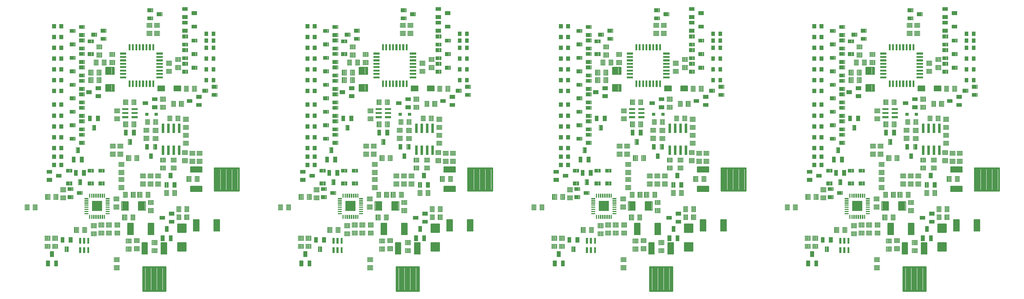
<source format=gtp>
G04 FAB 3000 Version 5.10.2 - Professional Gerber/CAM Software*
G04 RS274-X Output*
%FSDAX24Y24*%
%MIA0B0*%
%MOIN*%
%SFA1.000000B1.000000*%

%IPPOS*%
%ADD41C,0.001800*%
%ADD61C,0.005000*%
%ADD76C,0.000900*%
%ADD78C,0.004600*%
%ADD79C,0.003500*%
%ADD80C,0.006100*%
%ADD81C,0.007100*%
%ADD82C,0.001600*%
%ADD83C,0.002100*%
%ADD85C,0.005700*%
%ADD86C,0.017900*%
%ADD87C,0.002500*%
%ADD88C,0.008500*%
%ADD151R,0.095000X0.095000*%
%LNam010_0*%
%LPD*%
G54D81*
X086137Y026757D02*
G01X086137Y026119D01*
X086207Y026119D02*
G01X086207Y026757D01*
X086137Y025182D02*
G01X086137Y024544D01*
X086207Y024544D02*
G01X086207Y025182D01*
G54D78*
X086165Y011613D02*
G01X086165Y011199D01*
X086165Y012361D02*
G01X086165Y011947D01*
G54D76*
X086172Y014630D02*
G01X086172Y014548D01*
X086172Y014434D02*
G01X086172Y014352D01*
X086172Y014237D02*
G01X086172Y014155D01*
X086172Y014040D02*
G01X086172Y013958D01*
X086172Y013843D02*
G01X086172Y013761D01*
X086172Y013646D02*
G01X086172Y013564D01*
X086172Y013449D02*
G01X086172Y013367D01*
X086172Y013252D02*
G01X086172Y013170D01*
G54D81*
X085997Y026757D02*
G01X085997Y026119D01*
X085997Y025182D02*
G01X085997Y024544D01*
G54D78*
X085985Y011613D02*
G01X085985Y011199D01*
X085985Y012361D02*
G01X085985Y011947D01*
G54D76*
X085988Y014548D02*
G01X085988Y014630D01*
X085988Y014352D02*
G01X085988Y014434D01*
X085988Y014155D02*
G01X085988Y014237D01*
X085988Y013958D02*
G01X085988Y014040D01*
X085988Y013761D02*
G01X085988Y013843D01*
X085988Y013564D02*
G01X085988Y013646D01*
X085988Y013367D02*
G01X085988Y013449D01*
X085988Y013170D02*
G01X085988Y013252D01*
G54D78*
X086120Y011199D02*
G01X086120Y011613D01*
X086120Y011947D02*
G01X086120Y012361D01*
G54D76*
X086108Y013252D02*
G01X086108Y013170D01*
X086116Y013170D02*
G01X086116Y013252D01*
X086124Y013252D02*
G01X086124Y013170D01*
X086164Y013170D02*
G01X086164Y013252D01*
X086156Y013252D02*
G01X086156Y013170D01*
X086148Y013170D02*
G01X086148Y013252D01*
X086140Y013252D02*
G01X086140Y013170D01*
X086132Y013170D02*
G01X086132Y013252D01*
X086100Y013170D02*
G01X086100Y013252D01*
X086092Y013252D02*
G01X086092Y013170D01*
X086084Y013170D02*
G01X086084Y013252D01*
G54D78*
X086030Y011199D02*
G01X086030Y011613D01*
X086030Y011947D02*
G01X086030Y012361D01*
G54D76*
X085996Y013252D02*
G01X085996Y013170D01*
X086004Y013170D02*
G01X086004Y013252D01*
X086012Y013252D02*
G01X086012Y013170D01*
X086020Y013170D02*
G01X086020Y013252D01*
X086028Y013252D02*
G01X086028Y013170D01*
X086036Y013170D02*
G01X086036Y013252D01*
X086044Y013252D02*
G01X086044Y013170D01*
X086052Y013170D02*
G01X086052Y013252D01*
X086060Y013252D02*
G01X086060Y013170D01*
X086068Y013170D02*
G01X086068Y013252D01*
X086124Y013449D02*
G01X086124Y013367D01*
X086132Y013367D02*
G01X086132Y013449D01*
X086140Y013449D02*
G01X086140Y013367D01*
X086148Y013367D02*
G01X086148Y013449D01*
X086156Y013449D02*
G01X086156Y013367D01*
X086164Y013367D02*
G01X086164Y013449D01*
X086116Y013367D02*
G01X086116Y013449D01*
X086108Y013449D02*
G01X086108Y013367D01*
X086100Y013367D02*
G01X086100Y013449D01*
X086092Y013449D02*
G01X086092Y013367D01*
X086084Y013367D02*
G01X086084Y013449D01*
X086020Y013367D02*
G01X086020Y013449D01*
X086028Y013449D02*
G01X086028Y013367D01*
X086036Y013367D02*
G01X086036Y013449D01*
X086044Y013449D02*
G01X086044Y013367D01*
X086052Y013367D02*
G01X086052Y013449D01*
X086060Y013449D02*
G01X086060Y013367D01*
X086068Y013367D02*
G01X086068Y013449D01*
X086012Y013449D02*
G01X086012Y013367D01*
X086004Y013367D02*
G01X086004Y013449D01*
X085996Y013449D02*
G01X085996Y013367D01*
G54D151*
X085090Y013900D03*
G54D76*
X086124Y013646D02*
G01X086124Y013564D01*
X086132Y013564D02*
G01X086132Y013646D01*
X086140Y013646D02*
G01X086140Y013564D01*
X086148Y013564D02*
G01X086148Y013646D01*
X086156Y013646D02*
G01X086156Y013564D01*
X086164Y013564D02*
G01X086164Y013646D01*
X086116Y013564D02*
G01X086116Y013646D01*
X086108Y013646D02*
G01X086108Y013564D01*
X086100Y013564D02*
G01X086100Y013646D01*
X086092Y013646D02*
G01X086092Y013564D01*
X086084Y013564D02*
G01X086084Y013646D01*
X086020Y013564D02*
G01X086020Y013646D01*
X086028Y013646D02*
G01X086028Y013564D01*
X086036Y013564D02*
G01X086036Y013646D01*
X086044Y013646D02*
G01X086044Y013564D01*
X086052Y013564D02*
G01X086052Y013646D01*
X086060Y013646D02*
G01X086060Y013564D01*
X086068Y013564D02*
G01X086068Y013646D01*
X086012Y013646D02*
G01X086012Y013564D01*
X086004Y013564D02*
G01X086004Y013646D01*
X085996Y013646D02*
G01X085996Y013564D01*
X086124Y013843D02*
G01X086124Y013761D01*
X086132Y013761D02*
G01X086132Y013843D01*
X086140Y013843D02*
G01X086140Y013761D01*
X086148Y013761D02*
G01X086148Y013843D01*
X086156Y013843D02*
G01X086156Y013761D01*
X086164Y013761D02*
G01X086164Y013843D01*
X086116Y013761D02*
G01X086116Y013843D01*
X086108Y013843D02*
G01X086108Y013761D01*
X086100Y013761D02*
G01X086100Y013843D01*
X086092Y013843D02*
G01X086092Y013761D01*
X086084Y013761D02*
G01X086084Y013843D01*
X086020Y013761D02*
G01X086020Y013843D01*
X086028Y013843D02*
G01X086028Y013761D01*
X086036Y013761D02*
G01X086036Y013843D01*
X086044Y013843D02*
G01X086044Y013761D01*
X086052Y013761D02*
G01X086052Y013843D01*
X086060Y013843D02*
G01X086060Y013761D01*
X086068Y013761D02*
G01X086068Y013843D01*
X086012Y013843D02*
G01X086012Y013761D01*
X086004Y013761D02*
G01X086004Y013843D01*
X085996Y013843D02*
G01X085996Y013761D01*
G54D78*
X086075Y011613D02*
G01X086075Y011199D01*
X086435Y011199D02*
G01X085943Y011199D01*
X085943Y011613D02*
G01X086435Y011613D01*
X086075Y012361D02*
G01X086075Y011947D01*
X086435Y011947D02*
G01X085943Y011947D01*
X085943Y012361D02*
G01X086435Y012361D01*
G54D76*
X085910Y013252D02*
G01X086236Y013252D01*
X086236Y013170D02*
G01X085910Y013170D01*
X086076Y013252D02*
G01X086076Y013170D01*
X085910Y013367D02*
G01X086236Y013367D01*
X085910Y013449D02*
G01X086236Y013449D01*
X086076Y013449D02*
G01X086076Y013367D01*
X085910Y013564D02*
G01X086236Y013564D01*
X085910Y013646D02*
G01X086236Y013646D01*
X086076Y013646D02*
G01X086076Y013564D01*
X086180Y013367D02*
G01X086180Y013449D01*
X086188Y013449D02*
G01X086188Y013367D01*
X086196Y013367D02*
G01X086196Y013449D01*
X086180Y013170D02*
G01X086180Y013252D01*
X086188Y013252D02*
G01X086188Y013170D01*
X086196Y013170D02*
G01X086196Y013252D01*
X086196Y013564D02*
G01X086196Y013646D01*
X086188Y013646D02*
G01X086188Y013564D01*
X086180Y013564D02*
G01X086180Y013646D01*
X086180Y014548D02*
G01X086180Y014630D01*
X086188Y014630D02*
G01X086188Y014548D01*
X086196Y014548D02*
G01X086196Y014630D01*
X086180Y014352D02*
G01X086180Y014434D01*
X086188Y014434D02*
G01X086188Y014352D01*
X086196Y014352D02*
G01X086196Y014434D01*
X086180Y014155D02*
G01X086180Y014237D01*
X086196Y013761D02*
G01X086196Y013843D01*
X086188Y013843D02*
G01X086188Y013761D01*
X086180Y013761D02*
G01X086180Y013843D01*
X086196Y013958D02*
G01X086196Y014040D01*
X086188Y014040D02*
G01X086188Y013958D01*
X086180Y013958D02*
G01X086180Y014040D01*
X086196Y014155D02*
G01X086196Y014237D01*
X086188Y014237D02*
G01X086188Y014155D01*
X086124Y014040D02*
G01X086124Y013958D01*
X086132Y013958D02*
G01X086132Y014040D01*
X086140Y014040D02*
G01X086140Y013958D01*
X086148Y013958D02*
G01X086148Y014040D01*
X086156Y014040D02*
G01X086156Y013958D01*
X086164Y013958D02*
G01X086164Y014040D01*
X086116Y013958D02*
G01X086116Y014040D01*
X086108Y014040D02*
G01X086108Y013958D01*
X086100Y013958D02*
G01X086100Y014040D01*
X086092Y014040D02*
G01X086092Y013958D01*
X086084Y013958D02*
G01X086084Y014040D01*
X086020Y013958D02*
G01X086020Y014040D01*
X086028Y014040D02*
G01X086028Y013958D01*
X086036Y013958D02*
G01X086036Y014040D01*
X086044Y014040D02*
G01X086044Y013958D01*
X086052Y013958D02*
G01X086052Y014040D01*
X086060Y014040D02*
G01X086060Y013958D01*
X086068Y013958D02*
G01X086068Y014040D01*
X086012Y014040D02*
G01X086012Y013958D01*
X086004Y013958D02*
G01X086004Y014040D01*
X085996Y014040D02*
G01X085996Y013958D01*
X086124Y014237D02*
G01X086124Y014155D01*
X086132Y014155D02*
G01X086132Y014237D01*
X086140Y014237D02*
G01X086140Y014155D01*
X086148Y014155D02*
G01X086148Y014237D01*
X086156Y014237D02*
G01X086156Y014155D01*
X086164Y014155D02*
G01X086164Y014237D01*
X086116Y014155D02*
G01X086116Y014237D01*
X086108Y014237D02*
G01X086108Y014155D01*
X086100Y014155D02*
G01X086100Y014237D01*
X086092Y014237D02*
G01X086092Y014155D01*
X086084Y014155D02*
G01X086084Y014237D01*
X086020Y014155D02*
G01X086020Y014237D01*
X086028Y014237D02*
G01X086028Y014155D01*
X086036Y014155D02*
G01X086036Y014237D01*
X086044Y014237D02*
G01X086044Y014155D01*
X086052Y014155D02*
G01X086052Y014237D01*
X086060Y014237D02*
G01X086060Y014155D01*
X086068Y014155D02*
G01X086068Y014237D01*
X086012Y014237D02*
G01X086012Y014155D01*
X086004Y014155D02*
G01X086004Y014237D01*
X085996Y014237D02*
G01X085996Y014155D01*
X086124Y014434D02*
G01X086124Y014352D01*
X086132Y014352D02*
G01X086132Y014434D01*
X086140Y014434D02*
G01X086140Y014352D01*
X086148Y014352D02*
G01X086148Y014434D01*
X086156Y014434D02*
G01X086156Y014352D01*
X086164Y014352D02*
G01X086164Y014434D01*
X086116Y014352D02*
G01X086116Y014434D01*
X086108Y014434D02*
G01X086108Y014352D01*
X086100Y014352D02*
G01X086100Y014434D01*
X086092Y014434D02*
G01X086092Y014352D01*
X086084Y014352D02*
G01X086084Y014434D01*
X086084Y014548D02*
G01X086084Y014630D01*
X086092Y014630D02*
G01X086092Y014548D01*
X086100Y014548D02*
G01X086100Y014630D01*
X086108Y014630D02*
G01X086108Y014548D01*
X086116Y014548D02*
G01X086116Y014630D01*
X086164Y014548D02*
G01X086164Y014630D01*
X086156Y014630D02*
G01X086156Y014548D01*
X086148Y014548D02*
G01X086148Y014630D01*
X086140Y014630D02*
G01X086140Y014548D01*
X086132Y014548D02*
G01X086132Y014630D01*
X086124Y014630D02*
G01X086124Y014548D01*
X086020Y014352D02*
G01X086020Y014434D01*
X086028Y014434D02*
G01X086028Y014352D01*
X086036Y014352D02*
G01X086036Y014434D01*
X086044Y014434D02*
G01X086044Y014352D01*
X086052Y014352D02*
G01X086052Y014434D01*
X086060Y014434D02*
G01X086060Y014352D01*
X086068Y014352D02*
G01X086068Y014434D01*
X086012Y014434D02*
G01X086012Y014352D01*
X086004Y014352D02*
G01X086004Y014434D01*
X085996Y014434D02*
G01X085996Y014352D01*
X085996Y014630D02*
G01X085996Y014548D01*
X086004Y014548D02*
G01X086004Y014630D01*
X086012Y014630D02*
G01X086012Y014548D01*
X086068Y014548D02*
G01X086068Y014630D01*
X086060Y014630D02*
G01X086060Y014548D01*
X086052Y014548D02*
G01X086052Y014630D01*
X086044Y014630D02*
G01X086044Y014548D01*
X086036Y014548D02*
G01X086036Y014630D01*
X086028Y014630D02*
G01X086028Y014548D01*
X086020Y014548D02*
G01X086020Y014630D01*
G54D79*
X085853Y029266D02*
G01X085853Y029586D01*
X085443Y029586D02*
G01X085921Y029586D01*
X085921Y029266D02*
G01X085443Y029266D01*
X085853Y030014D02*
G01X085853Y030334D01*
X085443Y030334D02*
G01X085921Y030334D01*
X085921Y030014D02*
G01X085443Y030014D01*
G54D78*
X085860Y026964D02*
G01X085860Y027456D01*
X085950Y026964D02*
G01X085536Y026964D01*
X085536Y027456D02*
G01X085950Y027456D01*
G54D79*
X085683Y029586D02*
G01X085683Y029266D01*
X085683Y030334D02*
G01X085683Y030014D01*
X085689Y017031D02*
G01X085689Y017351D01*
X085241Y017351D02*
G01X085757Y017351D01*
X085757Y017031D02*
G01X085241Y017031D01*
X085689Y015850D02*
G01X085689Y016170D01*
X085241Y016170D02*
G01X085757Y016170D01*
X085757Y015850D02*
G01X085241Y015850D01*
G54D78*
X085680Y026964D02*
G01X085680Y027456D01*
G54D79*
X085479Y029586D02*
G01X085479Y029266D01*
X085479Y030334D02*
G01X085479Y030014D01*
X085485Y017031D02*
G01X085485Y017351D01*
X085485Y015850D02*
G01X085485Y016170D01*
G54D78*
X085500Y028881D02*
G01X085500Y028467D01*
X085053Y028881D02*
G01X085545Y028881D01*
X085545Y028467D02*
G01X085053Y028467D01*
X085500Y028133D02*
G01X085500Y027719D01*
X085053Y028133D02*
G01X085545Y028133D01*
X085545Y027719D02*
G01X085053Y027719D01*
X085480Y025846D02*
G01X085480Y025354D01*
X085066Y025846D02*
G01X085480Y025846D01*
X085066Y025354D02*
G01X085480Y025354D01*
X085480Y026546D02*
G01X085480Y026054D01*
X085066Y026546D02*
G01X085480Y026546D01*
X085066Y026054D02*
G01X085480Y026054D01*
G54D79*
X085299Y022273D02*
G01X085299Y021795D01*
X085333Y021795D02*
G01X085013Y021795D01*
X085013Y022273D02*
G01X085333Y022273D01*
X085271Y024256D02*
G01X085271Y023936D01*
X084963Y024256D02*
G01X085441Y024256D01*
X085441Y023936D02*
G01X084963Y023936D01*
X085271Y025004D02*
G01X085271Y024684D01*
X084963Y025004D02*
G01X085441Y025004D01*
X085441Y024684D02*
G01X084963Y024684D01*
X085281Y017031D02*
G01X085281Y017351D01*
X085281Y015850D02*
G01X085281Y016170D01*
G54D78*
X085275Y028467D02*
G01X085275Y028881D01*
X085275Y027719D02*
G01X085275Y028133D01*
X085300Y025846D02*
G01X085300Y025354D01*
X085300Y026546D02*
G01X085300Y026054D01*
G54D79*
X085095Y022273D02*
G01X085095Y021795D01*
X085101Y023936D02*
G01X085101Y024256D01*
X085101Y024684D02*
G01X085101Y025004D01*
G54D78*
X085095Y028467D02*
G01X085095Y028881D01*
X085095Y027719D02*
G01X085095Y028133D01*
X085075Y025354D02*
G01X085075Y025846D01*
X085066Y025354D02*
G01X085066Y025846D01*
X085075Y026054D02*
G01X085075Y026546D01*
X085066Y026054D02*
G01X085066Y026546D01*
X085067Y027456D02*
G01X085067Y026964D01*
X085112Y026964D02*
G01X085112Y027456D01*
X085202Y026964D02*
G01X084788Y026964D01*
X084788Y027456D02*
G01X085202Y027456D01*
G54D79*
X084891Y020928D02*
G01X084891Y021406D01*
X084959Y020928D02*
G01X084639Y020928D01*
X084639Y021406D02*
G01X084959Y021406D01*
X084885Y029960D02*
G01X084885Y029640D01*
X084577Y029960D02*
G01X085055Y029960D01*
X085055Y029640D02*
G01X084577Y029640D01*
G54D78*
X084887Y027456D02*
G01X084887Y026964D01*
G54D79*
X084485Y015850D02*
G01X084485Y016170D01*
X084483Y022273D02*
G01X084483Y021795D01*
X084585Y021795D02*
G01X084265Y021795D01*
X084265Y022273D02*
G01X084585Y022273D01*
X084507Y024310D02*
G01X084507Y024630D01*
X084097Y024630D02*
G01X084575Y024630D01*
X084575Y024310D02*
G01X084097Y024310D01*
X084485Y027850D02*
G01X084485Y028170D01*
X084485Y029031D02*
G01X084485Y029351D01*
X084485Y017031D02*
G01X084485Y017351D01*
G54D78*
X084507Y026054D02*
G01X084507Y026546D01*
X084507Y025354D02*
G01X084507Y025846D01*
G54D79*
X084201Y024630D02*
G01X084201Y024310D01*
G54D76*
X084188Y014630D02*
G01X084188Y014548D01*
X084196Y014548D02*
G01X084196Y014630D01*
X084268Y014548D02*
G01X083942Y014548D01*
X083942Y014630D02*
G01X084268Y014630D01*
G54D79*
X084349Y015850D02*
G01X084349Y016170D01*
X084347Y022273D02*
G01X084347Y021795D01*
X084337Y024630D02*
G01X084337Y024310D01*
X084349Y027850D02*
G01X084349Y028170D01*
X084349Y029031D02*
G01X084349Y029351D01*
X084349Y017031D02*
G01X084349Y017351D01*
G54D78*
X084327Y026054D02*
G01X084327Y026546D01*
X084327Y025354D02*
G01X084327Y025846D01*
G54D76*
X084060Y014630D02*
G01X084060Y014548D01*
X085916Y014434D02*
G01X085916Y014352D01*
X085924Y014352D02*
G01X085924Y014434D01*
X085932Y014434D02*
G01X085932Y014352D01*
X085910Y014352D02*
G01X085910Y014434D01*
X085980Y014434D02*
G01X085980Y014352D01*
X085972Y014352D02*
G01X085972Y014434D01*
X085964Y014434D02*
G01X085964Y014352D01*
X085956Y014352D02*
G01X085956Y014434D01*
X085948Y014434D02*
G01X085948Y014352D01*
X085940Y014352D02*
G01X085940Y014434D01*
X084108Y014434D02*
G01X084108Y014352D01*
X083942Y014434D02*
G01X084268Y014434D01*
X083942Y014352D02*
G01X084268Y014352D01*
X084116Y014352D02*
G01X084116Y014434D01*
X084124Y014434D02*
G01X084124Y014352D01*
X084132Y014352D02*
G01X084132Y014434D01*
X084164Y014352D02*
G01X084164Y014434D01*
X084172Y014434D02*
G01X084172Y014352D01*
X084180Y014352D02*
G01X084180Y014434D01*
X084188Y014434D02*
G01X084188Y014352D01*
X084196Y014352D02*
G01X084196Y014434D01*
X084156Y014434D02*
G01X084156Y014352D01*
X084148Y014352D02*
G01X084148Y014434D01*
X084140Y014434D02*
G01X084140Y014352D01*
X084204Y014434D02*
G01X084204Y014352D01*
X084212Y014352D02*
G01X084212Y014434D01*
X084220Y014434D02*
G01X084220Y014352D01*
X084228Y014352D02*
G01X084228Y014434D01*
X084236Y014434D02*
G01X084236Y014352D01*
X084268Y014434D02*
G01X084268Y014352D01*
X084260Y014352D02*
G01X084260Y014434D01*
X084252Y014434D02*
G01X084252Y014352D01*
X084244Y014352D02*
G01X084244Y014434D01*
X083948Y014434D02*
G01X083948Y014352D01*
X083956Y014352D02*
G01X083956Y014434D01*
X083964Y014434D02*
G01X083964Y014352D01*
X083972Y014352D02*
G01X083972Y014434D01*
X083942Y014352D02*
G01X083942Y014434D01*
X084012Y014434D02*
G01X084012Y014352D01*
X084004Y014352D02*
G01X084004Y014434D01*
X083996Y014434D02*
G01X083996Y014352D01*
X083988Y014352D02*
G01X083988Y014434D01*
X083980Y014434D02*
G01X083980Y014352D01*
X084020Y014352D02*
G01X084020Y014434D01*
X084100Y014352D02*
G01X084100Y014434D01*
X084092Y014434D02*
G01X084092Y014352D01*
X084084Y014352D02*
G01X084084Y014434D01*
X084076Y014434D02*
G01X084076Y014352D01*
X084068Y014352D02*
G01X084068Y014434D01*
X084060Y014434D02*
G01X084060Y014352D01*
X084052Y014352D02*
G01X084052Y014434D01*
X084044Y014434D02*
G01X084044Y014352D01*
X084036Y014352D02*
G01X084036Y014434D01*
X084028Y014434D02*
G01X084028Y014352D01*
X085916Y014237D02*
G01X085916Y014155D01*
X085924Y014155D02*
G01X085924Y014237D01*
X085932Y014237D02*
G01X085932Y014155D01*
X085910Y014155D02*
G01X085910Y014237D01*
X085980Y014237D02*
G01X085980Y014155D01*
X085972Y014155D02*
G01X085972Y014237D01*
X085964Y014237D02*
G01X085964Y014155D01*
X085956Y014155D02*
G01X085956Y014237D01*
X085948Y014237D02*
G01X085948Y014155D01*
X085940Y014155D02*
G01X085940Y014237D01*
X084108Y014237D02*
G01X084108Y014155D01*
X083942Y014237D02*
G01X084268Y014237D01*
X083942Y014155D02*
G01X084268Y014155D01*
X084116Y014155D02*
G01X084116Y014237D01*
X084124Y014237D02*
G01X084124Y014155D01*
X084132Y014155D02*
G01X084132Y014237D01*
X084164Y014155D02*
G01X084164Y014237D01*
X084172Y014237D02*
G01X084172Y014155D01*
X084180Y014155D02*
G01X084180Y014237D01*
X084188Y014237D02*
G01X084188Y014155D01*
X084196Y014155D02*
G01X084196Y014237D01*
X084156Y014237D02*
G01X084156Y014155D01*
X084148Y014155D02*
G01X084148Y014237D01*
X084140Y014237D02*
G01X084140Y014155D01*
X084204Y014237D02*
G01X084204Y014155D01*
X084212Y014155D02*
G01X084212Y014237D01*
X084220Y014237D02*
G01X084220Y014155D01*
X084228Y014155D02*
G01X084228Y014237D01*
X084236Y014237D02*
G01X084236Y014155D01*
X084268Y014237D02*
G01X084268Y014155D01*
X084260Y014155D02*
G01X084260Y014237D01*
X084252Y014237D02*
G01X084252Y014155D01*
X084244Y014155D02*
G01X084244Y014237D01*
X083948Y014237D02*
G01X083948Y014155D01*
X083956Y014155D02*
G01X083956Y014237D01*
X083964Y014237D02*
G01X083964Y014155D01*
X083972Y014155D02*
G01X083972Y014237D01*
X083942Y014155D02*
G01X083942Y014237D01*
X084012Y014237D02*
G01X084012Y014155D01*
X084004Y014155D02*
G01X084004Y014237D01*
X083996Y014237D02*
G01X083996Y014155D01*
X083988Y014155D02*
G01X083988Y014237D01*
X083980Y014237D02*
G01X083980Y014155D01*
X084020Y014155D02*
G01X084020Y014237D01*
X084100Y014155D02*
G01X084100Y014237D01*
X084092Y014237D02*
G01X084092Y014155D01*
X084084Y014155D02*
G01X084084Y014237D01*
X084076Y014237D02*
G01X084076Y014155D01*
X084068Y014155D02*
G01X084068Y014237D01*
X084060Y014237D02*
G01X084060Y014155D01*
X084052Y014155D02*
G01X084052Y014237D01*
X084044Y014237D02*
G01X084044Y014155D01*
X084036Y014155D02*
G01X084036Y014237D01*
X084028Y014237D02*
G01X084028Y014155D01*
X085916Y014040D02*
G01X085916Y013958D01*
X085924Y013958D02*
G01X085924Y014040D01*
X085932Y014040D02*
G01X085932Y013958D01*
X085910Y013958D02*
G01X085910Y014040D01*
X085980Y014040D02*
G01X085980Y013958D01*
X085972Y013958D02*
G01X085972Y014040D01*
X085964Y014040D02*
G01X085964Y013958D01*
X085956Y013958D02*
G01X085956Y014040D01*
X085948Y014040D02*
G01X085948Y013958D01*
X085940Y013958D02*
G01X085940Y014040D01*
X084108Y014040D02*
G01X084108Y013958D01*
X083942Y014040D02*
G01X084268Y014040D01*
X083942Y013958D02*
G01X084268Y013958D01*
X084116Y013958D02*
G01X084116Y014040D01*
X084124Y014040D02*
G01X084124Y013958D01*
X084132Y013958D02*
G01X084132Y014040D01*
X084164Y013958D02*
G01X084164Y014040D01*
X084172Y014040D02*
G01X084172Y013958D01*
X084180Y013958D02*
G01X084180Y014040D01*
X084188Y014040D02*
G01X084188Y013958D01*
X084196Y013958D02*
G01X084196Y014040D01*
X084156Y014040D02*
G01X084156Y013958D01*
X084148Y013958D02*
G01X084148Y014040D01*
X084140Y014040D02*
G01X084140Y013958D01*
X084204Y014040D02*
G01X084204Y013958D01*
X084212Y013958D02*
G01X084212Y014040D01*
X084220Y014040D02*
G01X084220Y013958D01*
X084228Y013958D02*
G01X084228Y014040D01*
X084236Y014040D02*
G01X084236Y013958D01*
X084268Y014040D02*
G01X084268Y013958D01*
X084260Y013958D02*
G01X084260Y014040D01*
X084252Y014040D02*
G01X084252Y013958D01*
X084244Y013958D02*
G01X084244Y014040D01*
G54D78*
X078802Y014046D02*
G01X078388Y014046D01*
X079550Y014046D02*
G01X079136Y014046D01*
G54D76*
X083948Y014040D02*
G01X083948Y013958D01*
X083956Y013958D02*
G01X083956Y014040D01*
X083964Y014040D02*
G01X083964Y013958D01*
X083972Y013958D02*
G01X083972Y014040D01*
X083942Y013958D02*
G01X083942Y014040D01*
X084012Y014040D02*
G01X084012Y013958D01*
X084004Y013958D02*
G01X084004Y014040D01*
X083996Y014040D02*
G01X083996Y013958D01*
X083988Y013958D02*
G01X083988Y014040D01*
X083980Y014040D02*
G01X083980Y013958D01*
X084020Y013958D02*
G01X084020Y014040D01*
X084100Y013958D02*
G01X084100Y014040D01*
X084092Y014040D02*
G01X084092Y013958D01*
X084084Y013958D02*
G01X084084Y014040D01*
X084076Y014040D02*
G01X084076Y013958D01*
X084068Y013958D02*
G01X084068Y014040D01*
X084060Y014040D02*
G01X084060Y013958D01*
X084052Y013958D02*
G01X084052Y014040D01*
X084044Y014040D02*
G01X084044Y013958D01*
X084036Y013958D02*
G01X084036Y014040D01*
X084028Y014040D02*
G01X084028Y013958D01*
X085916Y013843D02*
G01X085916Y013761D01*
X085924Y013761D02*
G01X085924Y013843D01*
X085932Y013843D02*
G01X085932Y013761D01*
X085910Y013761D02*
G01X085910Y013843D01*
X085980Y013843D02*
G01X085980Y013761D01*
X085972Y013761D02*
G01X085972Y013843D01*
X085964Y013843D02*
G01X085964Y013761D01*
X085956Y013761D02*
G01X085956Y013843D01*
X085948Y013843D02*
G01X085948Y013761D01*
X085940Y013761D02*
G01X085940Y013843D01*
X084108Y013843D02*
G01X084108Y013761D01*
X083942Y013843D02*
G01X084268Y013843D01*
X083942Y013761D02*
G01X084268Y013761D01*
X084116Y013761D02*
G01X084116Y013843D01*
X084124Y013843D02*
G01X084124Y013761D01*
X084132Y013761D02*
G01X084132Y013843D01*
X084164Y013761D02*
G01X084164Y013843D01*
X084172Y013843D02*
G01X084172Y013761D01*
X084180Y013761D02*
G01X084180Y013843D01*
X084188Y013843D02*
G01X084188Y013761D01*
X084196Y013761D02*
G01X084196Y013843D01*
X084156Y013843D02*
G01X084156Y013761D01*
X084148Y013761D02*
G01X084148Y013843D01*
X084140Y013843D02*
G01X084140Y013761D01*
X084204Y013843D02*
G01X084204Y013761D01*
X084212Y013761D02*
G01X084212Y013843D01*
X084220Y013843D02*
G01X084220Y013761D01*
X084228Y013761D02*
G01X084228Y013843D01*
X084236Y013843D02*
G01X084236Y013761D01*
X084268Y013843D02*
G01X084268Y013761D01*
X084260Y013761D02*
G01X084260Y013843D01*
X084252Y013843D02*
G01X084252Y013761D01*
X084244Y013761D02*
G01X084244Y013843D01*
X083948Y013843D02*
G01X083948Y013761D01*
X083956Y013761D02*
G01X083956Y013843D01*
X083964Y013843D02*
G01X083964Y013761D01*
X083972Y013761D02*
G01X083972Y013843D01*
X083942Y013761D02*
G01X083942Y013843D01*
X084012Y013843D02*
G01X084012Y013761D01*
X084004Y013761D02*
G01X084004Y013843D01*
X083996Y013843D02*
G01X083996Y013761D01*
X083988Y013761D02*
G01X083988Y013843D01*
X083980Y013843D02*
G01X083980Y013761D01*
X084020Y013761D02*
G01X084020Y013843D01*
X084100Y013761D02*
G01X084100Y013843D01*
X084092Y013843D02*
G01X084092Y013761D01*
X084084Y013761D02*
G01X084084Y013843D01*
X084076Y013843D02*
G01X084076Y013761D01*
X084068Y013761D02*
G01X084068Y013843D01*
X084060Y013843D02*
G01X084060Y013761D01*
X084052Y013761D02*
G01X084052Y013843D01*
X084044Y013843D02*
G01X084044Y013761D01*
X084036Y013761D02*
G01X084036Y013843D01*
X084028Y013843D02*
G01X084028Y013761D01*
X085916Y013646D02*
G01X085916Y013564D01*
X085924Y013564D02*
G01X085924Y013646D01*
X085932Y013646D02*
G01X085932Y013564D01*
X085910Y013564D02*
G01X085910Y013646D01*
X085980Y013646D02*
G01X085980Y013564D01*
X085972Y013564D02*
G01X085972Y013646D01*
X085964Y013646D02*
G01X085964Y013564D01*
X085956Y013564D02*
G01X085956Y013646D01*
X085948Y013646D02*
G01X085948Y013564D01*
X085940Y013564D02*
G01X085940Y013646D01*
X084108Y013646D02*
G01X084108Y013564D01*
X083942Y013646D02*
G01X084268Y013646D01*
X083942Y013564D02*
G01X084268Y013564D01*
X084116Y013564D02*
G01X084116Y013646D01*
X084124Y013646D02*
G01X084124Y013564D01*
X084132Y013564D02*
G01X084132Y013646D01*
X084164Y013564D02*
G01X084164Y013646D01*
X084172Y013646D02*
G01X084172Y013564D01*
X084180Y013564D02*
G01X084180Y013646D01*
X084188Y013646D02*
G01X084188Y013564D01*
X084196Y013564D02*
G01X084196Y013646D01*
X084156Y013646D02*
G01X084156Y013564D01*
X084148Y013564D02*
G01X084148Y013646D01*
X084140Y013646D02*
G01X084140Y013564D01*
X084204Y013646D02*
G01X084204Y013564D01*
X084212Y013564D02*
G01X084212Y013646D01*
X084220Y013646D02*
G01X084220Y013564D01*
X084228Y013564D02*
G01X084228Y013646D01*
X084236Y013646D02*
G01X084236Y013564D01*
X084268Y013646D02*
G01X084268Y013564D01*
X084260Y013564D02*
G01X084260Y013646D01*
X084252Y013646D02*
G01X084252Y013564D01*
X084244Y013564D02*
G01X084244Y013646D01*
G54D78*
X078802Y013554D02*
G01X078388Y013554D01*
X079550Y013554D02*
G01X079136Y013554D01*
G54D76*
X083948Y013646D02*
G01X083948Y013564D01*
X083956Y013564D02*
G01X083956Y013646D01*
X083964Y013646D02*
G01X083964Y013564D01*
X083972Y013564D02*
G01X083972Y013646D01*
X083942Y013564D02*
G01X083942Y013646D01*
X084012Y013646D02*
G01X084012Y013564D01*
X084004Y013564D02*
G01X084004Y013646D01*
X083996Y013646D02*
G01X083996Y013564D01*
X083988Y013564D02*
G01X083988Y013646D01*
X083980Y013646D02*
G01X083980Y013564D01*
X084020Y013564D02*
G01X084020Y013646D01*
X084100Y013564D02*
G01X084100Y013646D01*
X084092Y013646D02*
G01X084092Y013564D01*
X084084Y013564D02*
G01X084084Y013646D01*
X084076Y013646D02*
G01X084076Y013564D01*
X084068Y013564D02*
G01X084068Y013646D01*
X084060Y013646D02*
G01X084060Y013564D01*
X084052Y013564D02*
G01X084052Y013646D01*
X084044Y013646D02*
G01X084044Y013564D01*
X084036Y013564D02*
G01X084036Y013646D01*
X084028Y013646D02*
G01X084028Y013564D01*
X085916Y013449D02*
G01X085916Y013367D01*
X085924Y013367D02*
G01X085924Y013449D01*
X085932Y013449D02*
G01X085932Y013367D01*
X085910Y013367D02*
G01X085910Y013449D01*
X085980Y013449D02*
G01X085980Y013367D01*
X085972Y013367D02*
G01X085972Y013449D01*
X085964Y013449D02*
G01X085964Y013367D01*
X085956Y013367D02*
G01X085956Y013449D01*
X085948Y013449D02*
G01X085948Y013367D01*
X085940Y013367D02*
G01X085940Y013449D01*
X084108Y013449D02*
G01X084108Y013367D01*
X083942Y013449D02*
G01X084268Y013449D01*
X083942Y013367D02*
G01X084268Y013367D01*
X084116Y013367D02*
G01X084116Y013449D01*
X084124Y013449D02*
G01X084124Y013367D01*
X084132Y013367D02*
G01X084132Y013449D01*
X084164Y013367D02*
G01X084164Y013449D01*
X084172Y013449D02*
G01X084172Y013367D01*
X084180Y013367D02*
G01X084180Y013449D01*
X084188Y013449D02*
G01X084188Y013367D01*
X084196Y013367D02*
G01X084196Y013449D01*
X084156Y013449D02*
G01X084156Y013367D01*
X084148Y013367D02*
G01X084148Y013449D01*
X084140Y013449D02*
G01X084140Y013367D01*
X084204Y013449D02*
G01X084204Y013367D01*
X084212Y013367D02*
G01X084212Y013449D01*
X084220Y013449D02*
G01X084220Y013367D01*
X084228Y013367D02*
G01X084228Y013449D01*
X084236Y013449D02*
G01X084236Y013367D01*
X084268Y013449D02*
G01X084268Y013367D01*
X084260Y013367D02*
G01X084260Y013449D01*
X084252Y013449D02*
G01X084252Y013367D01*
X084244Y013367D02*
G01X084244Y013449D01*
X083948Y013449D02*
G01X083948Y013367D01*
X083956Y013367D02*
G01X083956Y013449D01*
X083964Y013449D02*
G01X083964Y013367D01*
X083972Y013367D02*
G01X083972Y013449D01*
X083942Y013367D02*
G01X083942Y013449D01*
X084012Y013449D02*
G01X084012Y013367D01*
X084004Y013367D02*
G01X084004Y013449D01*
X083996Y013449D02*
G01X083996Y013367D01*
X083988Y013367D02*
G01X083988Y013449D01*
X083980Y013449D02*
G01X083980Y013367D01*
X084020Y013367D02*
G01X084020Y013449D01*
X084100Y013367D02*
G01X084100Y013449D01*
X084092Y013449D02*
G01X084092Y013367D01*
X084084Y013367D02*
G01X084084Y013449D01*
X084076Y013449D02*
G01X084076Y013367D01*
X084068Y013367D02*
G01X084068Y013449D01*
X084060Y013449D02*
G01X084060Y013367D01*
X084052Y013367D02*
G01X084052Y013449D01*
X084044Y013449D02*
G01X084044Y013367D01*
X084036Y013367D02*
G01X084036Y013449D01*
X084028Y013449D02*
G01X084028Y013367D01*
G54D78*
X084945Y011139D02*
G01X084945Y011553D01*
X084543Y011553D02*
G01X085035Y011553D01*
X085035Y011139D02*
G01X084543Y011139D01*
X084945Y011887D02*
G01X084945Y012301D01*
X084543Y012301D02*
G01X085035Y012301D01*
X085035Y011887D02*
G01X084543Y011887D01*
G54D76*
X084960Y012753D02*
G01X084960Y013079D01*
X085032Y012753D02*
G01X084950Y012753D01*
X084950Y013079D02*
G01X085032Y013079D01*
G54D78*
X084095Y011434D02*
G01X084095Y011926D01*
X083726Y011926D02*
G01X084140Y011926D01*
X084140Y011434D02*
G01X083726Y011434D01*
G54D76*
X084108Y013252D02*
G01X084108Y013170D01*
X083942Y013252D02*
G01X084268Y013252D01*
X083942Y013170D02*
G01X084268Y013170D01*
G54D41*
X084194Y009561D02*
G01X084194Y010073D01*
X084194Y010428D02*
G01X084194Y010940D01*
G54D78*
X084140Y011926D02*
G01X084140Y011434D01*
G54D76*
X084116Y013170D02*
G01X084116Y013252D01*
X084124Y013252D02*
G01X084124Y013170D01*
X084132Y013170D02*
G01X084132Y013252D01*
X084164Y013170D02*
G01X084164Y013252D01*
X084172Y013252D02*
G01X084172Y013170D01*
X084180Y013170D02*
G01X084180Y013252D01*
X084188Y013252D02*
G01X084188Y013170D01*
X084196Y013170D02*
G01X084196Y013252D01*
X084156Y013252D02*
G01X084156Y013170D01*
X084148Y013170D02*
G01X084148Y013252D01*
X084140Y013252D02*
G01X084140Y013170D01*
G54D41*
X084199Y010073D02*
G01X084199Y009561D01*
X084352Y009561D02*
G01X084194Y009561D01*
X084194Y010073D02*
G01X084352Y010073D01*
X084199Y010940D02*
G01X084199Y010428D01*
X084352Y010428D02*
G01X084194Y010428D01*
X084352Y010940D02*
G01X084194Y010940D01*
G54D76*
X084204Y013252D02*
G01X084204Y013170D01*
G54D78*
X084005Y011434D02*
G01X084005Y011926D01*
G54D76*
X084020Y013170D02*
G01X084020Y013252D01*
G54D78*
X084050Y011926D02*
G01X084050Y011434D01*
G54D76*
X084100Y013170D02*
G01X084100Y013252D01*
X084092Y013252D02*
G01X084092Y013170D01*
X084084Y013170D02*
G01X084084Y013252D01*
X084076Y013252D02*
G01X084076Y013170D01*
X084068Y013170D02*
G01X084068Y013252D01*
X084060Y013252D02*
G01X084060Y013170D01*
X084052Y013170D02*
G01X084052Y013252D01*
X084044Y013252D02*
G01X084044Y013170D01*
X084036Y013170D02*
G01X084036Y013252D01*
X084028Y013252D02*
G01X084028Y013170D01*
G54D41*
X084318Y009561D02*
G01X084318Y010073D01*
X084335Y010073D02*
G01X084335Y009561D01*
X084318Y010428D02*
G01X084318Y010940D01*
X084335Y010940D02*
G01X084335Y010428D01*
X084352Y010073D02*
G01X084352Y009561D01*
X084352Y010940D02*
G01X084352Y010428D01*
G54D76*
X084401Y012753D02*
G01X084401Y013079D01*
X084409Y013079D02*
G01X084409Y012753D01*
X084417Y012753D02*
G01X084417Y013079D01*
X084425Y013079D02*
G01X084425Y012753D01*
X084433Y012753D02*
G01X084433Y013079D01*
X084441Y012753D02*
G01X084359Y012753D01*
X084441Y013079D02*
G01X084441Y012753D01*
X084359Y013079D02*
G01X084441Y013079D01*
X084359Y013079D02*
G01X084359Y012753D01*
X084393Y013079D02*
G01X084393Y012753D01*
X084385Y012753D02*
G01X084385Y013079D01*
X084377Y013079D02*
G01X084377Y012753D01*
X084369Y012753D02*
G01X084369Y013079D01*
X084361Y013079D02*
G01X084361Y012753D01*
G54D78*
X084675Y011139D02*
G01X084675Y011553D01*
X084675Y011887D02*
G01X084675Y012301D01*
X085465Y011947D02*
G01X085465Y012361D01*
X085243Y012361D02*
G01X085735Y012361D01*
X085735Y011947D02*
G01X085243Y011947D01*
X085465Y011199D02*
G01X085465Y011613D01*
X085243Y011613D02*
G01X085735Y011613D01*
X085735Y011199D02*
G01X085243Y011199D01*
X084990Y011553D02*
G01X084990Y011139D01*
X085035Y011553D02*
G01X085035Y011139D01*
X084990Y012301D02*
G01X084990Y011887D01*
X085035Y012301D02*
G01X085035Y011887D01*
G54D76*
X084984Y013079D02*
G01X084984Y012753D01*
X084992Y012753D02*
G01X084992Y013079D01*
X085000Y013079D02*
G01X085000Y012753D01*
X085008Y012753D02*
G01X085008Y013079D01*
X085016Y013079D02*
G01X085016Y012753D01*
X085024Y012753D02*
G01X085024Y013079D01*
X085032Y013079D02*
G01X085032Y012753D01*
X084976Y012753D02*
G01X084976Y013079D01*
X084968Y013079D02*
G01X084968Y012753D01*
G54D78*
X085243Y011947D02*
G01X085243Y012361D01*
X085243Y011199D02*
G01X085243Y011613D01*
G54D76*
X085196Y013079D02*
G01X085196Y012753D01*
X085204Y012753D02*
G01X085204Y013079D01*
X085212Y013079D02*
G01X085212Y012753D01*
X085220Y012753D02*
G01X085220Y013079D01*
X085228Y012753D02*
G01X085146Y012753D01*
X085228Y013079D02*
G01X085228Y012753D01*
X085146Y013079D02*
G01X085228Y013079D01*
X085146Y012753D02*
G01X085146Y013079D01*
X085188Y012753D02*
G01X085188Y013079D01*
X085180Y013079D02*
G01X085180Y012753D01*
X085172Y012753D02*
G01X085172Y013079D01*
X085164Y013079D02*
G01X085164Y012753D01*
X085156Y012753D02*
G01X085156Y013079D01*
X085148Y013079D02*
G01X085148Y012753D01*
G54D78*
X085285Y011947D02*
G01X085285Y012361D01*
X085285Y011199D02*
G01X085285Y011613D01*
G54D76*
X085763Y012753D02*
G01X085763Y013079D01*
X085819Y012753D02*
G01X085737Y012753D01*
X085737Y013079D02*
G01X085819Y013079D01*
X085819Y013079D02*
G01X085819Y012753D01*
X085811Y012753D02*
G01X085811Y013079D01*
X085803Y013079D02*
G01X085803Y012753D01*
X085795Y012753D02*
G01X085795Y013079D01*
X085787Y013079D02*
G01X085787Y012753D01*
X085779Y012753D02*
G01X085779Y013079D01*
X085771Y013079D02*
G01X085771Y012753D01*
G54D78*
X085943Y011613D02*
G01X085943Y011199D01*
X085943Y012361D02*
G01X085943Y011947D01*
G54D76*
X085948Y013252D02*
G01X085948Y013170D01*
X085956Y013170D02*
G01X085956Y013252D01*
X085964Y013252D02*
G01X085964Y013170D01*
X085972Y013170D02*
G01X085972Y013252D01*
X085980Y013252D02*
G01X085980Y013170D01*
X085910Y013170D02*
G01X085910Y013252D01*
X085940Y013170D02*
G01X085940Y013252D01*
X085932Y013252D02*
G01X085932Y013170D01*
X085924Y013170D02*
G01X085924Y013252D01*
X085916Y013252D02*
G01X085916Y013170D01*
G54D78*
X085645Y011947D02*
G01X085645Y012361D01*
X085645Y011199D02*
G01X085645Y011613D01*
X085690Y012361D02*
G01X085690Y011947D01*
X085735Y011947D02*
G01X085735Y012361D01*
X085690Y011613D02*
G01X085690Y011199D01*
X085735Y011199D02*
G01X085735Y011613D01*
G54D76*
X085739Y013079D02*
G01X085739Y012753D01*
X085737Y012753D02*
G01X085737Y013079D01*
X085755Y013079D02*
G01X085755Y012753D01*
X085747Y012753D02*
G01X085747Y013079D01*
G54D78*
X084855Y011139D02*
G01X084855Y011553D01*
X084855Y011887D02*
G01X084855Y012301D01*
X084900Y011553D02*
G01X084900Y011139D01*
G54D76*
X084950Y012753D02*
G01X084950Y013079D01*
X084952Y013079D02*
G01X084952Y012753D01*
G54D78*
X084900Y012301D02*
G01X084900Y011887D01*
X084720Y011553D02*
G01X084720Y011139D01*
X084765Y011139D02*
G01X084765Y011553D01*
X084810Y011553D02*
G01X084810Y011139D01*
X084810Y012301D02*
G01X084810Y011887D01*
X084765Y011887D02*
G01X084765Y012301D01*
X084720Y012301D02*
G01X084720Y011887D01*
G54D76*
X084755Y013079D02*
G01X084755Y012753D01*
X084763Y012753D02*
G01X084763Y013079D01*
X084771Y013079D02*
G01X084771Y012753D01*
X084779Y012753D02*
G01X084779Y013079D01*
X084787Y013079D02*
G01X084787Y012753D01*
X084795Y012753D02*
G01X084795Y013079D01*
X084803Y013079D02*
G01X084803Y012753D01*
X084811Y012753D02*
G01X084811Y013079D01*
X084819Y013079D02*
G01X084819Y012753D01*
X084827Y012753D02*
G01X084827Y013079D01*
X084835Y012753D02*
G01X084753Y012753D01*
X084753Y012753D02*
G01X084753Y013079D01*
X084753Y013079D02*
G01X084835Y013079D01*
X084835Y013079D02*
G01X084835Y012753D01*
G54D78*
X084585Y011139D02*
G01X084585Y011553D01*
X084630Y011553D02*
G01X084630Y011139D01*
X084543Y011139D02*
G01X084543Y011553D01*
X084543Y011887D02*
G01X084543Y012301D01*
X084630Y012301D02*
G01X084630Y011887D01*
X084585Y011887D02*
G01X084585Y012301D01*
G54D76*
X084558Y013079D02*
G01X084558Y012753D01*
X084566Y012753D02*
G01X084566Y013079D01*
X084574Y013079D02*
G01X084574Y012753D01*
X084582Y012753D02*
G01X084582Y013079D01*
X084590Y013079D02*
G01X084590Y012753D01*
X084598Y012753D02*
G01X084598Y013079D01*
X084606Y013079D02*
G01X084606Y012753D01*
X084614Y012753D02*
G01X084614Y013079D01*
X084622Y013079D02*
G01X084622Y012753D01*
X084630Y012753D02*
G01X084630Y013079D01*
X084638Y012753D02*
G01X084556Y012753D01*
X084556Y012753D02*
G01X084556Y013079D01*
X084556Y013079D02*
G01X084638Y013079D01*
X084638Y013079D02*
G01X084638Y012753D01*
X083980Y013252D02*
G01X083980Y013170D01*
X083988Y013170D02*
G01X083988Y013252D01*
X083996Y013252D02*
G01X083996Y013170D01*
X084004Y013170D02*
G01X084004Y013252D01*
X084012Y013252D02*
G01X084012Y013170D01*
X083942Y013170D02*
G01X083942Y013252D01*
X083972Y013170D02*
G01X083972Y013252D01*
X083964Y013252D02*
G01X083964Y013170D01*
X083956Y013170D02*
G01X083956Y013252D01*
X083948Y013252D02*
G01X083948Y013170D01*
G54D41*
X083468Y009561D02*
G01X083468Y010073D01*
X083604Y009561D02*
G01X083446Y009561D01*
X083446Y010073D02*
G01X083604Y010073D01*
X083468Y010428D02*
G01X083468Y010940D01*
X083604Y010428D02*
G01X083446Y010428D01*
X083604Y010940D02*
G01X083446Y010940D01*
G54D78*
X081745Y014469D02*
G01X081745Y014883D01*
X081790Y014883D02*
G01X081790Y014469D01*
X081835Y014469D02*
G01X081835Y014883D01*
X081880Y014883D02*
G01X081880Y014469D01*
X081925Y014469D02*
G01X081925Y014883D01*
X081970Y014883D02*
G01X081970Y014469D01*
X082015Y014469D02*
G01X082015Y014883D01*
X082060Y014883D02*
G01X082060Y014469D01*
X082105Y014469D02*
G01X082105Y014883D01*
X082150Y014883D02*
G01X082150Y014469D01*
X081703Y014469D02*
G01X081703Y014883D01*
X082195Y014469D02*
G01X081703Y014469D01*
X082195Y014469D02*
G01X082195Y014883D01*
X080327Y014996D02*
G01X080327Y014504D01*
X080372Y014504D02*
G01X080372Y014996D01*
X080417Y014996D02*
G01X080417Y014504D01*
X080462Y014504D02*
G01X080462Y014996D01*
X080507Y014996D02*
G01X080507Y014504D01*
X080552Y014504D02*
G01X080552Y014996D01*
X080597Y014996D02*
G01X080597Y014504D01*
X080732Y014996D02*
G01X080732Y014504D01*
X080732Y014504D02*
G01X080318Y014504D01*
X080318Y014504D02*
G01X080318Y014996D01*
X080687Y014996D02*
G01X080687Y014504D01*
X080642Y014504D02*
G01X080642Y014996D01*
X081435Y014996D02*
G01X081435Y014504D01*
X081480Y014996D02*
G01X081480Y014504D01*
X081480Y014504D02*
G01X081066Y014504D01*
X081066Y014504D02*
G01X081066Y014996D01*
X081390Y014504D02*
G01X081390Y014996D01*
X081345Y014996D02*
G01X081345Y014504D01*
X081300Y014504D02*
G01X081300Y014996D01*
X081255Y014996D02*
G01X081255Y014504D01*
X081210Y014504D02*
G01X081210Y014996D01*
X081165Y014996D02*
G01X081165Y014504D01*
X081120Y014504D02*
G01X081120Y014996D01*
X081075Y014996D02*
G01X081075Y014504D01*
X078397Y014046D02*
G01X078397Y013554D01*
X078442Y013554D02*
G01X078442Y014046D01*
X078487Y014046D02*
G01X078487Y013554D01*
X078532Y013554D02*
G01X078532Y014046D01*
X078577Y014046D02*
G01X078577Y013554D01*
X078802Y014046D02*
G01X078802Y013554D01*
X078388Y013554D02*
G01X078388Y014046D01*
X078757Y014046D02*
G01X078757Y013554D01*
X078712Y013554D02*
G01X078712Y014046D01*
X078667Y014046D02*
G01X078667Y013554D01*
X078622Y013554D02*
G01X078622Y014046D01*
X079550Y014046D02*
G01X079550Y013554D01*
X079136Y013554D02*
G01X079136Y014046D01*
X079505Y014046D02*
G01X079505Y013554D01*
X079460Y013554D02*
G01X079460Y014046D01*
X079415Y014046D02*
G01X079415Y013554D01*
X079370Y013554D02*
G01X079370Y014046D01*
X079325Y014046D02*
G01X079325Y013554D01*
X079280Y013554D02*
G01X079280Y014046D01*
X079235Y014046D02*
G01X079235Y013554D01*
X079190Y013554D02*
G01X079190Y014046D01*
X079145Y014046D02*
G01X079145Y013554D01*
G54D79*
X081812Y011013D02*
G01X081812Y010535D01*
X082050Y010535D02*
G01X081730Y010535D01*
X082050Y011013D02*
G01X081730Y011013D01*
X080389Y008348D02*
G01X080389Y008826D01*
X080423Y008826D02*
G01X080423Y008348D01*
X080457Y008348D02*
G01X080457Y008826D01*
X080375Y008348D02*
G01X080375Y008826D01*
G54D78*
X080295Y009969D02*
G01X080295Y010383D01*
X080340Y010383D02*
G01X080340Y009969D01*
X080385Y009969D02*
G01X080385Y010383D01*
X080430Y010383D02*
G01X080430Y009969D01*
X080475Y009969D02*
G01X080475Y010383D01*
X080253Y010717D02*
G01X080253Y011131D01*
X080475Y010717D02*
G01X080475Y011131D01*
X080430Y011131D02*
G01X080430Y010717D01*
X080385Y010717D02*
G01X080385Y011131D01*
X080340Y011131D02*
G01X080340Y010717D01*
X080295Y010717D02*
G01X080295Y011131D01*
X080253Y009969D02*
G01X080253Y010383D01*
G54D79*
X080491Y008826D02*
G01X080491Y008348D01*
X080375Y008826D02*
G01X080695Y008826D01*
X080695Y008348D02*
G01X080375Y008348D01*
G54D78*
X080520Y010383D02*
G01X080520Y009969D01*
X080253Y010383D02*
G01X080745Y010383D01*
X080253Y011131D02*
G01X080745Y011131D01*
X080745Y010717D02*
G01X080253Y010717D01*
X080520Y011131D02*
G01X080520Y010717D01*
X080745Y009969D02*
G01X080253Y009969D01*
G54D79*
X081744Y011013D02*
G01X081744Y010535D01*
X081778Y010535D02*
G01X081778Y011013D01*
X081730Y010535D02*
G01X081730Y011013D01*
X081001Y009693D02*
G01X081001Y009215D01*
X080749Y009693D02*
G01X081069Y009693D01*
X081069Y009215D02*
G01X080749Y009215D01*
G54D78*
X080995Y009969D02*
G01X080995Y010383D01*
X080953Y010383D02*
G01X081445Y010383D01*
X081445Y009969D02*
G01X080953Y009969D01*
X080745Y011131D02*
G01X080745Y010717D01*
X080700Y011131D02*
G01X080700Y010717D01*
X080655Y010717D02*
G01X080655Y011131D01*
X080610Y011131D02*
G01X080610Y010717D01*
X080565Y010717D02*
G01X080565Y011131D01*
X080953Y010717D02*
G01X080953Y011131D01*
X080995Y010717D02*
G01X080995Y011131D01*
X081445Y010717D02*
G01X080953Y010717D01*
X080953Y011131D02*
G01X081445Y011131D01*
X081040Y011131D02*
G01X081040Y010717D01*
X081445Y010717D02*
G01X081445Y011131D01*
X081400Y011131D02*
G01X081400Y010717D01*
X081355Y010717D02*
G01X081355Y011131D01*
X081310Y011131D02*
G01X081310Y010717D01*
X081265Y010717D02*
G01X081265Y011131D01*
X081220Y011131D02*
G01X081220Y010717D01*
X081175Y010717D02*
G01X081175Y011131D01*
X081130Y011131D02*
G01X081130Y010717D01*
X081085Y010717D02*
G01X081085Y011131D01*
G54D79*
X084587Y016170D02*
G01X084587Y015850D01*
X084585Y022273D02*
G01X084585Y021795D01*
X084613Y029960D02*
G01X084613Y029640D01*
X084587Y028170D02*
G01X084587Y027850D01*
X084587Y029351D02*
G01X084587Y029031D01*
X084587Y017351D02*
G01X084587Y017031D01*
G54D78*
X084597Y026054D02*
G01X084597Y026546D01*
G54D76*
X084598Y014722D02*
G01X084598Y015048D01*
X084638Y014722D02*
G01X084556Y014722D01*
X084556Y015048D02*
G01X084638Y015048D01*
G54D78*
X084597Y025354D02*
G01X084597Y025846D01*
G54D79*
X084721Y021406D02*
G01X084721Y020928D01*
X084755Y020928D02*
G01X084755Y021406D01*
X084789Y021406D02*
G01X084789Y020928D01*
X084823Y020928D02*
G01X084823Y021406D01*
X084857Y021406D02*
G01X084857Y020928D01*
X084715Y029640D02*
G01X084715Y029960D01*
X084749Y029960D02*
G01X084749Y029640D01*
X084783Y029640D02*
G01X084783Y029960D01*
X084817Y029960D02*
G01X084817Y029640D01*
X084851Y029640D02*
G01X084851Y029960D01*
X084723Y028170D02*
G01X084723Y027850D01*
X084757Y028170D02*
G01X084757Y027850D01*
X084723Y029351D02*
G01X084723Y029031D01*
X084757Y029351D02*
G01X084757Y029031D01*
G54D78*
X084797Y027456D02*
G01X084797Y026964D01*
X084842Y026964D02*
G01X084842Y027456D01*
X084732Y025846D02*
G01X084732Y025354D01*
X084732Y026546D02*
G01X084732Y026054D01*
X084788Y026964D02*
G01X084788Y027456D01*
G54D76*
X084952Y015048D02*
G01X084952Y014722D01*
X084960Y014722D02*
G01X084960Y015048D01*
X084968Y015048D02*
G01X084968Y014722D01*
X084976Y014722D02*
G01X084976Y015048D01*
X084984Y015048D02*
G01X084984Y014722D01*
X084992Y014722D02*
G01X084992Y015048D01*
X085000Y015048D02*
G01X085000Y014722D01*
X085008Y014722D02*
G01X085008Y015048D01*
X085016Y015048D02*
G01X085016Y014722D01*
X085024Y014722D02*
G01X085024Y015048D01*
X085032Y014722D02*
G01X084950Y014722D01*
X084950Y014722D02*
G01X084950Y015048D01*
X084950Y015048D02*
G01X085032Y015048D01*
X085032Y015048D02*
G01X085032Y014722D01*
G54D79*
X084925Y021406D02*
G01X084925Y020928D01*
X084959Y021406D02*
G01X084959Y020928D01*
X085717Y029266D02*
G01X085717Y029586D01*
X085751Y029586D02*
G01X085751Y029266D01*
X085717Y030014D02*
G01X085717Y030334D01*
X085751Y030334D02*
G01X085751Y030014D01*
X085723Y017351D02*
G01X085723Y017031D01*
X085723Y016170D02*
G01X085723Y015850D01*
G54D76*
X085739Y015048D02*
G01X085739Y014722D01*
X085747Y014722D02*
G01X085747Y015048D01*
X085755Y015048D02*
G01X085755Y014722D01*
X085763Y014722D02*
G01X085763Y015048D01*
X085737Y014722D02*
G01X085737Y015048D01*
G54D78*
X085725Y027456D02*
G01X085725Y026964D01*
G54D79*
X085785Y029266D02*
G01X085785Y029586D01*
X085785Y030014D02*
G01X085785Y030334D01*
X085757Y017031D02*
G01X085757Y017351D01*
X085757Y015850D02*
G01X085757Y016170D01*
G54D76*
X085771Y015048D02*
G01X085771Y014722D01*
X085737Y015048D02*
G01X085819Y015048D01*
X085819Y014722D02*
G01X085737Y014722D01*
G54D78*
X085770Y026964D02*
G01X085770Y027456D01*
G54D79*
X085819Y029586D02*
G01X085819Y029266D01*
X085819Y030334D02*
G01X085819Y030014D01*
G54D76*
X085779Y014722D02*
G01X085779Y015048D01*
X085787Y015048D02*
G01X085787Y014722D01*
X085819Y015048D02*
G01X085819Y014722D01*
X085811Y014722D02*
G01X085811Y015048D01*
X085803Y015048D02*
G01X085803Y014722D01*
X085795Y014722D02*
G01X085795Y015048D01*
G54D78*
X085815Y027456D02*
G01X085815Y026964D01*
G54D79*
X085513Y029266D02*
G01X085513Y029586D01*
X085547Y029586D02*
G01X085547Y029266D01*
X085581Y029266D02*
G01X085581Y029586D01*
X085615Y029586D02*
G01X085615Y029266D01*
X085649Y029266D02*
G01X085649Y029586D01*
X085513Y030014D02*
G01X085513Y030334D01*
X085547Y030334D02*
G01X085547Y030014D01*
X085581Y030014D02*
G01X085581Y030334D01*
X085615Y030334D02*
G01X085615Y030014D01*
X085649Y030014D02*
G01X085649Y030334D01*
G54D78*
X085545Y028467D02*
G01X085545Y028881D01*
X085545Y027719D02*
G01X085545Y028133D01*
X085545Y027456D02*
G01X085545Y026964D01*
X085536Y026964D02*
G01X085536Y027456D01*
X085635Y027456D02*
G01X085635Y026964D01*
X085590Y026964D02*
G01X085590Y027456D01*
G54D81*
X086487Y026119D02*
G01X086487Y026757D01*
X086487Y024544D02*
G01X086487Y025182D01*
G54D78*
X086520Y027433D02*
G01X086520Y027019D01*
X086253Y027433D02*
G01X086745Y027433D01*
X086745Y027767D02*
G01X086253Y027767D01*
X086253Y028181D02*
G01X086745Y028181D01*
X086520Y028181D02*
G01X086520Y027767D01*
X086745Y027019D02*
G01X086253Y027019D01*
G54D81*
X086557Y025182D02*
G01X086557Y024544D01*
X086627Y024544D02*
G01X086627Y025182D01*
X086697Y025182D02*
G01X086697Y024544D01*
G54D78*
X086748Y022953D02*
G01X086748Y022539D01*
X086793Y022539D02*
G01X086793Y022953D01*
X086838Y022953D02*
G01X086838Y022539D01*
X086883Y022539D02*
G01X086883Y022953D01*
X086928Y022953D02*
G01X086928Y022539D01*
X086706Y021791D02*
G01X086706Y022205D01*
X086928Y022205D02*
G01X086928Y021791D01*
X086883Y021791D02*
G01X086883Y022205D01*
X086838Y022205D02*
G01X086838Y021791D01*
X086793Y021791D02*
G01X086793Y022205D01*
X086748Y022205D02*
G01X086748Y021791D01*
X086706Y022539D02*
G01X086706Y022953D01*
X086973Y022539D02*
G01X086973Y022953D01*
X087198Y022539D02*
G01X086706Y022539D01*
X087198Y021791D02*
G01X086706Y021791D01*
X086706Y022205D02*
G01X087198Y022205D01*
X086973Y021791D02*
G01X086973Y022205D01*
X086706Y022953D02*
G01X087198Y022953D01*
X087018Y022953D02*
G01X087018Y022539D01*
X087063Y022539D02*
G01X087063Y022953D01*
X087108Y022953D02*
G01X087108Y022539D01*
X087153Y022539D02*
G01X087153Y022953D01*
X087063Y021791D02*
G01X087063Y022205D01*
X087108Y022205D02*
G01X087108Y021791D01*
X087153Y021791D02*
G01X087153Y022205D01*
X087198Y022205D02*
G01X087198Y021791D01*
X087018Y022205D02*
G01X087018Y021791D01*
X087198Y022953D02*
G01X087198Y022539D01*
X086345Y018519D02*
G01X086345Y018933D01*
X086390Y018933D02*
G01X086390Y018519D01*
X086435Y018519D02*
G01X086435Y018933D01*
X086480Y018933D02*
G01X086480Y018519D01*
X086525Y018519D02*
G01X086525Y018933D01*
X086303Y019267D02*
G01X086303Y019681D01*
X086525Y019267D02*
G01X086525Y019681D01*
X086480Y019681D02*
G01X086480Y019267D01*
X086435Y019267D02*
G01X086435Y019681D01*
X086390Y019681D02*
G01X086390Y019267D01*
X086345Y019267D02*
G01X086345Y019681D01*
X086303Y018519D02*
G01X086303Y018933D01*
X086570Y018933D02*
G01X086570Y018519D01*
X086303Y018933D02*
G01X086795Y018933D01*
X086795Y019267D02*
G01X086303Y019267D01*
X086303Y019681D02*
G01X086795Y019681D01*
X086570Y019681D02*
G01X086570Y019267D01*
X086795Y018519D02*
G01X086303Y018519D01*
X087003Y018519D02*
G01X087003Y018933D01*
X086615Y018519D02*
G01X086615Y018933D01*
X086660Y018933D02*
G01X086660Y018519D01*
X086705Y018519D02*
G01X086705Y018933D01*
X086750Y018933D02*
G01X086750Y018519D01*
X086795Y018933D02*
G01X086795Y018519D01*
X087045Y018519D02*
G01X087045Y018933D01*
X087003Y018933D02*
G01X087495Y018933D01*
X087495Y018519D02*
G01X087003Y018519D01*
X086795Y019681D02*
G01X086795Y019267D01*
X086750Y019681D02*
G01X086750Y019267D01*
X086705Y019267D02*
G01X086705Y019681D01*
X086660Y019681D02*
G01X086660Y019267D01*
X086615Y019267D02*
G01X086615Y019681D01*
X087003Y019267D02*
G01X087003Y019681D01*
X087045Y019267D02*
G01X087045Y019681D01*
X087495Y019267D02*
G01X087003Y019267D01*
X087003Y019681D02*
G01X087495Y019681D01*
X087145Y016819D02*
G01X087145Y017233D01*
X087190Y017233D02*
G01X087190Y016819D01*
X087235Y016819D02*
G01X087235Y017233D01*
X087280Y017233D02*
G01X087280Y016819D01*
X087325Y016819D02*
G01X087325Y017233D01*
X087103Y017567D02*
G01X087103Y017981D01*
X087325Y017567D02*
G01X087325Y017981D01*
X087280Y017981D02*
G01X087280Y017567D01*
X087235Y017567D02*
G01X087235Y017981D01*
X087190Y017981D02*
G01X087190Y017567D01*
X087145Y017567D02*
G01X087145Y017981D01*
X087103Y016819D02*
G01X087103Y017233D01*
X087370Y017233D02*
G01X087370Y016819D01*
X087103Y017233D02*
G01X087595Y017233D01*
X087103Y017981D02*
G01X087595Y017981D01*
X087595Y017567D02*
G01X087103Y017567D01*
X087370Y017981D02*
G01X087370Y017567D01*
X087595Y016819D02*
G01X087103Y016819D01*
X086638Y014033D02*
G01X087130Y014033D01*
X086905Y014367D02*
G01X086905Y014781D01*
X087130Y014367D02*
G01X086638Y014367D01*
X086638Y014781D02*
G01X087130Y014781D01*
G54D81*
X087378Y014298D02*
G01X088016Y014298D01*
G54D78*
X087370Y015419D02*
G01X087370Y015833D01*
X087595Y015419D02*
G01X087103Y015419D01*
X087103Y016581D02*
G01X087595Y016581D01*
X087595Y016167D02*
G01X087103Y016167D01*
X087370Y016167D02*
G01X087370Y016581D01*
X087103Y015833D02*
G01X087595Y015833D01*
X087103Y015833D02*
G01X087103Y015419D01*
X087103Y016581D02*
G01X087103Y016167D01*
X087085Y014367D02*
G01X087085Y014781D01*
X087040Y014781D02*
G01X087040Y014367D01*
X086995Y014367D02*
G01X086995Y014781D01*
X086950Y014781D02*
G01X086950Y014367D01*
X087145Y016581D02*
G01X087145Y016167D01*
X087145Y015833D02*
G01X087145Y015419D01*
X087130Y014781D02*
G01X087130Y014367D01*
X087190Y016167D02*
G01X087190Y016581D01*
X087235Y016581D02*
G01X087235Y016167D01*
X087280Y016167D02*
G01X087280Y016581D01*
X087325Y016581D02*
G01X087325Y016167D01*
X087325Y015833D02*
G01X087325Y015419D01*
X087280Y015419D02*
G01X087280Y015833D01*
X087235Y015833D02*
G01X087235Y015419D01*
X087190Y015419D02*
G01X087190Y015833D01*
G54D76*
X086220Y014237D02*
G01X086220Y014155D01*
X086236Y013843D02*
G01X086236Y013761D01*
X086228Y013761D02*
G01X086228Y013843D01*
X086220Y013843D02*
G01X086220Y013761D01*
X086236Y014040D02*
G01X086236Y013958D01*
X086228Y013958D02*
G01X086228Y014040D01*
X086220Y014040D02*
G01X086220Y013958D01*
X086236Y014237D02*
G01X086236Y014155D01*
X086228Y014155D02*
G01X086228Y014237D01*
G54D78*
X086680Y014781D02*
G01X086680Y014367D01*
X086725Y014367D02*
G01X086725Y014781D01*
X086770Y014781D02*
G01X086770Y014367D01*
X086815Y014367D02*
G01X086815Y014781D01*
G54D76*
X086220Y014630D02*
G01X086220Y014548D01*
X086228Y014548D02*
G01X086228Y014630D01*
X086236Y014630D02*
G01X086236Y014548D01*
X086220Y014434D02*
G01X086220Y014352D01*
X086228Y014352D02*
G01X086228Y014434D01*
X086236Y014434D02*
G01X086236Y014352D01*
G54D78*
X086638Y014781D02*
G01X086638Y014367D01*
X086860Y014781D02*
G01X086860Y014367D01*
X086800Y008394D02*
G01X086800Y007980D01*
X087160Y007980D02*
G01X086668Y007980D01*
X086668Y008394D02*
G01X087160Y008394D01*
X086800Y009142D02*
G01X086800Y008728D01*
X087160Y008728D02*
G01X086668Y008728D01*
X086668Y009142D02*
G01X087160Y009142D01*
X086765Y011199D02*
G01X086765Y011613D01*
X086723Y011613D02*
G01X087215Y011613D01*
X087215Y011199D02*
G01X086723Y011199D01*
X086723Y012361D02*
G01X087215Y012361D01*
X087215Y011947D02*
G01X086723Y011947D01*
X086765Y011947D02*
G01X086765Y012361D01*
X086210Y011199D02*
G01X086210Y011613D01*
G54D76*
X086204Y013252D02*
G01X086204Y013170D01*
X086212Y013170D02*
G01X086212Y013252D01*
G54D78*
X086210Y011947D02*
G01X086210Y012361D01*
G54D76*
X086204Y013449D02*
G01X086204Y013367D01*
X086212Y013367D02*
G01X086212Y013449D01*
X086212Y013564D02*
G01X086212Y013646D01*
X086204Y013646D02*
G01X086204Y013564D01*
X086212Y013761D02*
G01X086212Y013843D01*
X086204Y013843D02*
G01X086204Y013761D01*
X086212Y013958D02*
G01X086212Y014040D01*
X086204Y014040D02*
G01X086204Y013958D01*
X086212Y014155D02*
G01X086212Y014237D01*
X086204Y014237D02*
G01X086204Y014155D01*
X086212Y014352D02*
G01X086212Y014434D01*
X086204Y014434D02*
G01X086204Y014352D01*
X086212Y014548D02*
G01X086212Y014630D01*
X086204Y014630D02*
G01X086204Y014548D01*
G54D78*
X085600Y011613D02*
G01X085600Y011199D01*
X085555Y011199D02*
G01X085555Y011613D01*
X085510Y011613D02*
G01X085510Y011199D01*
X085510Y012361D02*
G01X085510Y011947D01*
X085555Y011947D02*
G01X085555Y012361D01*
X085600Y012361D02*
G01X085600Y011947D01*
G54D76*
X085542Y013079D02*
G01X085542Y012753D01*
X085550Y012753D02*
G01X085550Y013079D01*
X085558Y013079D02*
G01X085558Y012753D01*
X085566Y012753D02*
G01X085566Y013079D01*
X085574Y013079D02*
G01X085574Y012753D01*
X085582Y012753D02*
G01X085582Y013079D01*
X085590Y013079D02*
G01X085590Y012753D01*
X085540Y012753D02*
G01X085540Y013079D01*
X085540Y013079D02*
G01X085622Y013079D01*
X085622Y013079D02*
G01X085622Y012753D01*
X085622Y012753D02*
G01X085540Y012753D01*
X085614Y012753D02*
G01X085614Y013079D01*
X085606Y013079D02*
G01X085606Y012753D01*
X085598Y012753D02*
G01X085598Y013079D01*
G54D78*
X085330Y012361D02*
G01X085330Y011947D01*
G54D76*
X085343Y012753D02*
G01X085343Y013079D01*
X085369Y012753D02*
G01X085369Y013079D01*
X085361Y013079D02*
G01X085361Y012753D01*
X085353Y012753D02*
G01X085353Y013079D01*
X085345Y013079D02*
G01X085345Y012753D01*
G54D78*
X085330Y011613D02*
G01X085330Y011199D01*
X085375Y011947D02*
G01X085375Y012361D01*
G54D76*
X085343Y013079D02*
G01X085425Y013079D01*
X085425Y012753D02*
G01X085343Y012753D01*
X085377Y013079D02*
G01X085377Y012753D01*
G54D78*
X085375Y011199D02*
G01X085375Y011613D01*
X085420Y012361D02*
G01X085420Y011947D01*
G54D76*
X085425Y013079D02*
G01X085425Y012753D01*
X085417Y012753D02*
G01X085417Y013079D01*
X085409Y013079D02*
G01X085409Y012753D01*
X085401Y012753D02*
G01X085401Y013079D01*
X085393Y013079D02*
G01X085393Y012753D01*
X085385Y012753D02*
G01X085385Y013079D01*
G54D78*
X085420Y011613D02*
G01X085420Y011199D01*
X087820Y009719D02*
G01X087820Y010133D01*
X087865Y010133D02*
G01X087865Y009719D01*
X087910Y009719D02*
G01X087910Y010133D01*
X087955Y010133D02*
G01X087955Y009719D01*
X088000Y009719D02*
G01X088000Y010133D01*
X087778Y010467D02*
G01X087778Y010881D01*
X088000Y010467D02*
G01X088000Y010881D01*
X087955Y010881D02*
G01X087955Y010467D01*
X087910Y010467D02*
G01X087910Y010881D01*
X087865Y010881D02*
G01X087865Y010467D01*
X087820Y010467D02*
G01X087820Y010881D01*
X087778Y009719D02*
G01X087778Y010133D01*
G54D80*
X088474Y011239D02*
G01X087922Y011239D01*
G54D78*
X088045Y010133D02*
G01X088045Y009719D01*
X087778Y010133D02*
G01X088270Y010133D01*
X087778Y010881D02*
G01X088270Y010881D01*
X088270Y010467D02*
G01X087778Y010467D01*
X088045Y010881D02*
G01X088045Y010467D01*
X088270Y009719D02*
G01X087778Y009719D01*
X087867Y013096D02*
G01X087867Y012604D01*
X087453Y012604D02*
G01X087453Y013096D01*
X087822Y013096D02*
G01X087822Y012604D01*
X087777Y012604D02*
G01X087777Y013096D01*
X087732Y013096D02*
G01X087732Y012604D01*
X087687Y012604D02*
G01X087687Y013096D01*
X087642Y013096D02*
G01X087642Y012604D01*
X087597Y012604D02*
G01X087597Y013096D01*
X087552Y013096D02*
G01X087552Y012604D01*
X087507Y012604D02*
G01X087507Y013096D01*
X087462Y013096D02*
G01X087462Y012604D01*
X088528Y010492D02*
G01X088528Y010906D01*
X088135Y010881D02*
G01X088135Y010467D01*
X088180Y010467D02*
G01X088180Y010881D01*
X088225Y010881D02*
G01X088225Y010467D01*
X088270Y010881D02*
G01X088270Y010467D01*
X088090Y010467D02*
G01X088090Y010881D01*
X088570Y010492D02*
G01X088570Y010906D01*
X088528Y010906D02*
G01X089020Y010906D01*
X089020Y010492D02*
G01X088528Y010492D01*
X088090Y009719D02*
G01X088090Y010133D01*
X088135Y010133D02*
G01X088135Y009719D01*
X088180Y009719D02*
G01X088180Y010133D01*
X088225Y010133D02*
G01X088225Y009719D01*
X088270Y010133D02*
G01X088270Y009719D01*
X088528Y009744D02*
G01X088528Y010158D01*
X088570Y009744D02*
G01X088570Y010158D01*
X089020Y009744D02*
G01X088528Y009744D01*
X088528Y010158D02*
G01X089020Y010158D01*
X088862Y014704D02*
G01X088862Y015196D01*
X088853Y015196D02*
G01X089267Y015196D01*
X088853Y014704D02*
G01X088853Y015196D01*
X089267Y014704D02*
G01X088853Y014704D01*
X088907Y015196D02*
G01X088907Y014704D01*
X088952Y014704D02*
G01X088952Y015196D01*
X088997Y015196D02*
G01X088997Y014704D01*
X089042Y014704D02*
G01X089042Y015196D01*
X089087Y015196D02*
G01X089087Y014704D01*
X089267Y015196D02*
G01X089267Y014704D01*
X089222Y014704D02*
G01X089222Y015196D01*
X089177Y015196D02*
G01X089177Y014704D01*
X089132Y014704D02*
G01X089132Y015196D01*
X088260Y015196D02*
G01X088260Y014704D01*
X088305Y014704D02*
G01X088305Y015196D01*
X088350Y015196D02*
G01X088350Y014704D01*
X088395Y014704D02*
G01X088395Y015196D01*
X088440Y015196D02*
G01X088440Y014704D01*
X088485Y014704D02*
G01X088485Y015196D01*
X088665Y015196D02*
G01X088251Y015196D01*
X088665Y015196D02*
G01X088665Y014704D01*
X088665Y014704D02*
G01X088251Y014704D01*
X088251Y014704D02*
G01X088251Y015196D01*
X088620Y015196D02*
G01X088620Y014704D01*
X088575Y014704D02*
G01X088575Y015196D01*
X088530Y015196D02*
G01X088530Y014704D01*
X087512Y015196D02*
G01X087512Y014704D01*
X087557Y014704D02*
G01X087557Y015196D01*
X087602Y015196D02*
G01X087602Y014704D01*
X087595Y015833D02*
G01X087595Y015419D01*
X087415Y016581D02*
G01X087415Y016167D01*
X087460Y016167D02*
G01X087460Y016581D01*
X087505Y016581D02*
G01X087505Y016167D01*
X087550Y016167D02*
G01X087550Y016581D01*
X087595Y016581D02*
G01X087595Y016167D01*
X087550Y015419D02*
G01X087550Y015833D01*
X087505Y015833D02*
G01X087505Y015419D01*
X087460Y015419D02*
G01X087460Y015833D01*
X087415Y015833D02*
G01X087415Y015419D01*
X087503Y014704D02*
G01X087503Y015196D01*
X087647Y014704D02*
G01X087647Y015196D01*
X087917Y015196D02*
G01X087503Y015196D01*
X087917Y014704D02*
G01X087503Y014704D01*
X087692Y015196D02*
G01X087692Y014704D01*
X087737Y014704D02*
G01X087737Y015196D01*
X087917Y015196D02*
G01X087917Y014704D01*
X087872Y015196D02*
G01X087872Y014704D01*
X087827Y014704D02*
G01X087827Y015196D01*
X087782Y015196D02*
G01X087782Y014704D01*
X087818Y018104D02*
G01X087818Y018596D01*
X088232Y018596D02*
G01X088232Y018104D01*
X088187Y018104D02*
G01X088187Y018596D01*
X088142Y018596D02*
G01X088142Y018104D01*
X088097Y018104D02*
G01X088097Y018596D01*
X088052Y018596D02*
G01X088052Y018104D01*
X088007Y018104D02*
G01X088007Y018596D01*
X087962Y018596D02*
G01X087962Y018104D01*
X087917Y018104D02*
G01X087917Y018596D01*
X087872Y018596D02*
G01X087872Y018104D01*
X087827Y018104D02*
G01X087827Y018596D01*
X089103Y016906D02*
G01X089103Y016492D01*
X089595Y016906D02*
G01X089595Y016492D01*
X089550Y016492D02*
G01X089550Y016906D01*
X089505Y016906D02*
G01X089505Y016492D01*
X089460Y016492D02*
G01X089460Y016906D01*
X089415Y016906D02*
G01X089415Y016492D01*
X089370Y016492D02*
G01X089370Y016906D01*
X089325Y016906D02*
G01X089325Y016492D01*
X089280Y016492D02*
G01X089280Y016906D01*
X089235Y016906D02*
G01X089235Y016492D01*
X089190Y016492D02*
G01X089190Y016906D01*
X089145Y016906D02*
G01X089145Y016492D01*
X089595Y015744D02*
G01X089103Y015744D01*
X089595Y016158D02*
G01X089595Y015744D01*
X089103Y016158D02*
G01X089595Y016158D01*
X089103Y015744D02*
G01X089103Y016158D01*
X089550Y015744D02*
G01X089550Y016158D01*
X089505Y016158D02*
G01X089505Y015744D01*
X089460Y015744D02*
G01X089460Y016158D01*
X089415Y016158D02*
G01X089415Y015744D01*
X089370Y015744D02*
G01X089370Y016158D01*
X089325Y016158D02*
G01X089325Y015744D01*
X089280Y015744D02*
G01X089280Y016158D01*
X089235Y016158D02*
G01X089235Y015744D01*
X089190Y015744D02*
G01X089190Y016158D01*
X089145Y016158D02*
G01X089145Y015744D01*
X089595Y016492D02*
G01X089103Y016492D01*
X090295Y016158D02*
G01X090295Y015744D01*
X090295Y016492D02*
G01X089803Y016492D01*
X090295Y015744D02*
G01X089803Y015744D01*
X089803Y015744D02*
G01X089803Y016158D01*
X089803Y016158D02*
G01X090295Y016158D01*
X090250Y016158D02*
G01X090250Y015744D01*
X090205Y015744D02*
G01X090205Y016158D01*
X090160Y016158D02*
G01X090160Y015744D01*
X090115Y015744D02*
G01X090115Y016158D01*
X090070Y016158D02*
G01X090070Y015744D01*
X090025Y015744D02*
G01X090025Y016158D01*
X089980Y016158D02*
G01X089980Y015744D01*
X089935Y015744D02*
G01X089935Y016158D01*
X089890Y016158D02*
G01X089890Y015744D01*
X089845Y015744D02*
G01X089845Y016158D01*
X090160Y016906D02*
G01X090160Y016492D01*
X090205Y016492D02*
G01X090205Y016906D01*
X090250Y016906D02*
G01X090250Y016492D01*
X089803Y016492D02*
G01X089803Y016906D01*
X090295Y016492D02*
G01X090295Y016906D01*
X090115Y016492D02*
G01X090115Y016906D01*
X090070Y016906D02*
G01X090070Y016492D01*
X090025Y016492D02*
G01X090025Y016906D01*
X089980Y016906D02*
G01X089980Y016492D01*
X089935Y016492D02*
G01X089935Y016906D01*
X089890Y016906D02*
G01X089890Y016492D01*
X089845Y016492D02*
G01X089845Y016906D01*
G54D85*
X094825Y017023D02*
G01X093763Y017023D01*
G54D79*
X091744Y016981D02*
G01X092064Y016981D01*
G54D78*
X092438Y017224D02*
G01X091946Y017224D01*
X087595Y017233D02*
G01X087595Y016819D01*
X087550Y017233D02*
G01X087550Y016819D01*
X087505Y016819D02*
G01X087505Y017233D01*
X087460Y017233D02*
G01X087460Y016819D01*
X087415Y016819D02*
G01X087415Y017233D01*
X089103Y016906D02*
G01X089595Y016906D01*
X089803Y016906D02*
G01X090295Y016906D01*
X090503Y016906D02*
G01X090995Y016906D01*
X091446Y017224D02*
G01X090954Y017224D01*
G54D85*
X093763Y017533D02*
G01X094825Y017533D01*
G54D78*
X094840Y017842D02*
G01X094348Y017842D01*
X094175Y017853D02*
G01X093683Y017853D01*
X091946Y017638D02*
G01X092438Y017638D01*
X092438Y017972D02*
G01X091946Y017972D01*
X093481Y017921D02*
G01X092989Y017921D01*
X091446Y017972D02*
G01X090954Y017972D01*
X090954Y017638D02*
G01X091446Y017638D01*
X087415Y017567D02*
G01X087415Y017981D01*
X087595Y017981D02*
G01X087595Y017567D01*
X087550Y017981D02*
G01X087550Y017567D01*
X087505Y017567D02*
G01X087505Y017981D01*
X087460Y017981D02*
G01X087460Y017567D01*
X087818Y018104D02*
G01X088232Y018104D01*
X088566Y018104D02*
G01X088980Y018104D01*
X088800Y018596D02*
G01X088800Y018104D01*
X088845Y018104D02*
G01X088845Y018596D01*
X088890Y018596D02*
G01X088890Y018104D01*
X088935Y018104D02*
G01X088935Y018596D01*
X088980Y018596D02*
G01X088980Y018104D01*
X088566Y018104D02*
G01X088566Y018596D01*
X088755Y018104D02*
G01X088755Y018596D01*
X088710Y018596D02*
G01X088710Y018104D01*
X088665Y018104D02*
G01X088665Y018596D01*
X088620Y018596D02*
G01X088620Y018104D01*
X088575Y018104D02*
G01X088575Y018596D01*
G54D87*
X089837Y022313D02*
G01X089575Y022313D01*
G54D78*
X089415Y021142D02*
G01X089907Y021142D01*
X089569Y021949D02*
G01X089569Y021457D01*
X089614Y021457D02*
G01X089614Y021949D01*
X089659Y021949D02*
G01X089659Y021457D01*
X089704Y021457D02*
G01X089704Y021949D01*
X089749Y021949D02*
G01X089749Y021457D01*
X089794Y021457D02*
G01X089794Y021949D01*
X089839Y021949D02*
G01X089839Y021457D01*
X089884Y021457D02*
G01X089884Y021949D01*
X089929Y021949D02*
G01X089929Y021457D01*
X089560Y021457D02*
G01X089560Y021949D01*
X089974Y021949D02*
G01X089560Y021949D01*
X089974Y021949D02*
G01X089974Y021457D01*
X089974Y021457D02*
G01X089560Y021457D01*
X089457Y020728D02*
G01X089457Y021142D01*
X089502Y021142D02*
G01X089502Y020728D01*
X089547Y020728D02*
G01X089547Y021142D01*
X089592Y021142D02*
G01X089592Y020728D01*
X089637Y020728D02*
G01X089637Y021142D01*
X089682Y021142D02*
G01X089682Y020728D01*
X089727Y020728D02*
G01X089727Y021142D01*
X089907Y021142D02*
G01X089907Y020728D01*
X089415Y020728D02*
G01X089415Y021142D01*
X089862Y021142D02*
G01X089862Y020728D01*
X089817Y020728D02*
G01X089817Y021142D01*
X089772Y021142D02*
G01X089772Y020728D01*
G54D82*
X088137Y025537D02*
G01X088137Y024983D01*
X088027Y025537D02*
G01X088167Y025537D01*
X088167Y024983D02*
G01X088027Y024983D01*
X088137Y028917D02*
G01X088137Y028363D01*
X088027Y028917D02*
G01X088167Y028917D01*
X088027Y028363D02*
G01X088167Y028363D01*
G54D79*
X093004Y030338D02*
G01X093004Y030018D01*
X093038Y030018D02*
G01X093038Y030338D01*
X093072Y030338D02*
G01X093072Y030018D01*
X093106Y030018D02*
G01X093106Y030338D01*
X093140Y030338D02*
G01X093140Y030018D01*
X093174Y030018D02*
G01X093174Y030338D01*
X093208Y030338D02*
G01X093208Y030018D01*
X093242Y030018D02*
G01X093242Y030338D01*
X093276Y030338D02*
G01X093276Y030018D01*
X093310Y030018D02*
G01X093310Y030338D01*
X093344Y030338D02*
G01X093344Y030018D01*
X093378Y030018D02*
G01X093378Y030338D01*
X093412Y030338D02*
G01X093412Y030018D01*
X093446Y030018D02*
G01X093446Y030338D01*
X093480Y030338D02*
G01X093480Y030018D01*
X093002Y030018D02*
G01X093002Y030338D01*
G54D78*
X090445Y030881D02*
G01X090445Y030467D01*
X090895Y030467D02*
G01X090403Y030467D01*
X090403Y030881D02*
G01X090895Y030881D01*
G54D87*
X090441Y022537D02*
G01X090703Y022537D01*
G54D79*
X090467Y022916D02*
G01X090467Y023236D01*
X090193Y023236D02*
G01X090671Y023236D01*
X090671Y022916D02*
G01X090193Y022916D01*
X090467Y023664D02*
G01X090467Y023984D01*
X090193Y023984D02*
G01X090671Y023984D01*
X090671Y023664D02*
G01X090193Y023664D01*
G54D78*
X090445Y030133D02*
G01X090445Y029719D01*
X090403Y030133D02*
G01X090895Y030133D01*
X090895Y029719D02*
G01X090403Y029719D01*
G54D61*
X091260Y025023D02*
G01X091260Y024577D01*
X090744Y025023D02*
G01X091358Y025023D01*
X091358Y024577D02*
G01X090744Y024577D01*
G54D78*
X091265Y023283D02*
G01X091265Y022869D01*
X091445Y022869D02*
G01X090953Y022869D01*
X090953Y023283D02*
G01X091445Y023283D01*
X091265Y024031D02*
G01X091265Y023617D01*
X091445Y023617D02*
G01X090953Y023617D01*
X090953Y024031D02*
G01X091445Y024031D01*
X091781Y026611D02*
G01X091781Y026197D01*
X091514Y026611D02*
G01X092006Y026611D01*
X091514Y027359D02*
G01X092006Y027359D01*
X092006Y026945D02*
G01X091514Y026945D01*
X091781Y027359D02*
G01X091781Y026945D01*
X092006Y026197D02*
G01X091514Y026197D01*
G54D61*
X091309Y024577D02*
G01X091309Y025023D01*
X091358Y025023D02*
G01X091358Y024577D01*
G54D78*
X091310Y022869D02*
G01X091310Y023283D01*
X091355Y023283D02*
G01X091355Y022869D01*
X091400Y022869D02*
G01X091400Y023283D01*
X091445Y024031D02*
G01X091445Y023617D01*
X091400Y023617D02*
G01X091400Y024031D01*
X091355Y024031D02*
G01X091355Y023617D01*
X091310Y023617D02*
G01X091310Y024031D01*
X091445Y023283D02*
G01X091445Y022869D01*
X091514Y026197D02*
G01X091514Y026611D01*
X091556Y026945D02*
G01X091556Y027359D01*
X091601Y027359D02*
G01X091601Y026945D01*
X091646Y026945D02*
G01X091646Y027359D01*
X091691Y027359D02*
G01X091691Y026945D01*
X091736Y026945D02*
G01X091736Y027359D01*
X091514Y026945D02*
G01X091514Y027359D01*
X091736Y026197D02*
G01X091736Y026611D01*
X091691Y026611D02*
G01X091691Y026197D01*
X091646Y026197D02*
G01X091646Y026611D01*
X091601Y026611D02*
G01X091601Y026197D01*
X091556Y026197D02*
G01X091556Y026611D01*
G54D87*
X090703Y022313D02*
G01X090441Y022313D01*
G54D78*
X090317Y021949D02*
G01X090317Y021457D01*
X090362Y021457D02*
G01X090362Y021949D01*
X090407Y021949D02*
G01X090407Y021457D01*
X090452Y021457D02*
G01X090452Y021949D01*
X090497Y021949D02*
G01X090497Y021457D01*
X090542Y021457D02*
G01X090542Y021949D01*
X090587Y021949D02*
G01X090587Y021457D01*
X090632Y021457D02*
G01X090632Y021949D01*
X090677Y021949D02*
G01X090677Y021457D01*
X090308Y021457D02*
G01X090308Y021949D01*
X090269Y021131D02*
G01X090761Y021131D01*
X090308Y021949D02*
G01X090722Y021949D01*
X090722Y021949D02*
G01X090722Y021457D01*
X090722Y021457D02*
G01X090308Y021457D01*
G54D83*
X091106Y021543D02*
G01X091298Y021543D01*
X091606Y021543D02*
G01X091798Y021543D01*
G54D78*
X092041Y021791D02*
G01X091627Y021791D01*
X092041Y022283D02*
G01X092041Y021791D01*
X091627Y022283D02*
G01X092041Y022283D01*
X091627Y021791D02*
G01X091627Y022283D01*
X091996Y022283D02*
G01X091996Y021791D01*
X091951Y021791D02*
G01X091951Y022283D01*
X091906Y022283D02*
G01X091906Y021791D01*
X091861Y021791D02*
G01X091861Y022283D01*
X091816Y022283D02*
G01X091816Y021791D01*
X091771Y021791D02*
G01X091771Y022283D01*
X091726Y022283D02*
G01X091726Y021791D01*
X091681Y021791D02*
G01X091681Y022283D01*
X091636Y022283D02*
G01X091636Y021791D01*
G54D83*
X092106Y021543D02*
G01X092298Y021543D01*
G54D61*
X092560Y025023D02*
G01X092560Y024577D01*
X092240Y025023D02*
G01X092854Y025023D01*
X092854Y024577D02*
G01X092240Y024577D01*
G54D83*
X092606Y021543D02*
G01X092798Y021543D01*
G54D78*
X092375Y021791D02*
G01X092375Y022283D01*
X092789Y021791D02*
G01X092375Y021791D01*
X092789Y022283D02*
G01X092789Y021791D01*
X092375Y022283D02*
G01X092789Y022283D01*
X092744Y022283D02*
G01X092744Y021791D01*
X092699Y021791D02*
G01X092699Y022283D01*
X092654Y022283D02*
G01X092654Y021791D01*
X092609Y021791D02*
G01X092609Y022283D01*
X092564Y022283D02*
G01X092564Y021791D01*
X092519Y021791D02*
G01X092519Y022283D01*
X092474Y022283D02*
G01X092474Y021791D01*
X092429Y021791D02*
G01X092429Y022283D01*
X092384Y022283D02*
G01X092384Y021791D01*
X093126Y021004D02*
G01X093126Y021418D01*
X093171Y021418D02*
G01X093171Y021004D01*
X093216Y021004D02*
G01X093216Y021418D01*
X093261Y021418D02*
G01X093261Y021004D01*
X093306Y021004D02*
G01X093306Y021418D01*
X093084Y021752D02*
G01X093084Y022166D01*
X093306Y021752D02*
G01X093306Y022166D01*
X093261Y022166D02*
G01X093261Y021752D01*
X093216Y021752D02*
G01X093216Y022166D01*
X093171Y022166D02*
G01X093171Y021752D01*
X093126Y021752D02*
G01X093126Y022166D01*
X093084Y021004D02*
G01X093084Y021418D01*
X093351Y021418D02*
G01X093351Y021004D01*
X093084Y021418D02*
G01X093576Y021418D01*
X093084Y022166D02*
G01X093576Y022166D01*
X093576Y021752D02*
G01X093084Y021752D01*
X093351Y022166D02*
G01X093351Y021752D01*
X093576Y021004D02*
G01X093084Y021004D01*
X093396Y021004D02*
G01X093396Y021418D01*
X093441Y021418D02*
G01X093441Y021004D01*
X093486Y021004D02*
G01X093486Y021418D01*
X093531Y021418D02*
G01X093531Y021004D01*
X093576Y022166D02*
G01X093576Y021752D01*
X093531Y022166D02*
G01X093531Y021752D01*
X093486Y021752D02*
G01X093486Y022166D01*
X093441Y022166D02*
G01X093441Y021752D01*
X093396Y021752D02*
G01X093396Y022166D01*
X093576Y021418D02*
G01X093576Y021004D01*
G54D83*
X092106Y019496D02*
G01X092298Y019496D01*
X092606Y019496D02*
G01X092798Y019496D01*
X092606Y020721D02*
G01X092798Y020721D01*
X092106Y020721D02*
G01X092298Y020721D01*
G54D78*
X093126Y019941D02*
G01X093126Y019527D01*
X093171Y019527D02*
G01X093171Y019941D01*
X093216Y019941D02*
G01X093216Y019527D01*
X093261Y019527D02*
G01X093261Y019941D01*
X093306Y019941D02*
G01X093306Y019527D01*
X093084Y020689D02*
G01X093084Y020275D01*
X093306Y020689D02*
G01X093306Y020275D01*
X093261Y020275D02*
G01X093261Y020689D01*
X093216Y020689D02*
G01X093216Y020275D01*
X093171Y020275D02*
G01X093171Y020689D01*
X093126Y020689D02*
G01X093126Y020275D01*
X093084Y019941D02*
G01X093084Y019527D01*
X093351Y019527D02*
G01X093351Y019941D01*
X093576Y019527D02*
G01X093084Y019527D01*
X093084Y020689D02*
G01X093576Y020689D01*
X093576Y020275D02*
G01X093084Y020275D01*
X093351Y020275D02*
G01X093351Y020689D01*
X093084Y019941D02*
G01X093576Y019941D01*
X093396Y019941D02*
G01X093396Y019527D01*
X093441Y019527D02*
G01X093441Y019941D01*
X093486Y019941D02*
G01X093486Y019527D01*
X093531Y019527D02*
G01X093531Y019941D01*
X093576Y020689D02*
G01X093576Y020275D01*
X093531Y020275D02*
G01X093531Y020689D01*
X093486Y020689D02*
G01X093486Y020275D01*
X093441Y020275D02*
G01X093441Y020689D01*
X093396Y020689D02*
G01X093396Y020275D01*
X093576Y019941D02*
G01X093576Y019527D01*
X092213Y017972D02*
G01X092213Y018386D01*
X092438Y018386D02*
G01X092438Y017972D01*
X092393Y017972D02*
G01X092393Y018386D01*
X092348Y018386D02*
G01X092348Y017972D01*
X092303Y017972D02*
G01X092303Y018386D01*
X092258Y018386D02*
G01X092258Y017972D01*
X090996Y017972D02*
G01X090996Y018386D01*
X091041Y018386D02*
G01X091041Y017972D01*
X091086Y017972D02*
G01X091086Y018386D01*
X091131Y018386D02*
G01X091131Y017972D01*
X091176Y017972D02*
G01X091176Y018386D01*
X091221Y018386D02*
G01X091221Y017972D01*
X091446Y017972D02*
G01X091446Y018386D01*
X090954Y017972D02*
G01X090954Y018386D01*
X091401Y018386D02*
G01X091401Y017972D01*
X091356Y017972D02*
G01X091356Y018386D01*
X091311Y018386D02*
G01X091311Y017972D01*
X091266Y017972D02*
G01X091266Y018386D01*
X091988Y018386D02*
G01X091988Y017972D01*
X091946Y017972D02*
G01X091946Y018386D01*
X092168Y018386D02*
G01X092168Y017972D01*
X092123Y017972D02*
G01X092123Y018386D01*
X092078Y018386D02*
G01X092078Y017972D01*
X092033Y017972D02*
G01X092033Y018386D01*
X091446Y017224D02*
G01X091446Y017638D01*
X090954Y017224D02*
G01X090954Y017638D01*
X091401Y017638D02*
G01X091401Y017224D01*
X091356Y017224D02*
G01X091356Y017638D01*
X091311Y017638D02*
G01X091311Y017224D01*
X091266Y017224D02*
G01X091266Y017638D01*
X091221Y017638D02*
G01X091221Y017224D01*
X091176Y017224D02*
G01X091176Y017638D01*
X091131Y017638D02*
G01X091131Y017224D01*
X091086Y017224D02*
G01X091086Y017638D01*
X091041Y017638D02*
G01X091041Y017224D01*
X090996Y017224D02*
G01X090996Y017638D01*
X089601Y015196D02*
G01X090015Y015196D01*
X089601Y014704D02*
G01X089601Y015196D01*
X090015Y014704D02*
G01X089601Y014704D01*
X090015Y015196D02*
G01X090015Y014704D01*
X089970Y014704D02*
G01X089970Y015196D01*
X089925Y015196D02*
G01X089925Y014704D01*
X089880Y014704D02*
G01X089880Y015196D01*
X089835Y015196D02*
G01X089835Y014704D01*
X089790Y014704D02*
G01X089790Y015196D01*
X089745Y015196D02*
G01X089745Y014704D01*
X089700Y014704D02*
G01X089700Y015196D01*
X089655Y015196D02*
G01X089655Y014704D01*
X089610Y014704D02*
G01X089610Y015196D01*
X091332Y015374D02*
G01X091332Y014882D01*
X091377Y014882D02*
G01X091377Y015374D01*
X091422Y015374D02*
G01X091422Y014882D01*
X091467Y014882D02*
G01X091467Y015374D01*
X091512Y015374D02*
G01X091512Y014882D01*
X091557Y014882D02*
G01X091557Y015374D01*
X091602Y015374D02*
G01X091602Y014882D01*
X091647Y014882D02*
G01X091647Y015374D01*
X091692Y015374D02*
G01X091692Y014882D01*
X091737Y015374D02*
G01X091323Y015374D01*
X091737Y015374D02*
G01X091737Y014882D01*
X091737Y014882D02*
G01X091323Y014882D01*
X091323Y014882D02*
G01X091323Y015374D01*
G54D85*
X094825Y015228D02*
G01X093763Y015228D01*
G54D78*
X092071Y014882D02*
G01X092071Y015374D01*
X092485Y014882D02*
G01X092071Y014882D01*
X092485Y015374D02*
G01X092485Y014882D01*
X092071Y015374D02*
G01X092485Y015374D01*
X092440Y015374D02*
G01X092440Y014882D01*
X092395Y014882D02*
G01X092395Y015374D01*
X092350Y015374D02*
G01X092350Y014882D01*
X092305Y014882D02*
G01X092305Y015374D01*
X092260Y015374D02*
G01X092260Y014882D01*
X092215Y014882D02*
G01X092215Y015374D01*
X092170Y015374D02*
G01X092170Y014882D01*
X092125Y014882D02*
G01X092125Y015374D01*
X092080Y015374D02*
G01X092080Y014882D01*
X088435Y012604D02*
G01X088435Y013096D01*
X088480Y013096D02*
G01X088480Y012604D01*
X088525Y012604D02*
G01X088525Y013096D01*
X088570Y013096D02*
G01X088570Y012604D01*
X088201Y012604D02*
G01X088201Y013096D01*
X088615Y013096D02*
G01X088615Y012604D01*
X088390Y013096D02*
G01X088390Y012604D01*
X088345Y012604D02*
G01X088345Y013096D01*
X088300Y013096D02*
G01X088300Y012604D01*
X088255Y012604D02*
G01X088255Y013096D01*
X088210Y013096D02*
G01X088210Y012604D01*
X093225Y012629D02*
G01X093225Y013121D01*
X093270Y013121D02*
G01X093270Y012629D01*
X093315Y012629D02*
G01X093315Y013121D01*
X093360Y013121D02*
G01X093360Y012629D01*
X093405Y012629D02*
G01X093405Y013121D01*
X093216Y012629D02*
G01X093216Y013121D01*
X093630Y013121D02*
G01X093630Y012629D01*
X093585Y012629D02*
G01X093585Y013121D01*
X093540Y013121D02*
G01X093540Y012629D01*
X093495Y012629D02*
G01X093495Y013121D01*
X093450Y013121D02*
G01X093450Y012629D01*
G54D79*
X090902Y012985D02*
G01X091380Y012985D01*
X092246Y013039D02*
G01X091768Y013039D01*
G54D76*
X086220Y013252D02*
G01X086220Y013170D01*
X086228Y013170D02*
G01X086228Y013252D01*
X086236Y013252D02*
G01X086236Y013170D01*
G54D78*
X087453Y013096D02*
G01X087867Y013096D01*
X088201Y013096D02*
G01X088615Y013096D01*
X090325Y013289D02*
G01X089833Y013289D01*
X092468Y013121D02*
G01X092882Y013121D01*
X093216Y013121D02*
G01X093630Y013121D01*
G54D81*
X088952Y013502D02*
G01X089590Y013502D01*
X087378Y013502D02*
G01X088016Y013502D01*
G54D78*
X087130Y013619D02*
G01X086638Y013619D01*
G54D76*
X086236Y013646D02*
G01X086236Y013564D01*
X086220Y013449D02*
G01X086220Y013367D01*
X086228Y013367D02*
G01X086228Y013449D01*
X086236Y013449D02*
G01X086236Y013367D01*
X086228Y013564D02*
G01X086228Y013646D01*
X086220Y013646D02*
G01X086220Y013564D01*
G54D78*
X092782Y013374D02*
G01X092782Y013866D01*
X092827Y013866D02*
G01X092827Y013374D01*
X092458Y013374D02*
G01X092458Y013866D01*
X092872Y013866D02*
G01X092872Y013374D01*
X092737Y013866D02*
G01X092737Y013374D01*
X092692Y013374D02*
G01X092692Y013866D01*
X092647Y013866D02*
G01X092647Y013374D01*
X092602Y013374D02*
G01X092602Y013866D01*
X092557Y013866D02*
G01X092557Y013374D01*
X092512Y013374D02*
G01X092512Y013866D01*
X092467Y013866D02*
G01X092467Y013374D01*
X093215Y013866D02*
G01X093215Y013374D01*
X093260Y013374D02*
G01X093260Y013866D01*
X093305Y013866D02*
G01X093305Y013374D01*
X093350Y013374D02*
G01X093350Y013866D01*
X093395Y013866D02*
G01X093395Y013374D01*
X093620Y013866D02*
G01X093620Y013374D01*
X093206Y013374D02*
G01X093206Y013866D01*
X093575Y013866D02*
G01X093575Y013374D01*
X093530Y013374D02*
G01X093530Y013866D01*
X093485Y013866D02*
G01X093485Y013374D01*
X093440Y013374D02*
G01X093440Y013866D01*
G54D79*
X092166Y016115D02*
G01X092166Y015637D01*
X092118Y016115D02*
G01X092438Y016115D01*
X092118Y015637D02*
G01X092438Y015637D01*
G54D78*
X093031Y018335D02*
G01X093031Y017921D01*
X093076Y017921D02*
G01X093076Y018335D01*
X093121Y018335D02*
G01X093121Y017921D01*
X093166Y017921D02*
G01X093166Y018335D01*
X093211Y018335D02*
G01X093211Y017921D01*
X093256Y017921D02*
G01X093256Y018335D01*
X093301Y018335D02*
G01X093301Y017921D01*
X092989Y018335D02*
G01X092989Y017921D01*
X093481Y018335D02*
G01X093481Y017921D01*
X093436Y017921D02*
G01X093436Y018335D01*
X093391Y018335D02*
G01X093391Y017921D01*
X093346Y017921D02*
G01X093346Y018335D01*
G54D83*
X091298Y018674D02*
G01X091106Y018674D01*
X091798Y018674D02*
G01X091606Y018674D01*
X092298Y018674D02*
G01X092106Y018674D01*
G54D78*
X091946Y018386D02*
G01X092438Y018386D01*
X090954Y018386D02*
G01X091446Y018386D01*
G54D85*
X093763Y015738D02*
G01X094825Y015738D01*
G54D78*
X094171Y016657D02*
G01X094171Y016165D01*
X094216Y016165D02*
G01X094216Y016657D01*
X094261Y016657D02*
G01X094261Y016165D01*
X094306Y016165D02*
G01X094306Y016657D01*
X094351Y016657D02*
G01X094351Y016165D01*
X094396Y016165D02*
G01X094396Y016657D01*
X094441Y016657D02*
G01X094441Y016165D01*
X094486Y016165D02*
G01X094486Y016657D01*
X094531Y016657D02*
G01X094531Y016165D01*
X094162Y016657D02*
G01X094576Y016657D01*
X094576Y016657D02*
G01X094576Y016165D01*
X094576Y016165D02*
G01X094162Y016165D01*
X094162Y016165D02*
G01X094162Y016657D01*
X094085Y018267D02*
G01X094085Y017853D01*
X094130Y017853D02*
G01X094130Y018267D01*
X094175Y018267D02*
G01X094175Y017853D01*
X093683Y018267D02*
G01X094175Y018267D01*
X093683Y017853D02*
G01X093683Y018267D01*
X094040Y017853D02*
G01X094040Y018267D01*
X093995Y018267D02*
G01X093995Y017853D01*
X093950Y017853D02*
G01X093950Y018267D01*
X093905Y018267D02*
G01X093905Y017853D01*
X093860Y017853D02*
G01X093860Y018267D01*
X093815Y018267D02*
G01X093815Y017853D01*
X093770Y017853D02*
G01X093770Y018267D01*
X093725Y018267D02*
G01X093725Y017853D01*
X094390Y018256D02*
G01X094390Y017842D01*
X094435Y017842D02*
G01X094435Y018256D01*
X094480Y018256D02*
G01X094480Y017842D01*
X094525Y017842D02*
G01X094525Y018256D01*
X094570Y018256D02*
G01X094570Y017842D01*
X094615Y017842D02*
G01X094615Y018256D01*
X094660Y018256D02*
G01X094660Y017842D01*
X094705Y017842D02*
G01X094705Y018256D01*
X094750Y018256D02*
G01X094750Y017842D01*
X094348Y017842D02*
G01X094348Y018256D01*
X094348Y018256D02*
G01X094840Y018256D01*
X094840Y018256D02*
G01X094840Y017842D01*
X094795Y017842D02*
G01X094795Y018256D01*
G54D83*
X092606Y018674D02*
G01X092798Y018674D01*
G54D78*
X093481Y018669D02*
G01X092989Y018669D01*
X092989Y018335D02*
G01X093481Y018335D01*
X094175Y018601D02*
G01X093683Y018601D01*
X093683Y019015D02*
G01X094175Y019015D01*
X093683Y018601D02*
G01X093683Y019015D01*
X093725Y019015D02*
G01X093725Y018601D01*
X094175Y019015D02*
G01X094175Y018601D01*
X094130Y018601D02*
G01X094130Y019015D01*
X094085Y019015D02*
G01X094085Y018601D01*
X094040Y018601D02*
G01X094040Y019015D01*
X093995Y019015D02*
G01X093995Y018601D01*
X093950Y018601D02*
G01X093950Y019015D01*
X093905Y019015D02*
G01X093905Y018601D01*
X093860Y018601D02*
G01X093860Y019015D01*
X093815Y019015D02*
G01X093815Y018601D01*
X093770Y018601D02*
G01X093770Y019015D01*
X094390Y019004D02*
G01X094390Y018590D01*
X094435Y018590D02*
G01X094435Y019004D01*
X094480Y019004D02*
G01X094480Y018590D01*
X094525Y018590D02*
G01X094525Y019004D01*
X094570Y019004D02*
G01X094570Y018590D01*
X094615Y018590D02*
G01X094615Y019004D01*
X094660Y019004D02*
G01X094660Y018590D01*
X094705Y018590D02*
G01X094705Y019004D01*
X094348Y018590D02*
G01X094348Y019004D01*
X094348Y019004D02*
G01X094840Y019004D01*
X094840Y019004D02*
G01X094840Y018590D01*
X094840Y018590D02*
G01X094348Y018590D01*
X094795Y018590D02*
G01X094795Y019004D01*
X094750Y019004D02*
G01X094750Y018590D01*
G54D79*
X093533Y023820D02*
G01X093533Y023500D01*
X093429Y023820D02*
G01X093907Y023820D01*
X093907Y023500D02*
G01X093429Y023500D01*
G54D78*
X093530Y025037D02*
G01X093530Y024545D01*
X093575Y024545D02*
G01X093161Y024545D01*
X093575Y025037D02*
G01X093161Y025037D01*
G54D61*
X092609Y024577D02*
G01X092609Y025023D01*
X092658Y025023D02*
G01X092658Y024577D01*
X092707Y024577D02*
G01X092707Y025023D01*
X092756Y025023D02*
G01X092756Y024577D01*
X092805Y024577D02*
G01X092805Y025023D01*
X092854Y025023D02*
G01X092854Y024577D01*
G54D78*
X093170Y025037D02*
G01X093170Y024545D01*
X093215Y024545D02*
G01X093215Y025037D01*
X093260Y025037D02*
G01X093260Y024545D01*
X093305Y024545D02*
G01X093305Y025037D01*
X093350Y025037D02*
G01X093350Y024545D01*
X093161Y024545D02*
G01X093161Y025037D01*
X093485Y024545D02*
G01X093485Y025037D01*
X093440Y025037D02*
G01X093440Y024545D01*
X093395Y024545D02*
G01X093395Y025037D01*
X091826Y026945D02*
G01X091826Y027359D01*
X092006Y027359D02*
G01X092006Y026945D01*
X091961Y027359D02*
G01X091961Y026945D01*
X091916Y026945D02*
G01X091916Y027359D01*
X091871Y027359D02*
G01X091871Y026945D01*
X092364Y026961D02*
G01X092856Y026961D01*
X092856Y027295D02*
G01X092364Y027295D01*
X092364Y027295D02*
G01X092364Y027709D01*
X092364Y027709D02*
G01X092856Y027709D01*
G54D86*
X089482Y008243D02*
G01X089482Y006023D01*
X089378Y006023D02*
G01X089378Y008243D01*
G54D78*
X088660Y009744D02*
G01X088660Y010158D01*
X088705Y010158D02*
G01X088705Y009744D01*
X088750Y009744D02*
G01X088750Y010158D01*
X088795Y010158D02*
G01X088795Y009744D01*
X088840Y009744D02*
G01X088840Y010158D01*
X088885Y010158D02*
G01X088885Y009744D01*
X088930Y009744D02*
G01X088930Y010158D01*
X088975Y010158D02*
G01X088975Y009744D01*
X089020Y010158D02*
G01X089020Y009744D01*
X088615Y010158D02*
G01X088615Y009744D01*
G54D86*
X089660Y006023D02*
G01X089660Y008243D01*
X091440Y006023D02*
G01X089378Y006023D01*
X091440Y008243D02*
G01X089378Y008243D01*
G54D85*
X089766Y009429D02*
G01X089256Y009429D01*
G54D78*
X086845Y007980D02*
G01X086845Y008394D01*
X086890Y008394D02*
G01X086890Y007980D01*
X086935Y007980D02*
G01X086935Y008394D01*
X086980Y008394D02*
G01X086980Y007980D01*
X087025Y007980D02*
G01X087025Y008394D01*
X087070Y008394D02*
G01X087070Y007980D01*
X087115Y007980D02*
G01X087115Y008394D01*
X087160Y008394D02*
G01X087160Y007980D01*
X086845Y008728D02*
G01X086845Y009142D01*
X087160Y009142D02*
G01X087160Y008728D01*
X087115Y008728D02*
G01X087115Y009142D01*
X087070Y009142D02*
G01X087070Y008728D01*
X087025Y008728D02*
G01X087025Y009142D01*
X086980Y009142D02*
G01X086980Y008728D01*
X086935Y008728D02*
G01X086935Y009142D01*
X086890Y009142D02*
G01X086890Y008728D01*
X086810Y011613D02*
G01X086810Y011199D01*
X086855Y011199D02*
G01X086855Y011613D01*
X086900Y011613D02*
G01X086900Y011199D01*
X087215Y011613D02*
G01X087215Y011199D01*
X087170Y011613D02*
G01X087170Y011199D01*
X087125Y011199D02*
G01X087125Y011613D01*
X087080Y011613D02*
G01X087080Y011199D01*
X087035Y011199D02*
G01X087035Y011613D01*
X086990Y011613D02*
G01X086990Y011199D01*
X086945Y011199D02*
G01X086945Y011613D01*
X086345Y012361D02*
G01X086345Y011947D01*
X086390Y011947D02*
G01X086390Y012361D01*
X086435Y012361D02*
G01X086435Y011947D01*
X086300Y011947D02*
G01X086300Y012361D01*
X086255Y012361D02*
G01X086255Y011947D01*
X086435Y011613D02*
G01X086435Y011199D01*
X086390Y011199D02*
G01X086390Y011613D01*
X086345Y011613D02*
G01X086345Y011199D01*
X086300Y011199D02*
G01X086300Y011613D01*
X086255Y011613D02*
G01X086255Y011199D01*
X086710Y008394D02*
G01X086710Y007980D01*
X086723Y011947D02*
G01X086723Y012361D01*
X086723Y011199D02*
G01X086723Y011613D01*
X086668Y009142D02*
G01X086668Y008728D01*
X086755Y008728D02*
G01X086755Y009142D01*
X086710Y009142D02*
G01X086710Y008728D01*
X086668Y008394D02*
G01X086668Y007980D01*
X086755Y007980D02*
G01X086755Y008394D01*
G54D76*
X085622Y015048D02*
G01X085622Y014722D01*
X085540Y015048D02*
G01X085622Y015048D01*
X085540Y014722D02*
G01X085540Y015048D01*
X085622Y014722D02*
G01X085540Y014722D01*
X085614Y014722D02*
G01X085614Y015048D01*
X085606Y015048D02*
G01X085606Y014722D01*
X085598Y014722D02*
G01X085598Y015048D01*
X085590Y015048D02*
G01X085590Y014722D01*
X085582Y014722D02*
G01X085582Y015048D01*
X085574Y015048D02*
G01X085574Y014722D01*
X085566Y014722D02*
G01X085566Y015048D01*
X085558Y015048D02*
G01X085558Y014722D01*
X085550Y014722D02*
G01X085550Y015048D01*
X085542Y015048D02*
G01X085542Y014722D01*
G54D79*
X085519Y017351D02*
G01X085519Y017031D01*
X085553Y017031D02*
G01X085553Y017351D01*
X085587Y017351D02*
G01X085587Y017031D01*
X085621Y017031D02*
G01X085621Y017351D01*
X085655Y017351D02*
G01X085655Y017031D01*
X085519Y016170D02*
G01X085519Y015850D01*
X085553Y015850D02*
G01X085553Y016170D01*
X085655Y016170D02*
G01X085655Y015850D01*
X085621Y015850D02*
G01X085621Y016170D01*
X085587Y016170D02*
G01X085587Y015850D01*
G54D76*
X085425Y015048D02*
G01X085425Y014722D01*
X085343Y015048D02*
G01X085425Y015048D01*
X085343Y014722D02*
G01X085343Y015048D01*
X085425Y014722D02*
G01X085343Y014722D01*
X085417Y014722D02*
G01X085417Y015048D01*
X085409Y015048D02*
G01X085409Y014722D01*
X085401Y014722D02*
G01X085401Y015048D01*
X085393Y015048D02*
G01X085393Y014722D01*
X085385Y014722D02*
G01X085385Y015048D01*
X085377Y015048D02*
G01X085377Y014722D01*
X085369Y014722D02*
G01X085369Y015048D01*
X085361Y015048D02*
G01X085361Y014722D01*
X085353Y014722D02*
G01X085353Y015048D01*
X085345Y015048D02*
G01X085345Y014722D01*
G54D79*
X085315Y017351D02*
G01X085315Y017031D01*
X085349Y017031D02*
G01X085349Y017351D01*
X085383Y017351D02*
G01X085383Y017031D01*
X085417Y017031D02*
G01X085417Y017351D01*
X085451Y017351D02*
G01X085451Y017031D01*
X085315Y016170D02*
G01X085315Y015850D01*
X085349Y015850D02*
G01X085349Y016170D01*
X085451Y016170D02*
G01X085451Y015850D01*
X085417Y015850D02*
G01X085417Y016170D01*
X085383Y016170D02*
G01X085383Y015850D01*
G54D76*
X085146Y014722D02*
G01X085146Y015048D01*
X085196Y015048D02*
G01X085196Y014722D01*
X085188Y014722D02*
G01X085188Y015048D01*
X085180Y015048D02*
G01X085180Y014722D01*
X085172Y014722D02*
G01X085172Y015048D01*
X085164Y015048D02*
G01X085164Y014722D01*
X085156Y014722D02*
G01X085156Y015048D01*
X085148Y015048D02*
G01X085148Y014722D01*
X085146Y015048D02*
G01X085228Y015048D01*
X085228Y014722D02*
G01X085146Y014722D01*
X085204Y014722D02*
G01X085204Y015048D01*
G54D79*
X085247Y017351D02*
G01X085247Y017031D01*
G54D76*
X085228Y015048D02*
G01X085228Y014722D01*
X085220Y014722D02*
G01X085220Y015048D01*
X085212Y015048D02*
G01X085212Y014722D01*
G54D79*
X085241Y015850D02*
G01X085241Y016170D01*
X085247Y016170D02*
G01X085247Y015850D01*
X085241Y017031D02*
G01X085241Y017351D01*
G54D76*
X084361Y015048D02*
G01X084361Y014722D01*
X084369Y014722D02*
G01X084369Y015048D01*
X084377Y015048D02*
G01X084377Y014722D01*
X084385Y014722D02*
G01X084385Y015048D01*
X084393Y015048D02*
G01X084393Y014722D01*
X084401Y014722D02*
G01X084401Y015048D01*
X084409Y015048D02*
G01X084409Y014722D01*
X084417Y014722D02*
G01X084417Y015048D01*
X084425Y015048D02*
G01X084425Y014722D01*
X084433Y014722D02*
G01X084433Y015048D01*
X084441Y014722D02*
G01X084359Y014722D01*
X084359Y014722D02*
G01X084359Y015048D01*
X084359Y015048D02*
G01X084441Y015048D01*
X084441Y015048D02*
G01X084441Y014722D01*
G54D79*
X084383Y016170D02*
G01X084383Y015850D01*
X084417Y015850D02*
G01X084417Y016170D01*
X084451Y016170D02*
G01X084451Y015850D01*
X084451Y017351D02*
G01X084451Y017031D01*
X084417Y017031D02*
G01X084417Y017351D01*
X084383Y017351D02*
G01X084383Y017031D01*
X083353Y016356D02*
G01X083353Y015878D01*
X083387Y015878D02*
G01X083387Y016356D01*
X083421Y016356D02*
G01X083421Y015878D01*
X083455Y015878D02*
G01X083455Y016356D01*
X083489Y016356D02*
G01X083489Y015878D01*
X083523Y015878D02*
G01X083523Y016356D01*
X083557Y016356D02*
G01X083557Y015878D01*
X083591Y015878D02*
G01X083591Y016356D01*
X083625Y016356D02*
G01X083625Y015878D01*
X083339Y015878D02*
G01X083339Y016356D01*
X083659Y015878D02*
G01X083339Y015878D01*
X083659Y016356D02*
G01X083659Y015878D01*
G54D76*
X083942Y014548D02*
G01X083942Y014630D01*
X084052Y014548D02*
G01X084052Y014630D01*
X084044Y014630D02*
G01X084044Y014548D01*
X084036Y014548D02*
G01X084036Y014630D01*
X084028Y014630D02*
G01X084028Y014548D01*
X084020Y014548D02*
G01X084020Y014630D01*
X084012Y014630D02*
G01X084012Y014548D01*
X084004Y014548D02*
G01X084004Y014630D01*
X083996Y014630D02*
G01X083996Y014548D01*
X083988Y014548D02*
G01X083988Y014630D01*
X083980Y014630D02*
G01X083980Y014548D01*
X083972Y014548D02*
G01X083972Y014630D01*
X083964Y014630D02*
G01X083964Y014548D01*
X083956Y014548D02*
G01X083956Y014630D01*
X083948Y014630D02*
G01X083948Y014548D01*
G54D79*
X083245Y015280D02*
G01X083245Y014960D01*
X083243Y015280D02*
G01X083243Y014960D01*
X083449Y015280D02*
G01X083449Y014960D01*
X083415Y014960D02*
G01X083415Y015280D01*
X083381Y015280D02*
G01X083381Y014960D01*
X083347Y014960D02*
G01X083347Y015280D01*
X083313Y015280D02*
G01X083313Y014960D01*
X083279Y014960D02*
G01X083279Y015280D01*
X083243Y015280D02*
G01X083721Y015280D01*
X083721Y014960D02*
G01X083243Y014960D01*
X083483Y014960D02*
G01X083483Y015280D01*
X083721Y015280D02*
G01X083721Y014960D01*
X083687Y014960D02*
G01X083687Y015280D01*
X083653Y015280D02*
G01X083653Y014960D01*
X083619Y014960D02*
G01X083619Y015280D01*
X083585Y015280D02*
G01X083585Y014960D01*
X083551Y014960D02*
G01X083551Y015280D01*
X083517Y015280D02*
G01X083517Y014960D01*
X082379Y014906D02*
G01X082379Y014586D01*
X082413Y014586D02*
G01X082413Y014906D01*
X082447Y014906D02*
G01X082447Y014586D01*
X082481Y014586D02*
G01X082481Y014906D01*
X082515Y014906D02*
G01X082515Y014586D01*
X082549Y014586D02*
G01X082549Y014906D01*
X082583Y014906D02*
G01X082583Y014586D01*
X082617Y014586D02*
G01X082617Y014906D01*
X082651Y014906D02*
G01X082651Y014586D01*
X082685Y014586D02*
G01X082685Y014906D01*
X082719Y014906D02*
G01X082719Y014586D01*
X082753Y014586D02*
G01X082753Y014906D01*
X082787Y014906D02*
G01X082787Y014586D01*
G54D78*
X081703Y014883D02*
G01X082195Y014883D01*
G54D79*
X082377Y014906D02*
G01X082377Y014586D01*
X082821Y014586D02*
G01X082821Y014906D01*
X082247Y017351D02*
G01X082247Y017031D01*
X082241Y017351D02*
G01X082757Y017351D01*
X082757Y017031D02*
G01X082241Y017031D01*
X082247Y016170D02*
G01X082247Y015850D01*
X082241Y016170D02*
G01X082757Y016170D01*
X082757Y015850D02*
G01X082241Y015850D01*
X082613Y030310D02*
G01X082613Y029990D01*
X082613Y029060D02*
G01X082613Y028740D01*
X082613Y027810D02*
G01X082613Y027490D01*
X082613Y026560D02*
G01X082613Y026240D01*
X082613Y025310D02*
G01X082613Y024990D01*
X082613Y024060D02*
G01X082613Y023740D01*
X082613Y022810D02*
G01X082613Y022490D01*
X082613Y021560D02*
G01X082613Y021240D01*
X082613Y020310D02*
G01X082613Y019990D01*
X082587Y017351D02*
G01X082587Y017031D01*
X082587Y016170D02*
G01X082587Y015850D01*
X082583Y015654D02*
G01X082583Y015334D01*
X082723Y016170D02*
G01X082723Y015850D01*
X082757Y015850D02*
G01X082757Y016170D01*
X082617Y015334D02*
G01X082617Y015654D01*
X082651Y015654D02*
G01X082651Y015334D01*
X082685Y015334D02*
G01X082685Y015654D01*
X082719Y015654D02*
G01X082719Y015334D01*
X082753Y015334D02*
G01X082753Y015654D01*
X082821Y015334D02*
G01X082821Y015654D01*
X082787Y015654D02*
G01X082787Y015334D01*
X082689Y015850D02*
G01X082689Y016170D01*
X082655Y016170D02*
G01X082655Y015850D01*
X082621Y015850D02*
G01X082621Y016170D01*
X082281Y017031D02*
G01X082281Y017351D01*
X082315Y017351D02*
G01X082315Y017031D01*
X082349Y017031D02*
G01X082349Y017351D01*
X082383Y017351D02*
G01X082383Y017031D01*
X082379Y015654D02*
G01X082379Y015334D01*
X082377Y015334D02*
G01X082377Y015654D01*
X082383Y016170D02*
G01X082383Y015850D01*
X082349Y015850D02*
G01X082349Y016170D01*
X082315Y016170D02*
G01X082315Y015850D01*
X082281Y015850D02*
G01X082281Y016170D01*
X082417Y017031D02*
G01X082417Y017351D01*
X082413Y015334D02*
G01X082413Y015654D01*
X082417Y015850D02*
G01X082417Y016170D01*
G54D78*
X081970Y015631D02*
G01X081970Y015217D01*
X082015Y015217D02*
G01X082015Y015631D01*
X082060Y015631D02*
G01X082060Y015217D01*
X082105Y015217D02*
G01X082105Y015631D01*
X082150Y015631D02*
G01X082150Y015217D01*
X082195Y015217D02*
G01X082195Y015631D01*
G54D79*
X082241Y015850D02*
G01X082241Y016170D01*
X082241Y017031D02*
G01X082241Y017351D01*
X081662Y023150D02*
G01X081662Y023510D01*
X081662Y022100D02*
G01X081662Y022460D01*
X081661Y024420D02*
G01X081661Y024780D01*
X081661Y025420D02*
G01X081661Y025780D01*
X081661Y026420D02*
G01X081661Y026780D01*
X081661Y027420D02*
G01X081661Y027780D01*
X081661Y028420D02*
G01X081661Y028780D01*
X081661Y029420D02*
G01X081661Y029780D01*
X081661Y030420D02*
G01X081661Y030780D01*
X081684Y016560D02*
G01X081684Y016880D01*
X081662Y021100D02*
G01X081662Y021460D01*
X081662Y020100D02*
G01X081662Y020460D01*
X081667Y017555D02*
G01X081667Y017915D01*
X081662Y018300D02*
G01X081662Y018660D01*
X081662Y019100D02*
G01X081662Y019460D01*
X081798Y023150D02*
G01X081798Y023510D01*
X081798Y022100D02*
G01X081798Y022460D01*
X081797Y024420D02*
G01X081797Y024780D01*
X081797Y025420D02*
G01X081797Y025780D01*
X081797Y026420D02*
G01X081797Y026780D01*
X081797Y027420D02*
G01X081797Y027780D01*
X081797Y028420D02*
G01X081797Y028780D01*
X081797Y029420D02*
G01X081797Y029780D01*
X081797Y030420D02*
G01X081797Y030780D01*
X081786Y016880D02*
G01X081786Y016560D01*
X081798Y021100D02*
G01X081798Y021460D01*
X081798Y020100D02*
G01X081798Y020460D01*
X081803Y017555D02*
G01X081803Y017915D01*
G54D78*
X081790Y015631D02*
G01X081790Y015217D01*
G54D79*
X081798Y018300D02*
G01X081798Y018660D01*
X081798Y019100D02*
G01X081798Y019460D01*
X081832Y023510D02*
G01X081832Y023150D01*
X081832Y022460D02*
G01X081832Y022100D01*
X081831Y024780D02*
G01X081831Y024420D01*
X081831Y025780D02*
G01X081831Y025420D01*
X081831Y026780D02*
G01X081831Y026420D01*
X081831Y027780D02*
G01X081831Y027420D01*
X081831Y028780D02*
G01X081831Y028420D01*
X081831Y029780D02*
G01X081831Y029420D01*
X081831Y030780D02*
G01X081831Y030420D01*
X081832Y021460D02*
G01X081832Y021100D01*
X081832Y020460D02*
G01X081832Y020100D01*
X081837Y017915D02*
G01X081837Y017555D01*
G54D78*
X081835Y015217D02*
G01X081835Y015631D01*
G54D79*
X081832Y018660D02*
G01X081832Y018300D01*
X081832Y019460D02*
G01X081832Y019100D01*
X081939Y017915D02*
G01X081619Y017915D01*
G54D78*
X082195Y015217D02*
G01X081703Y015217D01*
X081703Y015631D02*
G01X082195Y015631D01*
X081925Y015217D02*
G01X081925Y015631D01*
G54D79*
X081939Y017915D02*
G01X081939Y017555D01*
X081939Y017555D02*
G01X081619Y017555D01*
X081934Y018300D02*
G01X081614Y018300D01*
X081934Y018660D02*
G01X081934Y018300D01*
X080784Y016506D02*
G01X080784Y016186D01*
X080920Y016186D02*
G01X080442Y016186D01*
X080442Y016506D02*
G01X080920Y016506D01*
X080784Y017254D02*
G01X080784Y016934D01*
X080920Y016934D02*
G01X080442Y016934D01*
X080442Y017254D02*
G01X080920Y017254D01*
X081060Y020100D02*
G01X081060Y020460D01*
X080944Y020100D02*
G01X080944Y020460D01*
X081230Y020460D02*
G01X081230Y020100D01*
X081196Y020100D02*
G01X081196Y020460D01*
X081162Y020460D02*
G01X081162Y020100D01*
X081128Y020100D02*
G01X081128Y020460D01*
X081094Y020460D02*
G01X081094Y020100D01*
X081026Y020460D02*
G01X081026Y020100D01*
X080992Y020100D02*
G01X080992Y020460D01*
X080958Y020460D02*
G01X080958Y020100D01*
X081060Y019100D02*
G01X081060Y019460D01*
X081094Y019460D02*
G01X081094Y019100D01*
X081128Y019100D02*
G01X081128Y019460D01*
X081162Y019460D02*
G01X081162Y019100D01*
X081196Y019100D02*
G01X081196Y019460D01*
X081230Y019460D02*
G01X081230Y019100D01*
X080944Y019100D02*
G01X080944Y019460D01*
X081026Y019460D02*
G01X081026Y019100D01*
X080992Y019100D02*
G01X080992Y019460D01*
X080958Y019460D02*
G01X080958Y019100D01*
X081060Y018300D02*
G01X081060Y018660D01*
X081094Y018660D02*
G01X081094Y018300D01*
X081128Y018300D02*
G01X081128Y018660D01*
X081162Y018660D02*
G01X081162Y018300D01*
X081196Y018300D02*
G01X081196Y018660D01*
X081230Y018660D02*
G01X081230Y018300D01*
X080944Y018300D02*
G01X080944Y018660D01*
X081026Y018660D02*
G01X081026Y018300D01*
X080992Y018300D02*
G01X080992Y018660D01*
X080958Y018660D02*
G01X080958Y018300D01*
X080818Y016186D02*
G01X080818Y016506D01*
X080949Y017555D02*
G01X080949Y017915D01*
X080997Y017555D02*
G01X080997Y017915D01*
X080963Y017915D02*
G01X080963Y017555D01*
X080920Y017254D02*
G01X080920Y016934D01*
X080886Y016934D02*
G01X080886Y017254D01*
X080852Y017254D02*
G01X080852Y016934D01*
X080818Y016934D02*
G01X080818Y017254D01*
X080920Y016506D02*
G01X080920Y016186D01*
X080886Y016186D02*
G01X080886Y016506D01*
X080852Y016506D02*
G01X080852Y016186D01*
X081031Y017915D02*
G01X081031Y017555D01*
X081065Y017555D02*
G01X081065Y017915D01*
X081099Y017915D02*
G01X081099Y017555D01*
X081133Y017555D02*
G01X081133Y017915D01*
X081167Y017915D02*
G01X081167Y017555D01*
X081201Y017555D02*
G01X081201Y017915D01*
X081235Y017915D02*
G01X081235Y017555D01*
X080444Y016506D02*
G01X080444Y016186D01*
X080478Y016186D02*
G01X080478Y016506D01*
X080512Y016506D02*
G01X080512Y016186D01*
X080442Y017254D02*
G01X080442Y016934D01*
X080512Y017254D02*
G01X080512Y016934D01*
X080478Y016934D02*
G01X080478Y017254D01*
X080444Y017254D02*
G01X080444Y016934D01*
X080442Y016506D02*
G01X080442Y016186D01*
X080546Y016186D02*
G01X080546Y016506D01*
G54D78*
X080732Y014996D02*
G01X080318Y014996D01*
G54D79*
X080546Y016934D02*
G01X080546Y017254D01*
X080580Y016506D02*
G01X080580Y016186D01*
X080614Y016186D02*
G01X080614Y016506D01*
X080750Y016934D02*
G01X080750Y017254D01*
X080716Y017254D02*
G01X080716Y016934D01*
X080682Y016934D02*
G01X080682Y017254D01*
X080648Y017254D02*
G01X080648Y016934D01*
X080614Y016934D02*
G01X080614Y017254D01*
X080580Y017254D02*
G01X080580Y016934D01*
X080750Y016186D02*
G01X080750Y016506D01*
X080716Y016506D02*
G01X080716Y016186D01*
X080682Y016186D02*
G01X080682Y016506D01*
X080648Y016506D02*
G01X080648Y016186D01*
X081310Y016880D02*
G01X081310Y016560D01*
X081344Y016560D02*
G01X081344Y016880D01*
X081378Y016880D02*
G01X081378Y016560D01*
X081412Y016560D02*
G01X081412Y016880D01*
X081446Y016880D02*
G01X081446Y016560D01*
X081628Y018660D02*
G01X081628Y018300D01*
X081619Y017555D02*
G01X081619Y017915D01*
X081633Y017915D02*
G01X081633Y017555D01*
X081614Y018300D02*
G01X081614Y018660D01*
X081308Y016560D02*
G01X081308Y016880D01*
X081650Y016880D02*
G01X081650Y016560D01*
X081616Y016560D02*
G01X081616Y016880D01*
X081582Y016880D02*
G01X081582Y016560D01*
X081548Y016560D02*
G01X081548Y016880D01*
X081514Y016880D02*
G01X081514Y016560D01*
X081480Y016560D02*
G01X081480Y016880D01*
X082779Y017978D02*
G01X082779Y018456D01*
X082813Y018456D02*
G01X082813Y017978D01*
X082847Y017978D02*
G01X082847Y018456D01*
X082765Y017978D02*
G01X082765Y018456D01*
X082621Y017031D02*
G01X082621Y017351D01*
X082655Y017351D02*
G01X082655Y017031D01*
X082689Y017031D02*
G01X082689Y017351D01*
X082723Y017351D02*
G01X082723Y017031D01*
X082757Y017031D02*
G01X082757Y017351D01*
X082553Y017031D02*
G01X082553Y017351D01*
X082451Y016170D02*
G01X082451Y015850D01*
X082485Y015850D02*
G01X082485Y016170D01*
X082519Y016170D02*
G01X082519Y015850D01*
X082553Y015850D02*
G01X082553Y016170D01*
X082549Y015334D02*
G01X082549Y015654D01*
X082515Y015654D02*
G01X082515Y015334D01*
X082481Y015334D02*
G01X082481Y015654D01*
X082447Y015654D02*
G01X082447Y015334D01*
X082519Y017351D02*
G01X082519Y017031D01*
X082485Y017031D02*
G01X082485Y017351D01*
X082451Y017351D02*
G01X082451Y017031D01*
X082881Y018456D02*
G01X082881Y017978D01*
X082765Y018456D02*
G01X083085Y018456D01*
X083085Y017978D02*
G01X082765Y017978D01*
X082377Y014906D02*
G01X082855Y014906D01*
X082855Y014906D02*
G01X082855Y014586D01*
X082855Y014586D02*
G01X082377Y014586D01*
X082377Y015654D02*
G01X082855Y015654D01*
X082855Y015654D02*
G01X082855Y015334D01*
X082855Y015334D02*
G01X082377Y015334D01*
X082851Y021240D02*
G01X082851Y021560D01*
X082885Y021560D02*
G01X082885Y021240D01*
X082577Y021560D02*
G01X083055Y021560D01*
X083055Y021240D02*
G01X082577Y021240D01*
X082851Y019990D02*
G01X082851Y020310D01*
X082885Y020310D02*
G01X082885Y019990D01*
X082577Y020310D02*
G01X083055Y020310D01*
X083055Y019990D02*
G01X082577Y019990D01*
X082885Y022810D02*
G01X082885Y022490D01*
X083055Y022490D02*
G01X082577Y022490D01*
X082851Y022490D02*
G01X082851Y022810D01*
X083055Y024990D02*
G01X082577Y024990D01*
X082851Y023740D02*
G01X082851Y024060D01*
X082885Y024060D02*
G01X082885Y023740D01*
X082577Y024060D02*
G01X083055Y024060D01*
X083055Y023740D02*
G01X082577Y023740D01*
X082577Y022810D02*
G01X083055Y022810D01*
X082577Y025310D02*
G01X083055Y025310D01*
X082885Y025310D02*
G01X082885Y024990D01*
X082851Y024990D02*
G01X082851Y025310D01*
X082851Y029990D02*
G01X082851Y030310D01*
X082885Y030310D02*
G01X082885Y029990D01*
X082577Y030310D02*
G01X083055Y030310D01*
X083055Y029990D02*
G01X082577Y029990D01*
X082851Y028740D02*
G01X082851Y029060D01*
X082885Y029060D02*
G01X082885Y028740D01*
X082577Y029060D02*
G01X083055Y029060D01*
X083055Y028740D02*
G01X082577Y028740D01*
X083055Y026240D02*
G01X082577Y026240D01*
X082577Y026560D02*
G01X083055Y026560D01*
X082885Y026560D02*
G01X082885Y026240D01*
X082851Y026240D02*
G01X082851Y026560D01*
X083055Y027490D02*
G01X082577Y027490D01*
X082577Y027810D02*
G01X083055Y027810D01*
X082885Y027810D02*
G01X082885Y027490D01*
X082851Y027490D02*
G01X082851Y027810D01*
X082577Y022490D02*
G01X082577Y022810D01*
X082579Y021240D02*
G01X082579Y021560D01*
X082577Y021240D02*
G01X082577Y021560D01*
X082579Y019990D02*
G01X082579Y020310D01*
X082577Y019990D02*
G01X082577Y020310D01*
X082579Y022490D02*
G01X082579Y022810D01*
X082577Y023740D02*
G01X082577Y024060D01*
X082579Y023740D02*
G01X082579Y024060D01*
X082577Y024990D02*
G01X082577Y025310D01*
X082579Y024990D02*
G01X082579Y025310D01*
X082579Y029990D02*
G01X082579Y030310D01*
X082577Y026240D02*
G01X082577Y026560D01*
X082579Y026240D02*
G01X082579Y026560D01*
X082577Y027490D02*
G01X082577Y027810D01*
X082579Y027490D02*
G01X082579Y027810D01*
X082577Y028740D02*
G01X082577Y029060D01*
X082579Y028740D02*
G01X082579Y029060D01*
X082577Y029990D02*
G01X082577Y030310D01*
X082783Y022490D02*
G01X082783Y022810D01*
X082817Y022810D02*
G01X082817Y022490D01*
X082817Y020310D02*
G01X082817Y019990D01*
X082783Y019990D02*
G01X082783Y020310D01*
X082817Y021560D02*
G01X082817Y021240D01*
X082783Y021240D02*
G01X082783Y021560D01*
X082817Y024060D02*
G01X082817Y023740D01*
X082783Y023740D02*
G01X082783Y024060D01*
X082817Y025310D02*
G01X082817Y024990D01*
X082783Y024990D02*
G01X082783Y025310D01*
X082783Y029990D02*
G01X082783Y030310D01*
X082817Y026560D02*
G01X082817Y026240D01*
X082783Y026240D02*
G01X082783Y026560D01*
X082817Y027810D02*
G01X082817Y027490D01*
X082783Y027490D02*
G01X082783Y027810D01*
X082817Y029060D02*
G01X082817Y028740D01*
X082783Y028740D02*
G01X082783Y029060D01*
X082817Y030310D02*
G01X082817Y029990D01*
X082715Y022490D02*
G01X082715Y022810D01*
X082749Y022810D02*
G01X082749Y022490D01*
X082749Y020310D02*
G01X082749Y019990D01*
X082715Y019990D02*
G01X082715Y020310D01*
X082749Y021560D02*
G01X082749Y021240D01*
X082715Y021240D02*
G01X082715Y021560D01*
X082749Y024060D02*
G01X082749Y023740D01*
X082715Y023740D02*
G01X082715Y024060D01*
X082749Y025310D02*
G01X082749Y024990D01*
X082715Y024990D02*
G01X082715Y025310D01*
X082715Y029990D02*
G01X082715Y030310D01*
X082749Y026560D02*
G01X082749Y026240D01*
X082715Y026240D02*
G01X082715Y026560D01*
X082749Y027810D02*
G01X082749Y027490D01*
X082715Y027490D02*
G01X082715Y027810D01*
X082749Y029060D02*
G01X082749Y028740D01*
X082715Y028740D02*
G01X082715Y029060D01*
X082749Y030310D02*
G01X082749Y029990D01*
X082681Y022810D02*
G01X082681Y022490D01*
X082681Y020310D02*
G01X082681Y019990D01*
X082647Y019990D02*
G01X082647Y020310D01*
X082681Y021560D02*
G01X082681Y021240D01*
X082647Y021240D02*
G01X082647Y021560D01*
X082647Y022490D02*
G01X082647Y022810D01*
X082681Y024060D02*
G01X082681Y023740D01*
X082647Y023740D02*
G01X082647Y024060D01*
X082681Y025310D02*
G01X082681Y024990D01*
X082647Y024990D02*
G01X082647Y025310D01*
X082647Y029990D02*
G01X082647Y030310D01*
X082681Y026560D02*
G01X082681Y026240D01*
X082647Y026240D02*
G01X082647Y026560D01*
X082681Y027810D02*
G01X082681Y027490D01*
X082647Y027490D02*
G01X082647Y027810D01*
X082681Y029060D02*
G01X082681Y028740D01*
X082647Y028740D02*
G01X082647Y029060D01*
X082681Y030310D02*
G01X082681Y029990D01*
X081933Y024780D02*
G01X081933Y024420D01*
X081866Y022100D02*
G01X081866Y022460D01*
X081900Y022460D02*
G01X081900Y022100D01*
X081866Y020100D02*
G01X081866Y020460D01*
X081900Y020460D02*
G01X081900Y020100D01*
X081866Y019100D02*
G01X081866Y019460D01*
X081900Y019460D02*
G01X081900Y019100D01*
X081866Y018300D02*
G01X081866Y018660D01*
G54D78*
X081880Y015631D02*
G01X081880Y015217D01*
G54D79*
X081905Y017915D02*
G01X081905Y017555D01*
X081871Y017555D02*
G01X081871Y017915D01*
X081900Y018660D02*
G01X081900Y018300D01*
X081900Y021460D02*
G01X081900Y021100D01*
X081866Y021100D02*
G01X081866Y021460D01*
X081866Y023150D02*
G01X081866Y023510D01*
X081900Y023510D02*
G01X081900Y023150D01*
X081865Y024420D02*
G01X081865Y024780D01*
X081899Y024780D02*
G01X081899Y024420D01*
X081865Y025420D02*
G01X081865Y025780D01*
X081899Y025780D02*
G01X081899Y025420D01*
X081865Y026420D02*
G01X081865Y026780D01*
X081899Y026780D02*
G01X081899Y026420D01*
X081865Y027420D02*
G01X081865Y027780D01*
X081899Y027780D02*
G01X081899Y027420D01*
X081899Y030780D02*
G01X081899Y030420D01*
X081865Y030420D02*
G01X081865Y030780D01*
X081899Y029780D02*
G01X081899Y029420D01*
X081865Y029420D02*
G01X081865Y029780D01*
X081899Y028780D02*
G01X081899Y028420D01*
X081865Y028420D02*
G01X081865Y028780D01*
X081696Y022460D02*
G01X081696Y022100D01*
X081730Y022100D02*
G01X081730Y022460D01*
X081696Y019460D02*
G01X081696Y019100D01*
X081730Y019100D02*
G01X081730Y019460D01*
X081696Y018660D02*
G01X081696Y018300D01*
X081730Y018300D02*
G01X081730Y018660D01*
G54D78*
X081703Y015217D02*
G01X081703Y015631D01*
G54D79*
X081735Y017555D02*
G01X081735Y017915D01*
X081701Y017915D02*
G01X081701Y017555D01*
X081730Y020100D02*
G01X081730Y020460D01*
X081696Y020460D02*
G01X081696Y020100D01*
X081730Y021100D02*
G01X081730Y021460D01*
X081696Y021460D02*
G01X081696Y021100D01*
X081718Y016880D02*
G01X081718Y016560D01*
X081696Y023510D02*
G01X081696Y023150D01*
X081730Y023150D02*
G01X081730Y023510D01*
X081695Y024780D02*
G01X081695Y024420D01*
X081729Y024420D02*
G01X081729Y024780D01*
X081695Y025780D02*
G01X081695Y025420D01*
X081729Y025420D02*
G01X081729Y025780D01*
X081695Y026780D02*
G01X081695Y026420D01*
X081729Y026420D02*
G01X081729Y026780D01*
X081695Y027780D02*
G01X081695Y027420D01*
X081729Y027420D02*
G01X081729Y027780D01*
X081695Y028780D02*
G01X081695Y028420D01*
X081729Y030420D02*
G01X081729Y030780D01*
X081695Y030780D02*
G01X081695Y030420D01*
X081729Y029420D02*
G01X081729Y029780D01*
X081695Y029780D02*
G01X081695Y029420D01*
X081729Y028420D02*
G01X081729Y028780D01*
X081613Y024780D02*
G01X081933Y024780D01*
X081933Y025420D02*
G01X081613Y025420D01*
X081613Y027780D02*
G01X081933Y027780D01*
X081933Y027780D02*
G01X081933Y027420D01*
X081933Y027420D02*
G01X081613Y027420D01*
X081613Y026780D02*
G01X081933Y026780D01*
X081933Y026780D02*
G01X081933Y026420D01*
X081933Y026420D02*
G01X081613Y026420D01*
X081613Y025780D02*
G01X081933Y025780D01*
X081933Y025780D02*
G01X081933Y025420D01*
X081613Y028780D02*
G01X081933Y028780D01*
X081933Y029420D02*
G01X081613Y029420D01*
X081933Y029780D02*
G01X081933Y029420D01*
X081613Y029780D02*
G01X081933Y029780D01*
X081933Y030420D02*
G01X081613Y030420D01*
X081933Y030780D02*
G01X081933Y030420D01*
X081933Y030780D02*
G01X081613Y030780D01*
X081933Y028780D02*
G01X081933Y028420D01*
X081933Y028420D02*
G01X081613Y028420D01*
X081628Y023510D02*
G01X081628Y023150D01*
X081614Y023150D02*
G01X081614Y023510D01*
X081628Y022460D02*
G01X081628Y022100D01*
X081614Y022100D02*
G01X081614Y022460D01*
X081627Y024780D02*
G01X081627Y024420D01*
X081613Y024420D02*
G01X081613Y024780D01*
X081628Y021460D02*
G01X081628Y021100D01*
X081614Y021100D02*
G01X081614Y021460D01*
X081628Y020460D02*
G01X081628Y020100D01*
X081614Y019100D02*
G01X081614Y019460D01*
X081628Y019460D02*
G01X081628Y019100D01*
X081614Y020100D02*
G01X081614Y020460D01*
X081627Y025780D02*
G01X081627Y025420D01*
X081613Y030420D02*
G01X081613Y030780D01*
X081627Y030780D02*
G01X081627Y030420D01*
X081613Y029420D02*
G01X081613Y029780D01*
X081627Y029780D02*
G01X081627Y029420D01*
X081613Y028420D02*
G01X081613Y028780D01*
X081627Y028780D02*
G01X081627Y028420D01*
X081613Y027420D02*
G01X081613Y027780D01*
X081627Y027780D02*
G01X081627Y027420D01*
X081613Y026420D02*
G01X081613Y026780D01*
X081627Y026780D02*
G01X081627Y026420D01*
X081613Y025420D02*
G01X081613Y025780D01*
G54D78*
X081480Y014996D02*
G01X081066Y014996D01*
G54D79*
X080944Y019460D02*
G01X081264Y019460D01*
X081264Y019460D02*
G01X081264Y019100D01*
X081264Y019100D02*
G01X080944Y019100D01*
X080944Y018660D02*
G01X081264Y018660D01*
X081264Y018660D02*
G01X081264Y018300D01*
X081264Y018300D02*
G01X080944Y018300D01*
X080949Y017915D02*
G01X081269Y017915D01*
X081269Y017915D02*
G01X081269Y017555D01*
X081269Y017555D02*
G01X080949Y017555D01*
X081060Y025420D02*
G01X081060Y025780D01*
X081094Y025780D02*
G01X081094Y025420D01*
X081128Y025420D02*
G01X081128Y025780D01*
X081162Y025780D02*
G01X081162Y025420D01*
X081196Y025420D02*
G01X081196Y025780D01*
X081230Y025780D02*
G01X081230Y025420D01*
X080944Y025420D02*
G01X080944Y025780D01*
X081026Y025780D02*
G01X081026Y025420D01*
X080992Y025420D02*
G01X080992Y025780D01*
X080958Y025780D02*
G01X080958Y025420D01*
X081264Y022100D02*
G01X080944Y022100D01*
X081264Y022460D02*
G01X081264Y022100D01*
X080944Y022460D02*
G01X081264Y022460D01*
X081264Y023150D02*
G01X080944Y023150D01*
X081264Y023510D02*
G01X081264Y023150D01*
X080944Y023510D02*
G01X081264Y023510D01*
X081264Y020100D02*
G01X080944Y020100D01*
X081264Y020460D02*
G01X081264Y020100D01*
X080944Y020460D02*
G01X081264Y020460D01*
X081264Y021100D02*
G01X080944Y021100D01*
X081264Y021460D02*
G01X081264Y021100D01*
X081264Y021460D02*
G01X080944Y021460D01*
X081060Y026420D02*
G01X081060Y026780D01*
X081094Y026780D02*
G01X081094Y026420D01*
X081128Y026420D02*
G01X081128Y026780D01*
X081162Y026780D02*
G01X081162Y026420D01*
X081196Y026420D02*
G01X081196Y026780D01*
X081230Y026780D02*
G01X081230Y026420D01*
X080944Y026420D02*
G01X080944Y026780D01*
X081026Y026780D02*
G01X081026Y026420D01*
X080992Y026420D02*
G01X080992Y026780D01*
X080958Y026780D02*
G01X080958Y026420D01*
X081060Y027420D02*
G01X081060Y027780D01*
X081094Y027780D02*
G01X081094Y027420D01*
X081128Y027420D02*
G01X081128Y027780D01*
X081162Y027780D02*
G01X081162Y027420D01*
X081196Y027420D02*
G01X081196Y027780D01*
X081230Y027780D02*
G01X081230Y027420D01*
X080944Y027420D02*
G01X080944Y027780D01*
X081026Y027780D02*
G01X081026Y027420D01*
X080992Y027420D02*
G01X080992Y027780D01*
X080958Y027780D02*
G01X080958Y027420D01*
X081264Y026420D02*
G01X080944Y026420D01*
X081264Y026780D02*
G01X081264Y026420D01*
X080944Y026780D02*
G01X081264Y026780D01*
X081264Y025420D02*
G01X080944Y025420D01*
X081264Y025780D02*
G01X081264Y025420D01*
X080944Y025780D02*
G01X081264Y025780D01*
X081264Y024420D02*
G01X080944Y024420D01*
X081264Y024780D02*
G01X081264Y024420D01*
X081264Y024780D02*
G01X080944Y024780D01*
X081264Y030420D02*
G01X080944Y030420D01*
X081264Y030780D02*
G01X081264Y030420D01*
X080944Y030780D02*
G01X081264Y030780D01*
X081264Y029420D02*
G01X080944Y029420D01*
X081264Y027780D02*
G01X081264Y027420D01*
X080944Y027780D02*
G01X081264Y027780D01*
X081264Y027420D02*
G01X080944Y027420D01*
X080944Y028780D02*
G01X081264Y028780D01*
X081264Y028780D02*
G01X081264Y028420D01*
X081264Y028420D02*
G01X080944Y028420D01*
X080944Y029780D02*
G01X081264Y029780D01*
X081264Y029780D02*
G01X081264Y029420D01*
X081060Y028420D02*
G01X081060Y028780D01*
X081094Y028780D02*
G01X081094Y028420D01*
X081128Y028420D02*
G01X081128Y028780D01*
X081162Y028780D02*
G01X081162Y028420D01*
X081196Y028420D02*
G01X081196Y028780D01*
X081230Y028780D02*
G01X081230Y028420D01*
X080944Y028420D02*
G01X080944Y028780D01*
X081026Y028780D02*
G01X081026Y028420D01*
X080992Y028420D02*
G01X080992Y028780D01*
X080958Y028780D02*
G01X080958Y028420D01*
X081060Y029420D02*
G01X081060Y029780D01*
X081094Y029780D02*
G01X081094Y029420D01*
X081128Y029420D02*
G01X081128Y029780D01*
X081162Y029780D02*
G01X081162Y029420D01*
X081196Y029420D02*
G01X081196Y029780D01*
X081230Y029780D02*
G01X081230Y029420D01*
X080944Y029420D02*
G01X080944Y029780D01*
X081026Y029780D02*
G01X081026Y029420D01*
X080992Y029420D02*
G01X080992Y029780D01*
X080958Y029780D02*
G01X080958Y029420D01*
X080958Y030780D02*
G01X080958Y030420D01*
X080992Y030420D02*
G01X080992Y030780D01*
X081026Y030780D02*
G01X081026Y030420D01*
X080944Y030420D02*
G01X080944Y030780D01*
X081230Y030780D02*
G01X081230Y030420D01*
X081196Y030420D02*
G01X081196Y030780D01*
X081162Y030780D02*
G01X081162Y030420D01*
X081128Y030420D02*
G01X081128Y030780D01*
X081094Y030780D02*
G01X081094Y030420D01*
X081060Y030420D02*
G01X081060Y030780D01*
X080958Y023510D02*
G01X080958Y023150D01*
X080992Y023150D02*
G01X080992Y023510D01*
X081026Y023510D02*
G01X081026Y023150D01*
X080944Y023150D02*
G01X080944Y023510D01*
X081230Y023510D02*
G01X081230Y023150D01*
X081196Y023150D02*
G01X081196Y023510D01*
X081162Y023510D02*
G01X081162Y023150D01*
X081128Y023150D02*
G01X081128Y023510D01*
X081094Y023510D02*
G01X081094Y023150D01*
X081060Y023150D02*
G01X081060Y023510D01*
X080958Y024780D02*
G01X080958Y024420D01*
X080992Y024420D02*
G01X080992Y024780D01*
X081026Y024780D02*
G01X081026Y024420D01*
X080944Y024420D02*
G01X080944Y024780D01*
X081230Y024780D02*
G01X081230Y024420D01*
X081196Y024420D02*
G01X081196Y024780D01*
X081162Y024780D02*
G01X081162Y024420D01*
X081128Y024420D02*
G01X081128Y024780D01*
X081094Y024780D02*
G01X081094Y024420D01*
X081060Y024420D02*
G01X081060Y024780D01*
X080958Y021460D02*
G01X080958Y021100D01*
X080992Y021100D02*
G01X080992Y021460D01*
X081026Y021460D02*
G01X081026Y021100D01*
X081060Y021100D02*
G01X081060Y021460D01*
X081094Y021460D02*
G01X081094Y021100D01*
X081128Y021100D02*
G01X081128Y021460D01*
X081162Y021460D02*
G01X081162Y021100D01*
X081196Y021100D02*
G01X081196Y021460D01*
X081230Y021460D02*
G01X081230Y021100D01*
X080944Y021100D02*
G01X080944Y021460D01*
X080958Y022460D02*
G01X080958Y022100D01*
X080992Y022100D02*
G01X080992Y022460D01*
X081026Y022460D02*
G01X081026Y022100D01*
X080944Y022100D02*
G01X080944Y022460D01*
X081230Y022460D02*
G01X081230Y022100D01*
X081196Y022100D02*
G01X081196Y022460D01*
X081162Y022460D02*
G01X081162Y022100D01*
X081128Y022100D02*
G01X081128Y022460D01*
X081094Y022460D02*
G01X081094Y022100D01*
X081060Y022100D02*
G01X081060Y022460D01*
X081769Y017915D02*
G01X081769Y017555D01*
G54D78*
X081745Y015217D02*
G01X081745Y015631D01*
G54D79*
X081764Y018660D02*
G01X081764Y018300D01*
X081764Y019460D02*
G01X081764Y019100D01*
X081764Y020460D02*
G01X081764Y020100D01*
X081764Y021460D02*
G01X081764Y021100D01*
X081308Y016880D02*
G01X081786Y016880D01*
X081786Y016560D02*
G01X081308Y016560D01*
X081752Y016560D02*
G01X081752Y016880D01*
X081764Y022460D02*
G01X081764Y022100D01*
X081764Y023510D02*
G01X081764Y023150D01*
X081763Y030780D02*
G01X081763Y030420D01*
X081763Y029780D02*
G01X081763Y029420D01*
X081763Y028780D02*
G01X081763Y028420D01*
X081763Y027780D02*
G01X081763Y027420D01*
X081763Y026780D02*
G01X081763Y026420D01*
X081763Y025780D02*
G01X081763Y025420D01*
X081763Y024780D02*
G01X081763Y024420D01*
X081934Y021100D02*
G01X081614Y021100D01*
X081614Y018660D02*
G01X081934Y018660D01*
X081614Y019460D02*
G01X081934Y019460D01*
X081934Y019460D02*
G01X081934Y019100D01*
X081934Y019100D02*
G01X081614Y019100D01*
X081614Y020460D02*
G01X081934Y020460D01*
X081934Y020460D02*
G01X081934Y020100D01*
X081934Y020100D02*
G01X081614Y020100D01*
X081614Y021460D02*
G01X081934Y021460D01*
X081934Y021460D02*
G01X081934Y021100D01*
X081933Y024420D02*
G01X081613Y024420D01*
X081614Y022460D02*
G01X081934Y022460D01*
X081934Y022460D02*
G01X081934Y022100D01*
X081934Y022100D02*
G01X081614Y022100D01*
X081614Y023510D02*
G01X081934Y023510D01*
X081934Y023510D02*
G01X081934Y023150D01*
X081934Y023150D02*
G01X081614Y023150D01*
X083153Y018845D02*
G01X083153Y019323D01*
X082919Y021240D02*
G01X082919Y021560D01*
X082953Y021560D02*
G01X082953Y021240D01*
X082987Y021240D02*
G01X082987Y021560D01*
X083021Y021560D02*
G01X083021Y021240D01*
X083055Y021240D02*
G01X083055Y021560D01*
X082919Y019990D02*
G01X082919Y020310D01*
X082953Y020310D02*
G01X082953Y019990D01*
X083055Y019990D02*
G01X083055Y020310D01*
X083021Y020310D02*
G01X083021Y019990D01*
X082987Y019990D02*
G01X082987Y020310D01*
X083139Y018845D02*
G01X083139Y019323D01*
X083187Y019323D02*
G01X083187Y018845D01*
X083139Y018845D02*
G01X083459Y018845D01*
X083139Y019323D02*
G01X083459Y019323D01*
X082979Y017223D02*
G01X082979Y016745D01*
X083013Y016745D02*
G01X083013Y017223D01*
X083047Y017223D02*
G01X083047Y016745D01*
X083081Y016745D02*
G01X083081Y017223D01*
X083115Y017223D02*
G01X083115Y016745D01*
X083149Y016745D02*
G01X083149Y017223D01*
X083183Y017223D02*
G01X083183Y016745D01*
X083217Y016745D02*
G01X083217Y017223D01*
X083251Y017223D02*
G01X083251Y016745D01*
X082965Y016745D02*
G01X082965Y017223D01*
X082965Y017223D02*
G01X083285Y017223D01*
X083285Y017223D02*
G01X083285Y016745D01*
X083285Y016745D02*
G01X082965Y016745D01*
X083513Y017978D02*
G01X083833Y017978D01*
X083659Y016356D02*
G01X083339Y016356D01*
X083727Y017223D02*
G01X083727Y016745D01*
X083761Y016745D02*
G01X083761Y017223D01*
X083795Y017223D02*
G01X083795Y016745D01*
X083829Y016745D02*
G01X083829Y017223D01*
X083863Y017223D02*
G01X083863Y016745D01*
X083897Y016745D02*
G01X083897Y017223D01*
X083931Y017223D02*
G01X083931Y016745D01*
X083965Y016745D02*
G01X083965Y017223D01*
X083999Y017223D02*
G01X083999Y016745D01*
X083713Y016745D02*
G01X083713Y017223D01*
X084033Y016745D02*
G01X083713Y016745D01*
X084033Y017223D02*
G01X083713Y017223D01*
X084033Y017223D02*
G01X084033Y016745D01*
X083085Y018456D02*
G01X083085Y017978D01*
X083051Y017978D02*
G01X083051Y018456D01*
X083017Y018456D02*
G01X083017Y017978D01*
X082983Y017978D02*
G01X082983Y018456D01*
X082949Y018456D02*
G01X082949Y017978D01*
X082915Y017978D02*
G01X082915Y018456D01*
X083513Y017978D02*
G01X083513Y018456D01*
X083833Y018456D02*
G01X083833Y017978D01*
X083799Y017978D02*
G01X083799Y018456D01*
X083765Y018456D02*
G01X083765Y017978D01*
X083731Y017978D02*
G01X083731Y018456D01*
X083697Y018456D02*
G01X083697Y017978D01*
X083663Y017978D02*
G01X083663Y018456D01*
X083629Y018456D02*
G01X083629Y017978D01*
X083595Y017978D02*
G01X083595Y018456D01*
X083561Y018456D02*
G01X083561Y017978D01*
X083527Y017978D02*
G01X083527Y018456D01*
X083581Y021614D02*
G01X083581Y021934D01*
X083443Y021934D02*
G01X083921Y021934D01*
X083921Y021614D02*
G01X083443Y021614D01*
X083581Y020866D02*
G01X083581Y021186D01*
X083443Y021186D02*
G01X083921Y021186D01*
X083921Y020866D02*
G01X083443Y020866D01*
X083581Y020364D02*
G01X083581Y020684D01*
X083443Y020684D02*
G01X083921Y020684D01*
X083921Y020364D02*
G01X083443Y020364D01*
X083581Y019616D02*
G01X083581Y019936D01*
X083513Y018456D02*
G01X083833Y018456D01*
X083921Y019616D02*
G01X083443Y019616D01*
X083443Y019936D02*
G01X083921Y019936D01*
X083785Y019616D02*
G01X083785Y019936D01*
X083819Y019936D02*
G01X083819Y019616D01*
X083853Y019616D02*
G01X083853Y019936D01*
X083887Y019936D02*
G01X083887Y019616D01*
X083921Y019616D02*
G01X083921Y019936D01*
X083751Y019936D02*
G01X083751Y019616D01*
X083717Y019616D02*
G01X083717Y019936D01*
X083683Y019936D02*
G01X083683Y019616D01*
X083649Y019616D02*
G01X083649Y019936D01*
X083615Y019936D02*
G01X083615Y019616D01*
X083221Y018845D02*
G01X083221Y019323D01*
X083255Y019323D02*
G01X083255Y018845D01*
X083289Y018845D02*
G01X083289Y019323D01*
X083323Y019323D02*
G01X083323Y018845D01*
X083357Y018845D02*
G01X083357Y019323D01*
X083391Y019323D02*
G01X083391Y018845D01*
X083717Y020364D02*
G01X083717Y020684D01*
X083751Y020684D02*
G01X083751Y020364D01*
X083785Y020364D02*
G01X083785Y020684D01*
X083819Y020684D02*
G01X083819Y020364D01*
X083853Y020364D02*
G01X083853Y020684D01*
X083887Y020684D02*
G01X083887Y020364D01*
X083921Y020364D02*
G01X083921Y020684D01*
X083683Y020684D02*
G01X083683Y020364D01*
X083649Y020364D02*
G01X083649Y020684D01*
X083615Y020684D02*
G01X083615Y020364D01*
X083445Y019616D02*
G01X083445Y019936D01*
X083479Y019936D02*
G01X083479Y019616D01*
X083513Y019616D02*
G01X083513Y019936D01*
X083547Y019936D02*
G01X083547Y019616D01*
X083425Y018845D02*
G01X083425Y019323D01*
X083459Y019323D02*
G01X083459Y018845D01*
X083443Y019616D02*
G01X083443Y019936D01*
X083445Y021614D02*
G01X083445Y021934D01*
X083479Y021934D02*
G01X083479Y021614D01*
X083513Y021614D02*
G01X083513Y021934D01*
X083547Y021934D02*
G01X083547Y021614D01*
X083443Y021614D02*
G01X083443Y021934D01*
X083479Y020684D02*
G01X083479Y020364D01*
X083513Y020364D02*
G01X083513Y020684D01*
X083547Y020684D02*
G01X083547Y020364D01*
X083443Y020364D02*
G01X083443Y020684D01*
X083445Y020364D02*
G01X083445Y020684D01*
X083443Y020866D02*
G01X083443Y021186D01*
X083547Y021186D02*
G01X083547Y020866D01*
X083513Y020866D02*
G01X083513Y021186D01*
X083479Y021186D02*
G01X083479Y020866D01*
X083445Y020866D02*
G01X083445Y021186D01*
X083717Y020866D02*
G01X083717Y021186D01*
X083751Y021186D02*
G01X083751Y020866D01*
X083785Y020866D02*
G01X083785Y021186D01*
X083819Y021186D02*
G01X083819Y020866D01*
X083853Y020866D02*
G01X083853Y021186D01*
X083887Y021186D02*
G01X083887Y020866D01*
X083921Y020866D02*
G01X083921Y021186D01*
X083683Y021186D02*
G01X083683Y020866D01*
X083649Y020866D02*
G01X083649Y021186D01*
X083615Y021186D02*
G01X083615Y020866D01*
X083615Y021934D02*
G01X083615Y021614D01*
X083649Y021614D02*
G01X083649Y021934D01*
X083683Y021934D02*
G01X083683Y021614D01*
X083921Y021614D02*
G01X083921Y021934D01*
X083887Y021934D02*
G01X083887Y021614D01*
X083853Y021614D02*
G01X083853Y021934D01*
X083819Y021934D02*
G01X083819Y021614D01*
X083785Y021614D02*
G01X083785Y021934D01*
X083751Y021934D02*
G01X083751Y021614D01*
X083717Y021614D02*
G01X083717Y021934D01*
X082919Y023740D02*
G01X082919Y024060D01*
X082953Y024060D02*
G01X082953Y023740D01*
X082987Y023740D02*
G01X082987Y024060D01*
X083055Y022490D02*
G01X083055Y022810D01*
X083021Y022810D02*
G01X083021Y022490D01*
X082987Y022490D02*
G01X082987Y022810D01*
X082953Y022810D02*
G01X082953Y022490D01*
X082919Y022490D02*
G01X082919Y022810D01*
X083055Y023740D02*
G01X083055Y024060D01*
X083021Y024060D02*
G01X083021Y023740D01*
X083683Y024434D02*
G01X083683Y024114D01*
X083443Y024434D02*
G01X083921Y024434D01*
X083921Y024114D02*
G01X083443Y024114D01*
X083683Y023686D02*
G01X083683Y023366D01*
X083443Y023686D02*
G01X083921Y023686D01*
X083921Y023366D02*
G01X083443Y023366D01*
X083683Y023184D02*
G01X083683Y022864D01*
X083443Y023184D02*
G01X083921Y023184D01*
X083921Y022864D02*
G01X083443Y022864D01*
X083443Y022436D02*
G01X083921Y022436D01*
X083921Y022116D02*
G01X083443Y022116D01*
X083683Y022436D02*
G01X083683Y022116D01*
X083445Y024114D02*
G01X083445Y024434D01*
X083479Y024434D02*
G01X083479Y024114D01*
X083513Y024114D02*
G01X083513Y024434D01*
X083443Y024114D02*
G01X083443Y024434D01*
X083445Y023366D02*
G01X083445Y023686D01*
X083479Y023686D02*
G01X083479Y023366D01*
X083513Y023366D02*
G01X083513Y023686D01*
X083479Y022436D02*
G01X083479Y022116D01*
X083513Y022116D02*
G01X083513Y022436D01*
X083443Y022116D02*
G01X083443Y022436D01*
X083445Y022116D02*
G01X083445Y022436D01*
X083443Y022864D02*
G01X083443Y023184D01*
X083513Y022864D02*
G01X083513Y023184D01*
X083479Y023184D02*
G01X083479Y022864D01*
X083445Y022864D02*
G01X083445Y023184D01*
X083443Y023366D02*
G01X083443Y023686D01*
X083547Y024434D02*
G01X083547Y024114D01*
X083547Y023686D02*
G01X083547Y023366D01*
X083547Y022436D02*
G01X083547Y022116D01*
X083547Y023184D02*
G01X083547Y022864D01*
X083581Y024114D02*
G01X083581Y024434D01*
X083615Y024434D02*
G01X083615Y024114D01*
X083649Y024114D02*
G01X083649Y024434D01*
X083581Y023366D02*
G01X083581Y023686D01*
X083615Y023686D02*
G01X083615Y023366D01*
X083649Y023366D02*
G01X083649Y023686D01*
X083581Y022116D02*
G01X083581Y022436D01*
X083615Y022436D02*
G01X083615Y022116D01*
X083649Y022116D02*
G01X083649Y022436D01*
X083649Y022864D02*
G01X083649Y023184D01*
X083615Y023184D02*
G01X083615Y022864D01*
X083581Y022864D02*
G01X083581Y023184D01*
X083717Y024114D02*
G01X083717Y024434D01*
X083751Y024434D02*
G01X083751Y024114D01*
X083785Y024114D02*
G01X083785Y024434D01*
X083717Y023366D02*
G01X083717Y023686D01*
X083751Y023686D02*
G01X083751Y023366D01*
X083785Y023366D02*
G01X083785Y023686D01*
X083717Y022116D02*
G01X083717Y022436D01*
X083751Y022436D02*
G01X083751Y022116D01*
X083785Y022116D02*
G01X083785Y022436D01*
X083785Y022864D02*
G01X083785Y023184D01*
X083751Y023184D02*
G01X083751Y022864D01*
X083717Y022864D02*
G01X083717Y023184D01*
X083819Y024434D02*
G01X083819Y024114D01*
X083819Y023686D02*
G01X083819Y023366D01*
X083819Y022436D02*
G01X083819Y022116D01*
X083819Y023184D02*
G01X083819Y022864D01*
X083853Y024114D02*
G01X083853Y024434D01*
X083887Y024434D02*
G01X083887Y024114D01*
X083921Y024114D02*
G01X083921Y024434D01*
X083921Y022116D02*
G01X083921Y022436D01*
X083887Y022436D02*
G01X083887Y022116D01*
X083853Y022116D02*
G01X083853Y022436D01*
X083921Y022864D02*
G01X083921Y023184D01*
X083887Y023184D02*
G01X083887Y022864D01*
X083853Y022864D02*
G01X083853Y023184D01*
X083921Y023366D02*
G01X083921Y023686D01*
X083887Y023686D02*
G01X083887Y023366D01*
X083853Y023366D02*
G01X083853Y023686D01*
X082919Y026240D02*
G01X082919Y026560D01*
X082953Y026560D02*
G01X082953Y026240D01*
X082987Y026240D02*
G01X082987Y026560D01*
X083055Y024990D02*
G01X083055Y025310D01*
X083021Y025310D02*
G01X083021Y024990D01*
X082987Y024990D02*
G01X082987Y025310D01*
X082953Y025310D02*
G01X082953Y024990D01*
X082919Y024990D02*
G01X082919Y025310D01*
X083055Y026240D02*
G01X083055Y026560D01*
X083021Y026560D02*
G01X083021Y026240D01*
X083683Y026934D02*
G01X083683Y026614D01*
X083443Y026934D02*
G01X083921Y026934D01*
X083921Y026614D02*
G01X083443Y026614D01*
X083683Y026186D02*
G01X083683Y025866D01*
X083443Y026186D02*
G01X083921Y026186D01*
X083921Y025866D02*
G01X083443Y025866D01*
X083683Y025684D02*
G01X083683Y025364D01*
X083443Y025684D02*
G01X083921Y025684D01*
X083921Y025364D02*
G01X083443Y025364D01*
X083443Y024936D02*
G01X083921Y024936D01*
X083921Y024616D02*
G01X083443Y024616D01*
X083683Y024936D02*
G01X083683Y024616D01*
X083445Y026614D02*
G01X083445Y026934D01*
X083479Y026934D02*
G01X083479Y026614D01*
X083513Y026614D02*
G01X083513Y026934D01*
X083443Y026614D02*
G01X083443Y026934D01*
X083445Y025866D02*
G01X083445Y026186D01*
X083479Y026186D02*
G01X083479Y025866D01*
X083513Y025866D02*
G01X083513Y026186D01*
X083479Y024936D02*
G01X083479Y024616D01*
X083513Y024616D02*
G01X083513Y024936D01*
X083443Y024616D02*
G01X083443Y024936D01*
X083445Y024616D02*
G01X083445Y024936D01*
X083443Y025364D02*
G01X083443Y025684D01*
X083513Y025364D02*
G01X083513Y025684D01*
X083479Y025684D02*
G01X083479Y025364D01*
X083445Y025364D02*
G01X083445Y025684D01*
X083443Y025866D02*
G01X083443Y026186D01*
X083547Y026934D02*
G01X083547Y026614D01*
X083547Y026186D02*
G01X083547Y025866D01*
X083547Y024936D02*
G01X083547Y024616D01*
X083547Y025684D02*
G01X083547Y025364D01*
X083581Y026614D02*
G01X083581Y026934D01*
X083615Y026934D02*
G01X083615Y026614D01*
X083649Y026614D02*
G01X083649Y026934D01*
X083581Y025866D02*
G01X083581Y026186D01*
X083615Y026186D02*
G01X083615Y025866D01*
X083649Y025866D02*
G01X083649Y026186D01*
X083581Y024616D02*
G01X083581Y024936D01*
X083615Y024936D02*
G01X083615Y024616D01*
X083649Y024616D02*
G01X083649Y024936D01*
X083649Y025364D02*
G01X083649Y025684D01*
X083615Y025684D02*
G01X083615Y025364D01*
X083581Y025364D02*
G01X083581Y025684D01*
X083717Y026614D02*
G01X083717Y026934D01*
X083751Y026934D02*
G01X083751Y026614D01*
X083785Y026614D02*
G01X083785Y026934D01*
X083717Y025866D02*
G01X083717Y026186D01*
X083751Y026186D02*
G01X083751Y025866D01*
X083785Y025866D02*
G01X083785Y026186D01*
X083717Y024616D02*
G01X083717Y024936D01*
X083751Y024936D02*
G01X083751Y024616D01*
X083785Y024616D02*
G01X083785Y024936D01*
X083785Y025364D02*
G01X083785Y025684D01*
X083751Y025684D02*
G01X083751Y025364D01*
X083717Y025364D02*
G01X083717Y025684D01*
X083819Y026934D02*
G01X083819Y026614D01*
X083819Y026186D02*
G01X083819Y025866D01*
X083819Y024936D02*
G01X083819Y024616D01*
X083819Y025684D02*
G01X083819Y025364D01*
X083853Y026614D02*
G01X083853Y026934D01*
X083887Y026934D02*
G01X083887Y026614D01*
X083921Y026614D02*
G01X083921Y026934D01*
X083921Y024616D02*
G01X083921Y024936D01*
X083887Y024936D02*
G01X083887Y024616D01*
X083853Y024616D02*
G01X083853Y024936D01*
X083921Y025364D02*
G01X083921Y025684D01*
X083887Y025684D02*
G01X083887Y025364D01*
X083853Y025364D02*
G01X083853Y025684D01*
X083921Y025866D02*
G01X083921Y026186D01*
X083887Y026186D02*
G01X083887Y025866D01*
X083853Y025866D02*
G01X083853Y026186D01*
X083055Y027490D02*
G01X083055Y027810D01*
X083021Y027810D02*
G01X083021Y027490D01*
X082987Y027490D02*
G01X082987Y027810D01*
X082953Y027810D02*
G01X082953Y027490D01*
X082919Y027490D02*
G01X082919Y027810D01*
X083683Y028686D02*
G01X083683Y028366D01*
X083443Y028686D02*
G01X083921Y028686D01*
X083921Y028366D02*
G01X083443Y028366D01*
X083683Y028184D02*
G01X083683Y027864D01*
X083443Y028184D02*
G01X083921Y028184D01*
X083921Y027864D02*
G01X083443Y027864D01*
X083683Y027436D02*
G01X083683Y027116D01*
X083443Y027436D02*
G01X083921Y027436D01*
X083921Y027116D02*
G01X083443Y027116D01*
X083445Y028366D02*
G01X083445Y028686D01*
X083479Y028686D02*
G01X083479Y028366D01*
X083513Y028366D02*
G01X083513Y028686D01*
X083479Y027436D02*
G01X083479Y027116D01*
X083513Y027116D02*
G01X083513Y027436D01*
X083443Y027116D02*
G01X083443Y027436D01*
X083445Y027116D02*
G01X083445Y027436D01*
X083443Y027864D02*
G01X083443Y028184D01*
X083513Y027864D02*
G01X083513Y028184D01*
X083479Y028184D02*
G01X083479Y027864D01*
X083445Y027864D02*
G01X083445Y028184D01*
X083443Y028366D02*
G01X083443Y028686D01*
X083547Y028686D02*
G01X083547Y028366D01*
X083547Y027436D02*
G01X083547Y027116D01*
X083547Y028184D02*
G01X083547Y027864D01*
X083581Y028366D02*
G01X083581Y028686D01*
X083615Y028686D02*
G01X083615Y028366D01*
X083649Y028366D02*
G01X083649Y028686D01*
X083581Y027116D02*
G01X083581Y027436D01*
X083615Y027436D02*
G01X083615Y027116D01*
X083649Y027116D02*
G01X083649Y027436D01*
X083649Y027864D02*
G01X083649Y028184D01*
X083615Y028184D02*
G01X083615Y027864D01*
X083581Y027864D02*
G01X083581Y028184D01*
X083717Y028366D02*
G01X083717Y028686D01*
X083751Y028686D02*
G01X083751Y028366D01*
X083785Y028366D02*
G01X083785Y028686D01*
X083785Y027116D02*
G01X083785Y027436D01*
X083751Y027436D02*
G01X083751Y027116D01*
X083717Y027116D02*
G01X083717Y027436D01*
X083785Y027864D02*
G01X083785Y028184D01*
X083751Y028184D02*
G01X083751Y027864D01*
X083717Y027864D02*
G01X083717Y028184D01*
X083819Y028686D02*
G01X083819Y028366D01*
X083819Y027436D02*
G01X083819Y027116D01*
X083819Y028184D02*
G01X083819Y027864D01*
X083921Y027116D02*
G01X083921Y027436D01*
X083887Y027436D02*
G01X083887Y027116D01*
X083853Y027116D02*
G01X083853Y027436D01*
X083921Y027864D02*
G01X083921Y028184D01*
X083887Y028184D02*
G01X083887Y027864D01*
X083853Y027864D02*
G01X083853Y028184D01*
X083921Y028366D02*
G01X083921Y028686D01*
X083887Y028686D02*
G01X083887Y028366D01*
X083853Y028366D02*
G01X083853Y028686D01*
X082919Y029990D02*
G01X082919Y030310D01*
X082953Y030310D02*
G01X082953Y029990D01*
X082987Y029990D02*
G01X082987Y030310D01*
X083021Y030310D02*
G01X083021Y029990D01*
X083055Y029990D02*
G01X083055Y030310D01*
X082919Y028740D02*
G01X082919Y029060D01*
X082953Y029060D02*
G01X082953Y028740D01*
X082987Y028740D02*
G01X082987Y029060D01*
X083055Y028740D02*
G01X083055Y029060D01*
X083021Y029060D02*
G01X083021Y028740D01*
X083683Y030684D02*
G01X083683Y030364D01*
X083443Y030684D02*
G01X083921Y030684D01*
X083921Y030364D02*
G01X083443Y030364D01*
X083683Y029936D02*
G01X083683Y029616D01*
X083443Y029936D02*
G01X083921Y029936D01*
X083921Y029616D02*
G01X083443Y029616D01*
X083443Y029434D02*
G01X083921Y029434D01*
X083921Y029114D02*
G01X083443Y029114D01*
X083683Y029434D02*
G01X083683Y029114D01*
X083445Y030364D02*
G01X083445Y030684D01*
X083479Y030684D02*
G01X083479Y030364D01*
X083513Y030364D02*
G01X083513Y030684D01*
X083479Y029434D02*
G01X083479Y029114D01*
X083513Y029114D02*
G01X083513Y029434D01*
X083443Y029114D02*
G01X083443Y029434D01*
X083445Y029114D02*
G01X083445Y029434D01*
X083443Y029616D02*
G01X083443Y029936D01*
X083513Y029616D02*
G01X083513Y029936D01*
X083479Y029936D02*
G01X083479Y029616D01*
X083445Y029616D02*
G01X083445Y029936D01*
X083443Y030364D02*
G01X083443Y030684D01*
X083547Y030684D02*
G01X083547Y030364D01*
X083547Y029434D02*
G01X083547Y029114D01*
X083547Y029936D02*
G01X083547Y029616D01*
X083581Y030364D02*
G01X083581Y030684D01*
X083615Y030684D02*
G01X083615Y030364D01*
X083649Y030364D02*
G01X083649Y030684D01*
X083581Y029114D02*
G01X083581Y029434D01*
X083615Y029434D02*
G01X083615Y029114D01*
X083649Y029114D02*
G01X083649Y029434D01*
X083649Y029616D02*
G01X083649Y029936D01*
X083615Y029936D02*
G01X083615Y029616D01*
X083581Y029616D02*
G01X083581Y029936D01*
X083717Y030364D02*
G01X083717Y030684D01*
X083751Y030684D02*
G01X083751Y030364D01*
X083785Y030364D02*
G01X083785Y030684D01*
X083717Y029114D02*
G01X083717Y029434D01*
X083751Y029434D02*
G01X083751Y029114D01*
X083785Y029114D02*
G01X083785Y029434D01*
X083785Y029616D02*
G01X083785Y029936D01*
X083751Y029936D02*
G01X083751Y029616D01*
X083717Y029616D02*
G01X083717Y029936D01*
X083819Y030684D02*
G01X083819Y030364D01*
X083819Y029434D02*
G01X083819Y029114D01*
X083819Y029936D02*
G01X083819Y029616D01*
X083921Y029114D02*
G01X083921Y029434D01*
X083887Y029434D02*
G01X083887Y029114D01*
X083853Y029114D02*
G01X083853Y029434D01*
X083921Y029616D02*
G01X083921Y029936D01*
X083887Y029936D02*
G01X083887Y029616D01*
X083853Y029616D02*
G01X083853Y029936D01*
X083921Y030364D02*
G01X083921Y030684D01*
X083887Y030684D02*
G01X083887Y030364D01*
X083853Y030364D02*
G01X083853Y030684D01*
X084279Y022273D02*
G01X084279Y021795D01*
X084313Y021795D02*
G01X084313Y022273D01*
X084265Y021795D02*
G01X084265Y022273D01*
X084235Y024310D02*
G01X084235Y024630D01*
X084269Y024630D02*
G01X084269Y024310D01*
X084303Y024310D02*
G01X084303Y024630D01*
X084247Y028170D02*
G01X084247Y027850D01*
X084281Y027850D02*
G01X084281Y028170D01*
X084315Y028170D02*
G01X084315Y027850D01*
X084241Y027850D02*
G01X084241Y028170D01*
X084247Y029351D02*
G01X084247Y029031D01*
X084281Y029031D02*
G01X084281Y029351D01*
G54D78*
X084318Y025354D02*
G01X084318Y025846D01*
X084318Y026054D02*
G01X084318Y026546D01*
G54D79*
X084241Y029031D02*
G01X084241Y029351D01*
X084315Y029351D02*
G01X084315Y029031D01*
G54D78*
X085455Y027719D02*
G01X085455Y028133D01*
X085410Y028133D02*
G01X085410Y027719D01*
X085365Y027719D02*
G01X085365Y028133D01*
X085320Y028133D02*
G01X085320Y027719D01*
G54D79*
X085445Y029266D02*
G01X085445Y029586D01*
G54D78*
X085455Y028467D02*
G01X085455Y028881D01*
X085410Y028881D02*
G01X085410Y028467D01*
X085365Y028467D02*
G01X085365Y028881D01*
X085320Y028881D02*
G01X085320Y028467D01*
G54D79*
X085443Y030014D02*
G01X085443Y030334D01*
X085445Y030014D02*
G01X085445Y030334D01*
X085443Y029266D02*
G01X085443Y029586D01*
G54D78*
X085157Y027456D02*
G01X085157Y026964D01*
X085202Y027456D02*
G01X085202Y026964D01*
X085230Y028133D02*
G01X085230Y027719D01*
X085185Y027719D02*
G01X085185Y028133D01*
X085140Y028133D02*
G01X085140Y027719D01*
X085230Y028881D02*
G01X085230Y028467D01*
X085185Y028467D02*
G01X085185Y028881D01*
X085140Y028881D02*
G01X085140Y028467D01*
G54D79*
X085027Y022273D02*
G01X085027Y021795D01*
X085061Y021795D02*
G01X085061Y022273D01*
X085013Y021795D02*
G01X085013Y022273D01*
X084965Y023936D02*
G01X084965Y024256D01*
X084999Y024256D02*
G01X084999Y023936D01*
X085033Y023936D02*
G01X085033Y024256D01*
X084963Y024684D02*
G01X084963Y025004D01*
X085067Y025004D02*
G01X085067Y024684D01*
X085033Y024684D02*
G01X085033Y025004D01*
X084999Y025004D02*
G01X084999Y024684D01*
X084965Y024684D02*
G01X084965Y025004D01*
X084963Y023936D02*
G01X084963Y024256D01*
X085067Y024256D02*
G01X085067Y023936D01*
G54D78*
X084932Y026964D02*
G01X084932Y027456D01*
X084977Y027456D02*
G01X084977Y026964D01*
X085022Y026964D02*
G01X085022Y027456D01*
X085053Y027719D02*
G01X085053Y028133D01*
X085053Y028467D02*
G01X085053Y028881D01*
G54D79*
X085055Y029640D02*
G01X085055Y029960D01*
X085021Y029960D02*
G01X085021Y029640D01*
X084987Y029640D02*
G01X084987Y029960D01*
X084953Y029960D02*
G01X084953Y029640D01*
X084919Y029640D02*
G01X084919Y029960D01*
X084519Y016170D02*
G01X084519Y015850D01*
X084553Y015850D02*
G01X084553Y016170D01*
X084517Y021795D02*
G01X084517Y022273D01*
X084551Y022273D02*
G01X084551Y021795D01*
G54D76*
X084556Y014722D02*
G01X084556Y015048D01*
X084590Y015048D02*
G01X084590Y014722D01*
X084582Y014722D02*
G01X084582Y015048D01*
X084574Y015048D02*
G01X084574Y014722D01*
X084566Y014722D02*
G01X084566Y015048D01*
X084558Y015048D02*
G01X084558Y014722D01*
G54D79*
X084553Y017031D02*
G01X084553Y017351D01*
X084519Y017351D02*
G01X084519Y017031D01*
X084541Y024630D02*
G01X084541Y024310D01*
G54D78*
X084552Y025846D02*
G01X084552Y025354D01*
X084552Y026546D02*
G01X084552Y026054D01*
G54D79*
X084553Y029031D02*
G01X084553Y029351D01*
X084519Y029351D02*
G01X084519Y029031D01*
X084553Y027850D02*
G01X084553Y028170D01*
X084519Y028170D02*
G01X084519Y027850D01*
X084577Y029640D02*
G01X084577Y029960D01*
X084579Y029640D02*
G01X084579Y029960D01*
X084575Y024310D02*
G01X084575Y024630D01*
X084099Y024310D02*
G01X084099Y024630D01*
G54D76*
X084068Y014548D02*
G01X084068Y014630D01*
X084076Y014630D02*
G01X084076Y014548D01*
X084084Y014548D02*
G01X084084Y014630D01*
X084092Y014630D02*
G01X084092Y014548D01*
X084100Y014548D02*
G01X084100Y014630D01*
X084108Y014630D02*
G01X084108Y014548D01*
X084116Y014548D02*
G01X084116Y014630D01*
G54D79*
X084097Y024310D02*
G01X084097Y024630D01*
X084133Y024630D02*
G01X084133Y024310D01*
G54D76*
X084124Y014630D02*
G01X084124Y014548D01*
X084132Y014548D02*
G01X084132Y014630D01*
X084140Y014630D02*
G01X084140Y014548D01*
X084148Y014548D02*
G01X084148Y014630D01*
X084156Y014630D02*
G01X084156Y014548D01*
X084164Y014548D02*
G01X084164Y014630D01*
X084172Y014630D02*
G01X084172Y014548D01*
X084180Y014548D02*
G01X084180Y014630D01*
G54D79*
X084167Y024310D02*
G01X084167Y024630D01*
X084381Y021795D02*
G01X084381Y022273D01*
X084415Y022273D02*
G01X084415Y021795D01*
X084473Y024630D02*
G01X084473Y024310D01*
X084439Y024310D02*
G01X084439Y024630D01*
X084405Y024630D02*
G01X084405Y024310D01*
X084371Y024310D02*
G01X084371Y024630D01*
X084449Y021795D02*
G01X084449Y022273D01*
G54D78*
X084372Y025846D02*
G01X084372Y025354D01*
X084417Y025354D02*
G01X084417Y025846D01*
X084462Y025846D02*
G01X084462Y025354D01*
X084462Y026546D02*
G01X084462Y026054D01*
X084417Y026054D02*
G01X084417Y026546D01*
X084372Y026546D02*
G01X084372Y026054D01*
G54D79*
X084451Y029351D02*
G01X084451Y029031D01*
X084417Y029031D02*
G01X084417Y029351D01*
X084383Y029351D02*
G01X084383Y029031D01*
X084451Y028170D02*
G01X084451Y027850D01*
X084417Y027850D02*
G01X084417Y028170D01*
X084383Y028170D02*
G01X084383Y027850D01*
X084689Y015850D02*
G01X084689Y016170D01*
X084241Y016170D02*
G01X084757Y016170D01*
X084757Y015850D02*
G01X084241Y015850D01*
X084757Y017031D02*
G01X084241Y017031D01*
X084241Y017351D02*
G01X084757Y017351D01*
X084689Y017031D02*
G01X084689Y017351D01*
X084687Y020928D02*
G01X084687Y021406D01*
G54D78*
X084318Y025354D02*
G01X084732Y025354D01*
X084318Y025846D02*
G01X084732Y025846D01*
X084687Y025354D02*
G01X084687Y025846D01*
X084318Y026054D02*
G01X084732Y026054D01*
X084318Y026546D02*
G01X084732Y026546D01*
X084687Y026054D02*
G01X084687Y026546D01*
G54D79*
X084757Y029031D02*
G01X084241Y029031D01*
X084241Y029351D02*
G01X084757Y029351D01*
X084689Y029031D02*
G01X084689Y029351D01*
X084757Y027850D02*
G01X084241Y027850D01*
X084241Y028170D02*
G01X084757Y028170D01*
X084689Y027850D02*
G01X084689Y028170D01*
X084681Y029960D02*
G01X084681Y029640D01*
G54D78*
X085345Y025354D02*
G01X085345Y025846D01*
X085345Y026054D02*
G01X085345Y026546D01*
G54D79*
X085339Y025004D02*
G01X085339Y024684D01*
X085305Y024684D02*
G01X085305Y025004D01*
X085339Y024256D02*
G01X085339Y023936D01*
X085305Y023936D02*
G01X085305Y024256D01*
X085333Y022273D02*
G01X085333Y021795D01*
G54D78*
X085390Y025846D02*
G01X085390Y025354D01*
X085390Y026546D02*
G01X085390Y026054D01*
G54D79*
X085373Y024684D02*
G01X085373Y025004D01*
X085373Y023936D02*
G01X085373Y024256D01*
G54D78*
X085435Y025354D02*
G01X085435Y025846D01*
X085435Y026054D02*
G01X085435Y026546D01*
G54D79*
X085441Y025004D02*
G01X085441Y024684D01*
X085407Y025004D02*
G01X085407Y024684D01*
X085441Y024256D02*
G01X085441Y023936D01*
X085407Y024256D02*
G01X085407Y023936D01*
X085129Y021795D02*
G01X085129Y022273D01*
X085163Y022273D02*
G01X085163Y021795D01*
G54D78*
X085120Y025846D02*
G01X085120Y025354D01*
X085165Y025354D02*
G01X085165Y025846D01*
X085120Y026546D02*
G01X085120Y026054D01*
X085165Y026054D02*
G01X085165Y026546D01*
G54D79*
X085169Y024684D02*
G01X085169Y025004D01*
X085135Y025004D02*
G01X085135Y024684D01*
X085169Y023936D02*
G01X085169Y024256D01*
X085135Y024256D02*
G01X085135Y023936D01*
X085197Y021795D02*
G01X085197Y022273D01*
G54D78*
X085210Y025846D02*
G01X085210Y025354D01*
X085210Y026546D02*
G01X085210Y026054D01*
G54D79*
X085203Y025004D02*
G01X085203Y024684D01*
X085203Y024256D02*
G01X085203Y023936D01*
X085231Y022273D02*
G01X085231Y021795D01*
X085237Y024684D02*
G01X085237Y025004D01*
G54D78*
X085255Y025354D02*
G01X085255Y025846D01*
X085255Y026054D02*
G01X085255Y026546D01*
G54D79*
X085237Y023936D02*
G01X085237Y024256D01*
X085265Y021795D02*
G01X085265Y022273D01*
G54D76*
X084835Y015048D02*
G01X084835Y014722D01*
X084753Y015048D02*
G01X084835Y015048D01*
X084753Y014722D02*
G01X084753Y015048D01*
X084835Y014722D02*
G01X084753Y014722D01*
X084827Y014722D02*
G01X084827Y015048D01*
X084819Y015048D02*
G01X084819Y014722D01*
X084811Y014722D02*
G01X084811Y015048D01*
X084803Y015048D02*
G01X084803Y014722D01*
X084795Y014722D02*
G01X084795Y015048D01*
X084787Y015048D02*
G01X084787Y014722D01*
X084779Y014722D02*
G01X084779Y015048D01*
X084771Y015048D02*
G01X084771Y014722D01*
X084763Y014722D02*
G01X084763Y015048D01*
X084755Y015048D02*
G01X084755Y014722D01*
G54D79*
X084723Y016170D02*
G01X084723Y015850D01*
X084757Y016170D02*
G01X084757Y015850D01*
X084757Y017031D02*
G01X084757Y017351D01*
X084723Y017351D02*
G01X084723Y017031D01*
X084621Y015850D02*
G01X084621Y016170D01*
G54D76*
X084638Y015048D02*
G01X084638Y014722D01*
X084630Y014722D02*
G01X084630Y015048D01*
X084622Y015048D02*
G01X084622Y014722D01*
X084614Y014722D02*
G01X084614Y015048D01*
X084606Y015048D02*
G01X084606Y014722D01*
G54D79*
X084655Y017351D02*
G01X084655Y017031D01*
X084621Y017031D02*
G01X084621Y017351D01*
X084639Y020928D02*
G01X084639Y021406D01*
X084653Y021406D02*
G01X084653Y020928D01*
X084655Y016170D02*
G01X084655Y015850D01*
G54D78*
X084642Y025846D02*
G01X084642Y025354D01*
X084642Y026546D02*
G01X084642Y026054D01*
G54D79*
X084655Y029351D02*
G01X084655Y029031D01*
X084621Y029031D02*
G01X084621Y029351D01*
X084655Y028170D02*
G01X084655Y027850D01*
X084621Y027850D02*
G01X084621Y028170D01*
X084647Y029640D02*
G01X084647Y029960D01*
G54D76*
X084204Y014630D02*
G01X084204Y014548D01*
X084212Y014548D02*
G01X084212Y014630D01*
X084220Y014630D02*
G01X084220Y014548D01*
X084228Y014548D02*
G01X084228Y014630D01*
X084236Y014630D02*
G01X084236Y014548D01*
X084244Y014548D02*
G01X084244Y014630D01*
X084268Y014630D02*
G01X084268Y014548D01*
X084260Y014548D02*
G01X084260Y014630D01*
X084252Y014630D02*
G01X084252Y014548D01*
G54D79*
X084241Y015850D02*
G01X084241Y016170D01*
X084315Y016170D02*
G01X084315Y015850D01*
X084281Y015850D02*
G01X084281Y016170D01*
X084247Y016170D02*
G01X084247Y015850D01*
X084247Y017351D02*
G01X084247Y017031D01*
X084281Y017031D02*
G01X084281Y017351D01*
X084315Y017351D02*
G01X084315Y017031D01*
X084241Y017031D02*
G01X084241Y017351D01*
X082478Y010535D02*
G01X082478Y011013D01*
X082798Y010535D02*
G01X082478Y010535D01*
X082798Y011013D02*
G01X082798Y010535D01*
X082798Y011013D02*
G01X082478Y011013D01*
X082764Y011013D02*
G01X082764Y010535D01*
X082730Y010535D02*
G01X082730Y011013D01*
X082696Y011013D02*
G01X082696Y010535D01*
X082662Y010535D02*
G01X082662Y011013D01*
X082628Y011013D02*
G01X082628Y010535D01*
X082594Y010535D02*
G01X082594Y011013D01*
X082560Y011013D02*
G01X082560Y010535D01*
X082526Y010535D02*
G01X082526Y011013D01*
X082492Y011013D02*
G01X082492Y010535D01*
X081846Y010535D02*
G01X081846Y011013D01*
X081880Y011013D02*
G01X081880Y010535D01*
X081914Y010535D02*
G01X081914Y011013D01*
X082104Y009668D02*
G01X082104Y010146D01*
X082152Y009668D02*
G01X082152Y010146D01*
X082118Y010146D02*
G01X082118Y009668D01*
X082050Y011013D02*
G01X082050Y010535D01*
X082016Y011013D02*
G01X082016Y010535D01*
X081982Y010535D02*
G01X081982Y011013D01*
X081948Y011013D02*
G01X081948Y010535D01*
X082424Y009668D02*
G01X082104Y009668D01*
X082424Y010146D02*
G01X082104Y010146D01*
X082186Y010146D02*
G01X082186Y009668D01*
X082424Y010146D02*
G01X082424Y009668D01*
X082390Y010146D02*
G01X082390Y009668D01*
X082356Y009668D02*
G01X082356Y010146D01*
X082322Y010146D02*
G01X082322Y009668D01*
X082288Y009668D02*
G01X082288Y010146D01*
X082254Y010146D02*
G01X082254Y009668D01*
X082220Y009668D02*
G01X082220Y010146D01*
X081137Y008348D02*
G01X081137Y008826D01*
X081171Y008826D02*
G01X081171Y008348D01*
X081205Y008348D02*
G01X081205Y008826D01*
X081239Y008826D02*
G01X081239Y008348D01*
X081273Y008348D02*
G01X081273Y008826D01*
X081307Y008826D02*
G01X081307Y008348D01*
X081443Y008348D02*
G01X081123Y008348D01*
X081123Y008348D02*
G01X081123Y008826D01*
X081123Y008826D02*
G01X081443Y008826D01*
X081443Y008826D02*
G01X081443Y008348D01*
X081409Y008348D02*
G01X081409Y008826D01*
X081375Y008826D02*
G01X081375Y008348D01*
X081341Y008348D02*
G01X081341Y008826D01*
X081035Y009215D02*
G01X081035Y009693D01*
X081069Y009693D02*
G01X081069Y009215D01*
G54D78*
X081085Y009969D02*
G01X081085Y010383D01*
X081130Y010383D02*
G01X081130Y009969D01*
X081175Y009969D02*
G01X081175Y010383D01*
X081220Y010383D02*
G01X081220Y009969D01*
X081265Y009969D02*
G01X081265Y010383D01*
X081445Y010383D02*
G01X081445Y009969D01*
X081400Y010383D02*
G01X081400Y009969D01*
X081355Y009969D02*
G01X081355Y010383D01*
X081310Y010383D02*
G01X081310Y009969D01*
X081040Y010383D02*
G01X081040Y009969D01*
G54D79*
X080525Y008348D02*
G01X080525Y008826D01*
X080559Y008826D02*
G01X080559Y008348D01*
X080593Y008348D02*
G01X080593Y008826D01*
G54D78*
X080700Y010383D02*
G01X080700Y009969D01*
X080655Y009969D02*
G01X080655Y010383D01*
X080610Y010383D02*
G01X080610Y009969D01*
X080565Y009969D02*
G01X080565Y010383D01*
G54D79*
X080695Y008826D02*
G01X080695Y008348D01*
X080661Y008348D02*
G01X080661Y008826D01*
X080627Y008826D02*
G01X080627Y008348D01*
G54D78*
X080745Y010383D02*
G01X080745Y009969D01*
G54D79*
X080749Y009215D02*
G01X080749Y009693D01*
X080763Y009215D02*
G01X080763Y009693D01*
G54D78*
X080953Y009969D02*
G01X080953Y010383D01*
G54D79*
X080967Y009215D02*
G01X080967Y009693D01*
X080933Y009693D02*
G01X080933Y009215D01*
X080899Y009215D02*
G01X080899Y009693D01*
X080865Y009693D02*
G01X080865Y009215D01*
X080831Y009215D02*
G01X080831Y009693D01*
X080797Y009693D02*
G01X080797Y009215D01*
G54D78*
X087135Y019267D02*
G01X087135Y019681D01*
X087180Y019681D02*
G01X087180Y019267D01*
X087225Y019267D02*
G01X087225Y019681D01*
X087270Y019681D02*
G01X087270Y019267D01*
X087315Y019267D02*
G01X087315Y019681D01*
X087360Y019681D02*
G01X087360Y019267D01*
X087405Y019267D02*
G01X087405Y019681D01*
X087450Y019681D02*
G01X087450Y019267D01*
X087495Y019267D02*
G01X087495Y019681D01*
X087090Y019681D02*
G01X087090Y019267D01*
G54D79*
X087986Y020092D02*
G01X087986Y019614D01*
X088020Y019614D02*
G01X088020Y020092D01*
X088054Y020092D02*
G01X088054Y019614D01*
X088088Y019614D02*
G01X088088Y020092D01*
X088122Y020092D02*
G01X088122Y019614D01*
X088156Y019614D02*
G01X088156Y020092D01*
X087972Y020092D02*
G01X088292Y020092D01*
X088292Y020092D02*
G01X088292Y019614D01*
X088292Y019614D02*
G01X087972Y019614D01*
X087972Y019614D02*
G01X087972Y020092D01*
X088258Y020092D02*
G01X088258Y019614D01*
X088224Y019614D02*
G01X088224Y020092D01*
X088190Y020092D02*
G01X088190Y019614D01*
X087816Y020958D02*
G01X087816Y020480D01*
X087850Y020480D02*
G01X087850Y020958D01*
X087884Y020958D02*
G01X087884Y020480D01*
X087598Y020480D02*
G01X087598Y020958D01*
X087918Y020480D02*
G01X087598Y020480D01*
X087918Y020958D02*
G01X087918Y020480D01*
X087598Y020958D02*
G01X087918Y020958D01*
X087782Y020480D02*
G01X087782Y020958D01*
X087748Y020958D02*
G01X087748Y020480D01*
X087714Y020480D02*
G01X087714Y020958D01*
X087680Y020958D02*
G01X087680Y020480D01*
X087646Y020480D02*
G01X087646Y020958D01*
X087612Y020958D02*
G01X087612Y020480D01*
X088360Y020958D02*
G01X088360Y020480D01*
X088394Y020480D02*
G01X088394Y020958D01*
X088428Y020958D02*
G01X088428Y020480D01*
X088462Y020480D02*
G01X088462Y020958D01*
X088496Y020958D02*
G01X088496Y020480D01*
X088530Y020480D02*
G01X088530Y020958D01*
X088564Y020958D02*
G01X088564Y020480D01*
X088598Y020480D02*
G01X088598Y020958D01*
X088632Y020958D02*
G01X088632Y020480D01*
X088346Y020958D02*
G01X088666Y020958D01*
X088666Y020958D02*
G01X088666Y020480D01*
X088666Y020480D02*
G01X088346Y020480D01*
X088346Y020480D02*
G01X088346Y020958D01*
G54D87*
X089575Y022537D02*
G01X089837Y022537D01*
G54D79*
X089327Y023610D02*
G01X089805Y023610D01*
X089805Y023290D02*
G01X089327Y023290D01*
X089567Y023610D02*
G01X089567Y023290D01*
G54D82*
X090626Y026548D02*
G01X090626Y026408D01*
X090641Y026408D02*
G01X090641Y026548D01*
X090656Y026548D02*
G01X090656Y026408D01*
X090671Y026408D02*
G01X090671Y026548D01*
X090686Y026548D02*
G01X090686Y026408D01*
X090701Y026408D02*
G01X090701Y026548D01*
X090716Y026548D02*
G01X090716Y026408D01*
X090731Y026408D02*
G01X090731Y026548D01*
X090746Y026548D02*
G01X090746Y026408D01*
X090761Y026408D02*
G01X090761Y026548D01*
X090776Y026548D02*
G01X090776Y026408D01*
X090791Y026408D02*
G01X090791Y026548D01*
X090806Y026548D02*
G01X090806Y026408D01*
X090821Y026408D02*
G01X090821Y026548D01*
X090836Y026548D02*
G01X090836Y026408D01*
X090612Y026408D02*
G01X090612Y026548D01*
G54D79*
X090229Y023236D02*
G01X090229Y022916D01*
X090229Y023984D02*
G01X090229Y023664D01*
X090319Y019639D02*
G01X090319Y019161D01*
X090353Y019161D02*
G01X090353Y019639D01*
X090387Y019639D02*
G01X090387Y019161D01*
X090421Y019161D02*
G01X090421Y019639D01*
X090455Y019639D02*
G01X090455Y019161D01*
X090489Y019161D02*
G01X090489Y019639D01*
X090305Y019161D02*
G01X090305Y019639D01*
G54D78*
X090269Y019969D02*
G01X090269Y020383D01*
X090491Y019969D02*
G01X090491Y020383D01*
X090446Y020383D02*
G01X090446Y019969D01*
X090401Y019969D02*
G01X090401Y020383D01*
X090356Y020383D02*
G01X090356Y019969D01*
X090311Y019969D02*
G01X090311Y020383D01*
G54D79*
X090523Y019639D02*
G01X090523Y019161D01*
X090625Y019161D02*
G01X090305Y019161D01*
G54D78*
X090269Y020383D02*
G01X090761Y020383D01*
X090761Y019969D02*
G01X090269Y019969D01*
X090536Y020383D02*
G01X090536Y019969D01*
X090761Y020717D02*
G01X090269Y020717D01*
G54D79*
X090305Y019639D02*
G01X090625Y019639D01*
G54D83*
X091106Y019496D02*
G01X091298Y019496D01*
X091606Y019496D02*
G01X091798Y019496D01*
X091606Y020721D02*
G01X091798Y020721D01*
X091106Y020721D02*
G01X091298Y020721D01*
G54D79*
X090557Y019161D02*
G01X090557Y019639D01*
X090591Y019639D02*
G01X090591Y019161D01*
G54D78*
X090626Y020383D02*
G01X090626Y019969D01*
X090671Y019969D02*
G01X090671Y020383D01*
X090716Y020383D02*
G01X090716Y019969D01*
X090761Y019969D02*
G01X090761Y020383D01*
X090581Y019969D02*
G01X090581Y020383D01*
G54D79*
X090625Y019639D02*
G01X090625Y019161D01*
G54D78*
X087818Y018596D02*
G01X088232Y018596D01*
X087135Y018519D02*
G01X087135Y018933D01*
X087180Y018933D02*
G01X087180Y018519D01*
X087225Y018519D02*
G01X087225Y018933D01*
X087270Y018933D02*
G01X087270Y018519D01*
X087315Y018519D02*
G01X087315Y018933D01*
X087495Y018933D02*
G01X087495Y018519D01*
X087450Y018933D02*
G01X087450Y018519D01*
X087405Y018519D02*
G01X087405Y018933D01*
X087360Y018933D02*
G01X087360Y018519D01*
X087090Y018933D02*
G01X087090Y018519D01*
X088566Y018596D02*
G01X088980Y018596D01*
G54D79*
X089945Y018773D02*
G01X089945Y018295D01*
X089979Y018295D02*
G01X089979Y018773D01*
X090013Y018773D02*
G01X090013Y018295D01*
X090047Y018295D02*
G01X090047Y018773D01*
X090081Y018773D02*
G01X090081Y018295D01*
X090115Y018295D02*
G01X090115Y018773D01*
X090149Y018773D02*
G01X090149Y018295D01*
X090183Y018295D02*
G01X090183Y018773D01*
X090251Y018773D02*
G01X089931Y018773D01*
X090251Y018773D02*
G01X090251Y018295D01*
X090251Y018295D02*
G01X089931Y018295D01*
X089931Y018295D02*
G01X089931Y018773D01*
X090217Y018773D02*
G01X090217Y018295D01*
X089571Y019639D02*
G01X089571Y019161D01*
X089605Y019161D02*
G01X089605Y019639D01*
X089639Y019639D02*
G01X089639Y019161D01*
X089557Y019161D02*
G01X089557Y019639D01*
G54D78*
X089415Y019980D02*
G01X089415Y020394D01*
X089637Y019980D02*
G01X089637Y020394D01*
X089592Y020394D02*
G01X089592Y019980D01*
X089547Y019980D02*
G01X089547Y020394D01*
X089502Y020394D02*
G01X089502Y019980D01*
X089457Y019980D02*
G01X089457Y020394D01*
G54D79*
X089673Y019161D02*
G01X089673Y019639D01*
X089877Y019161D02*
G01X089557Y019161D01*
G54D78*
X089907Y020728D02*
G01X089415Y020728D01*
X089907Y019980D02*
G01X089415Y019980D01*
X089415Y020394D02*
G01X089907Y020394D01*
X089682Y020394D02*
G01X089682Y019980D01*
G54D79*
X089877Y019639D02*
G01X089557Y019639D01*
X089707Y019639D02*
G01X089707Y019161D01*
X089741Y019161D02*
G01X089741Y019639D01*
X089775Y019639D02*
G01X089775Y019161D01*
X089809Y019161D02*
G01X089809Y019639D01*
X089843Y019639D02*
G01X089843Y019161D01*
G54D78*
X089907Y020394D02*
G01X089907Y019980D01*
X089862Y020394D02*
G01X089862Y019980D01*
X089817Y019980D02*
G01X089817Y020394D01*
X089772Y020394D02*
G01X089772Y019980D01*
X089727Y019980D02*
G01X089727Y020394D01*
G54D79*
X089877Y019639D02*
G01X089877Y019161D01*
G54D78*
X090995Y016492D02*
G01X090503Y016492D01*
X090545Y015744D02*
G01X090545Y016158D01*
X090590Y016158D02*
G01X090590Y015744D01*
X090635Y015744D02*
G01X090635Y016158D01*
X090680Y016158D02*
G01X090680Y015744D01*
X090725Y015744D02*
G01X090725Y016158D01*
X090770Y016158D02*
G01X090770Y015744D01*
X090815Y015744D02*
G01X090815Y016158D01*
X090860Y016158D02*
G01X090860Y015744D01*
X090905Y015744D02*
G01X090905Y016158D01*
X090950Y016158D02*
G01X090950Y015744D01*
X090503Y016158D02*
G01X090995Y016158D01*
X090503Y015744D02*
G01X090503Y016158D01*
X090995Y016158D02*
G01X090995Y015744D01*
X090995Y015744D02*
G01X090503Y015744D01*
G54D79*
X092132Y015637D02*
G01X092132Y016115D01*
X092118Y015637D02*
G01X092118Y016115D01*
X091744Y016503D02*
G01X092064Y016503D01*
X091384Y015637D02*
G01X091384Y016115D01*
X091418Y016115D02*
G01X091418Y015637D01*
X091452Y015637D02*
G01X091452Y016115D01*
X091486Y016115D02*
G01X091486Y015637D01*
X091520Y015637D02*
G01X091520Y016115D01*
X091554Y016115D02*
G01X091554Y015637D01*
X091588Y015637D02*
G01X091588Y016115D01*
X091622Y016115D02*
G01X091622Y015637D01*
X091656Y015637D02*
G01X091656Y016115D01*
X091690Y016115D02*
G01X091690Y015637D01*
X091370Y016115D02*
G01X091690Y016115D01*
X091370Y015637D02*
G01X091690Y015637D01*
X091370Y015637D02*
G01X091370Y016115D01*
G54D78*
X090860Y016906D02*
G01X090860Y016492D01*
X090905Y016492D02*
G01X090905Y016906D01*
X090950Y016906D02*
G01X090950Y016492D01*
X090503Y016492D02*
G01X090503Y016906D01*
X090995Y016492D02*
G01X090995Y016906D01*
X090815Y016492D02*
G01X090815Y016906D01*
X090770Y016906D02*
G01X090770Y016492D01*
X090725Y016492D02*
G01X090725Y016906D01*
X090680Y016906D02*
G01X090680Y016492D01*
X090635Y016492D02*
G01X090635Y016906D01*
X090590Y016906D02*
G01X090590Y016492D01*
X090545Y016492D02*
G01X090545Y016906D01*
G54D79*
X092200Y015637D02*
G01X092200Y016115D01*
X092234Y016115D02*
G01X092234Y015637D01*
X092268Y015637D02*
G01X092268Y016115D01*
X092302Y016115D02*
G01X092302Y015637D01*
X092438Y016115D02*
G01X092438Y015637D01*
X092404Y015637D02*
G01X092404Y016115D01*
X092370Y016115D02*
G01X092370Y015637D01*
X092336Y015637D02*
G01X092336Y016115D01*
G54D78*
X093423Y016657D02*
G01X093423Y016165D01*
X093468Y016165D02*
G01X093468Y016657D01*
X093513Y016657D02*
G01X093513Y016165D01*
X093558Y016165D02*
G01X093558Y016657D01*
X093603Y016657D02*
G01X093603Y016165D01*
X093648Y016165D02*
G01X093648Y016657D01*
X093693Y016657D02*
G01X093693Y016165D01*
X093738Y016165D02*
G01X093738Y016657D01*
X093783Y016657D02*
G01X093783Y016165D01*
X093414Y016165D02*
G01X093414Y016657D01*
X093828Y016165D02*
G01X093414Y016165D01*
X093414Y016657D02*
G01X093828Y016657D01*
X093828Y016657D02*
G01X093828Y016165D01*
X092872Y013374D02*
G01X092458Y013374D01*
X093620Y013374D02*
G01X093206Y013374D01*
G54D79*
X091838Y013039D02*
G01X091838Y013359D01*
X091872Y013359D02*
G01X091872Y013039D01*
X091906Y013039D02*
G01X091906Y013359D01*
X091940Y013359D02*
G01X091940Y013039D01*
X091974Y013039D02*
G01X091974Y013359D01*
X091768Y013039D02*
G01X091768Y013359D01*
X091804Y013359D02*
G01X091804Y013039D01*
X091770Y013039D02*
G01X091770Y013359D01*
X092008Y013359D02*
G01X092008Y013039D01*
X091768Y013359D02*
G01X092246Y013359D01*
X092042Y013039D02*
G01X092042Y013359D01*
X092076Y013359D02*
G01X092076Y013039D01*
X092110Y013039D02*
G01X092110Y013359D01*
X092144Y013359D02*
G01X092144Y013039D01*
X092178Y013039D02*
G01X092178Y013359D01*
X092212Y013359D02*
G01X092212Y013039D01*
X092246Y013359D02*
G01X092246Y013039D01*
G54D80*
X088474Y012311D02*
G01X087922Y012311D01*
G54D78*
X087080Y012361D02*
G01X087080Y011947D01*
X087125Y011947D02*
G01X087125Y012361D01*
X087170Y012361D02*
G01X087170Y011947D01*
X087215Y012361D02*
G01X087215Y011947D01*
X087035Y011947D02*
G01X087035Y012361D01*
X086990Y012361D02*
G01X086990Y011947D01*
X086945Y011947D02*
G01X086945Y012361D01*
X086900Y012361D02*
G01X086900Y011947D01*
X086855Y011947D02*
G01X086855Y012361D01*
X086810Y012361D02*
G01X086810Y011947D01*
X087867Y012604D02*
G01X087453Y012604D01*
X088615Y012604D02*
G01X088201Y012604D01*
G54D80*
X089824Y012311D02*
G01X090376Y012311D01*
G54D88*
X092566Y012225D02*
G01X093332Y012225D01*
G54D78*
X092468Y012629D02*
G01X092882Y012629D01*
G54D80*
X095924Y012636D02*
G01X096476Y012636D01*
X094022Y012636D02*
G01X094574Y012636D01*
G54D78*
X093216Y012629D02*
G01X093630Y012629D01*
G54D79*
X091380Y012665D02*
G01X090902Y012665D01*
X091389Y012023D02*
G01X091709Y012023D01*
X091770Y012291D02*
G01X091770Y012611D01*
X091872Y012611D02*
G01X091872Y012291D01*
X091906Y012291D02*
G01X091906Y012611D01*
X091940Y012611D02*
G01X091940Y012291D01*
X091974Y012291D02*
G01X091974Y012611D01*
X091768Y012291D02*
G01X091768Y012611D01*
X091838Y012291D02*
G01X091838Y012611D01*
X091804Y012611D02*
G01X091804Y012291D01*
X092008Y012611D02*
G01X092008Y012291D01*
X091768Y012611D02*
G01X092246Y012611D01*
X092246Y012291D02*
G01X091768Y012291D01*
X092042Y012291D02*
G01X092042Y012611D01*
X092076Y012611D02*
G01X092076Y012291D01*
X092110Y012291D02*
G01X092110Y012611D01*
X092144Y012611D02*
G01X092144Y012291D01*
X092178Y012291D02*
G01X092178Y012611D01*
X092212Y012611D02*
G01X092212Y012291D01*
X092246Y012611D02*
G01X092246Y012291D01*
X090904Y012665D02*
G01X090904Y012985D01*
X090938Y012985D02*
G01X090938Y012665D01*
X090972Y012665D02*
G01X090972Y012985D01*
X091006Y012985D02*
G01X091006Y012665D01*
X091040Y012665D02*
G01X091040Y012985D01*
X091074Y012985D02*
G01X091074Y012665D01*
X091108Y012665D02*
G01X091108Y012985D01*
X091142Y012985D02*
G01X091142Y012665D01*
X091176Y012665D02*
G01X091176Y012985D01*
X091210Y012985D02*
G01X091210Y012665D01*
X091380Y012665D02*
G01X091380Y012985D01*
X090902Y012665D02*
G01X090902Y012985D01*
X091346Y012985D02*
G01X091346Y012665D01*
X091312Y012665D02*
G01X091312Y012985D01*
X091278Y012985D02*
G01X091278Y012665D01*
X091244Y012665D02*
G01X091244Y012985D01*
G54D78*
X092477Y012629D02*
G01X092477Y013121D01*
X092522Y013121D02*
G01X092522Y012629D01*
X092567Y012629D02*
G01X092567Y013121D01*
X092612Y013121D02*
G01X092612Y012629D01*
X092657Y012629D02*
G01X092657Y013121D01*
X092468Y012629D02*
G01X092468Y013121D01*
X092882Y013121D02*
G01X092882Y012629D01*
X092837Y012629D02*
G01X092837Y013121D01*
X092792Y013121D02*
G01X092792Y012629D01*
X092747Y012629D02*
G01X092747Y013121D01*
X092702Y013121D02*
G01X092702Y012629D01*
G54D85*
X089256Y010491D02*
G01X089766Y010491D01*
G54D78*
X088660Y010492D02*
G01X088660Y010906D01*
X088705Y010906D02*
G01X088705Y010492D01*
X088750Y010492D02*
G01X088750Y010906D01*
X088795Y010906D02*
G01X088795Y010492D01*
X088840Y010492D02*
G01X088840Y010906D01*
X089020Y010906D02*
G01X089020Y010492D01*
X088975Y010906D02*
G01X088975Y010492D01*
X088930Y010492D02*
G01X088930Y010906D01*
X088885Y010906D02*
G01X088885Y010492D01*
X088615Y010906D02*
G01X088615Y010492D01*
G54D80*
X090376Y011239D02*
G01X089824Y011239D01*
G54D78*
X090178Y010731D02*
G01X090670Y010731D01*
G54D79*
X091301Y010678D02*
G01X091301Y011156D01*
X091335Y011156D02*
G01X091335Y010678D01*
X091015Y011156D02*
G01X091335Y011156D01*
X091015Y010678D02*
G01X091015Y011156D01*
X091015Y010678D02*
G01X091335Y010678D01*
X091267Y011156D02*
G01X091267Y010678D01*
X091233Y010678D02*
G01X091233Y011156D01*
X091199Y011156D02*
G01X091199Y010678D01*
X091165Y010678D02*
G01X091165Y011156D01*
X091131Y011156D02*
G01X091131Y010678D01*
X091097Y010678D02*
G01X091097Y011156D01*
X091063Y011156D02*
G01X091063Y010678D01*
X091029Y010678D02*
G01X091029Y011156D01*
G54D85*
X091052Y010491D02*
G01X091562Y010491D01*
G54D79*
X091709Y011545D02*
G01X091389Y011545D01*
G54D78*
X094323Y024545D02*
G01X093909Y024545D01*
X094323Y025037D02*
G01X093909Y025037D01*
X094188Y025037D02*
G01X094188Y024545D01*
G54D79*
X094501Y023874D02*
G01X094501Y024194D01*
X094295Y024194D02*
G01X094773Y024194D01*
X094773Y023874D02*
G01X094295Y023874D01*
X094773Y023126D02*
G01X094295Y023126D01*
X094295Y023446D02*
G01X094773Y023446D01*
X094501Y023126D02*
G01X094501Y023446D01*
G54D78*
X094323Y025037D02*
G01X094323Y024545D01*
X094278Y025037D02*
G01X094278Y024545D01*
X094233Y024545D02*
G01X094233Y025037D01*
G54D79*
X094295Y023126D02*
G01X094295Y023446D01*
X094297Y023126D02*
G01X094297Y023446D01*
X094295Y023874D02*
G01X094295Y024194D01*
X094297Y023874D02*
G01X094297Y024194D01*
X094331Y023446D02*
G01X094331Y023126D01*
X094331Y024194D02*
G01X094331Y023874D01*
X094433Y023126D02*
G01X094433Y023446D01*
X094467Y023446D02*
G01X094467Y023126D01*
X094399Y023446D02*
G01X094399Y023126D01*
X094365Y023126D02*
G01X094365Y023446D01*
X094467Y024194D02*
G01X094467Y023874D01*
X094433Y023874D02*
G01X094433Y024194D01*
X094399Y024194D02*
G01X094399Y023874D01*
X094365Y023874D02*
G01X094365Y024194D01*
X093567Y023500D02*
G01X093567Y023820D01*
X093601Y023820D02*
G01X093601Y023500D01*
X093907Y023820D02*
G01X093907Y023500D01*
X093873Y023820D02*
G01X093873Y023500D01*
X093839Y023500D02*
G01X093839Y023820D01*
X093805Y023820D02*
G01X093805Y023500D01*
X093771Y023500D02*
G01X093771Y023820D01*
X093737Y023820D02*
G01X093737Y023500D01*
X093703Y023500D02*
G01X093703Y023820D01*
X093669Y023820D02*
G01X093669Y023500D01*
X093635Y023500D02*
G01X093635Y023820D01*
G54D78*
X093575Y025037D02*
G01X093575Y024545D01*
X093918Y025037D02*
G01X093918Y024545D01*
X093963Y024545D02*
G01X093963Y025037D01*
X094008Y025037D02*
G01X094008Y024545D01*
X094053Y024545D02*
G01X094053Y025037D01*
X094098Y025037D02*
G01X094098Y024545D01*
X094143Y024545D02*
G01X094143Y025037D01*
X093909Y024545D02*
G01X093909Y025037D01*
X092716Y023154D02*
G01X092716Y023646D01*
X093040Y023646D02*
G01X093040Y023154D01*
X092995Y023154D02*
G01X092995Y023646D01*
X092950Y023646D02*
G01X092950Y023154D01*
X092905Y023154D02*
G01X092905Y023646D01*
X092860Y023646D02*
G01X092860Y023154D01*
X092815Y023154D02*
G01X092815Y023646D01*
X092770Y023646D02*
G01X092770Y023154D01*
X092725Y023154D02*
G01X092725Y023646D01*
X092716Y023646D02*
G01X093130Y023646D01*
X092716Y023154D02*
G01X093130Y023154D01*
X093085Y023154D02*
G01X093085Y023646D01*
X093130Y023646D02*
G01X093130Y023154D01*
G54D79*
X093429Y023500D02*
G01X093429Y023820D01*
X093499Y023500D02*
G01X093499Y023820D01*
X093465Y023820D02*
G01X093465Y023500D01*
X093431Y023500D02*
G01X093431Y023820D01*
G54D78*
X092006Y026611D02*
G01X092006Y026197D01*
X091961Y026611D02*
G01X091961Y026197D01*
X091916Y026197D02*
G01X091916Y026611D01*
X091871Y026611D02*
G01X091871Y026197D01*
X091826Y026197D02*
G01X091826Y026611D01*
X092856Y026547D02*
G01X092364Y026547D01*
G54D79*
X093014Y026525D02*
G01X093014Y026205D01*
X093012Y026205D02*
G01X093012Y026525D01*
X093218Y026525D02*
G01X093218Y026205D01*
X093184Y026205D02*
G01X093184Y026525D01*
X093150Y026525D02*
G01X093150Y026205D01*
X093116Y026205D02*
G01X093116Y026525D01*
X093082Y026525D02*
G01X093082Y026205D01*
X093048Y026205D02*
G01X093048Y026525D01*
X093252Y026205D02*
G01X093252Y026525D01*
X093490Y026205D02*
G01X093012Y026205D01*
X093012Y026525D02*
G01X093490Y026525D01*
G54D78*
X092541Y027709D02*
G01X092541Y027295D01*
X092586Y027295D02*
G01X092586Y027709D01*
X092631Y027709D02*
G01X092631Y027295D01*
X092676Y027295D02*
G01X092676Y027709D01*
X092721Y027709D02*
G01X092721Y027295D01*
X092766Y027295D02*
G01X092766Y027709D01*
X092811Y027709D02*
G01X092811Y027295D01*
X092856Y027295D02*
G01X092856Y027709D01*
X092496Y027295D02*
G01X092496Y027709D01*
X092451Y027709D02*
G01X092451Y027295D01*
X092406Y027295D02*
G01X092406Y027709D01*
G54D79*
X093480Y030018D02*
G01X093002Y030018D01*
X093252Y029476D02*
G01X093252Y029796D01*
X093490Y029476D02*
G01X093012Y029476D01*
X093012Y029796D02*
G01X093490Y029796D01*
X093252Y028728D02*
G01X093252Y029048D01*
X093490Y028728D02*
G01X093012Y028728D01*
X093012Y029048D02*
G01X093490Y029048D01*
X093252Y028215D02*
G01X093252Y028535D01*
X093490Y028215D02*
G01X093012Y028215D01*
X093012Y028535D02*
G01X093490Y028535D01*
X093252Y027467D02*
G01X093252Y027787D01*
X093490Y027467D02*
G01X093012Y027467D01*
X093012Y027787D02*
G01X093490Y027787D01*
X093490Y026953D02*
G01X093012Y026953D01*
X093012Y027273D02*
G01X093490Y027273D01*
X093252Y026953D02*
G01X093252Y027273D01*
X093116Y029476D02*
G01X093116Y029796D01*
X093116Y028728D02*
G01X093116Y029048D01*
X093116Y028215D02*
G01X093116Y028535D01*
X093116Y026953D02*
G01X093116Y027273D01*
X093116Y027467D02*
G01X093116Y027787D01*
X093150Y029796D02*
G01X093150Y029476D01*
X093184Y029476D02*
G01X093184Y029796D01*
X093218Y029796D02*
G01X093218Y029476D01*
X093150Y029048D02*
G01X093150Y028728D01*
X093184Y028728D02*
G01X093184Y029048D01*
X093218Y029048D02*
G01X093218Y028728D01*
X093150Y028535D02*
G01X093150Y028215D01*
X093184Y028215D02*
G01X093184Y028535D01*
X093218Y028535D02*
G01X093218Y028215D01*
X093150Y027273D02*
G01X093150Y026953D01*
X093184Y026953D02*
G01X093184Y027273D01*
X093218Y027273D02*
G01X093218Y026953D01*
X093218Y027787D02*
G01X093218Y027467D01*
X093184Y027467D02*
G01X093184Y027787D01*
X093150Y027787D02*
G01X093150Y027467D01*
X093286Y029796D02*
G01X093286Y029476D01*
X093320Y029476D02*
G01X093320Y029796D01*
X093354Y029796D02*
G01X093354Y029476D01*
X093286Y029048D02*
G01X093286Y028728D01*
X093320Y028728D02*
G01X093320Y029048D01*
X093354Y029048D02*
G01X093354Y028728D01*
X093286Y028535D02*
G01X093286Y028215D01*
X093320Y028215D02*
G01X093320Y028535D01*
X093354Y028535D02*
G01X093354Y028215D01*
X093286Y027273D02*
G01X093286Y026953D01*
X093320Y026953D02*
G01X093320Y027273D01*
X093354Y027273D02*
G01X093354Y026953D01*
X093354Y027787D02*
G01X093354Y027467D01*
X093320Y027467D02*
G01X093320Y027787D01*
X093286Y027787D02*
G01X093286Y027467D01*
X093388Y029476D02*
G01X093388Y029796D01*
X093388Y028728D02*
G01X093388Y029048D01*
X093388Y028215D02*
G01X093388Y028535D01*
X093388Y026953D02*
G01X093388Y027273D01*
X093388Y027467D02*
G01X093388Y027787D01*
X093014Y027787D02*
G01X093014Y027467D01*
X093048Y027467D02*
G01X093048Y027787D01*
X093082Y027787D02*
G01X093082Y027467D01*
X093012Y027467D02*
G01X093012Y027787D01*
X093014Y027273D02*
G01X093014Y026953D01*
X093012Y026953D02*
G01X093012Y027273D01*
X093082Y027273D02*
G01X093082Y026953D01*
X093048Y026953D02*
G01X093048Y027273D01*
X093012Y028215D02*
G01X093012Y028535D01*
X093082Y028535D02*
G01X093082Y028215D01*
X093048Y028215D02*
G01X093048Y028535D01*
X093014Y028535D02*
G01X093014Y028215D01*
X093014Y029796D02*
G01X093014Y029476D01*
X093048Y029476D02*
G01X093048Y029796D01*
X093082Y029796D02*
G01X093082Y029476D01*
X093012Y028728D02*
G01X093012Y029048D01*
X093082Y029048D02*
G01X093082Y028728D01*
X093048Y028728D02*
G01X093048Y029048D01*
X093014Y029048D02*
G01X093014Y028728D01*
X093012Y029476D02*
G01X093012Y029796D01*
X093242Y032027D02*
G01X093242Y032347D01*
X093480Y032027D02*
G01X093002Y032027D01*
X093002Y032347D02*
G01X093480Y032347D01*
X093242Y031279D02*
G01X093242Y031599D01*
X093480Y031279D02*
G01X093002Y031279D01*
X093002Y031599D02*
G01X093480Y031599D01*
X093480Y030766D02*
G01X093002Y030766D01*
X093002Y031086D02*
G01X093480Y031086D01*
X093002Y030338D02*
G01X093480Y030338D01*
X093242Y030766D02*
G01X093242Y031086D01*
X093004Y032347D02*
G01X093004Y032027D01*
X093038Y032027D02*
G01X093038Y032347D01*
X093072Y032347D02*
G01X093072Y032027D01*
X093072Y031086D02*
G01X093072Y030766D01*
X093002Y030766D02*
G01X093002Y031086D01*
X093038Y030766D02*
G01X093038Y031086D01*
X093004Y031086D02*
G01X093004Y030766D01*
X093002Y031279D02*
G01X093002Y031599D01*
X093072Y031599D02*
G01X093072Y031279D01*
X093038Y031279D02*
G01X093038Y031599D01*
X093004Y031599D02*
G01X093004Y031279D01*
X093002Y032027D02*
G01X093002Y032347D01*
X093106Y032027D02*
G01X093106Y032347D01*
X093106Y030766D02*
G01X093106Y031086D01*
X093106Y031279D02*
G01X093106Y031599D01*
X093140Y032347D02*
G01X093140Y032027D01*
X093174Y032027D02*
G01X093174Y032347D01*
X093208Y032347D02*
G01X093208Y032027D01*
X093140Y031086D02*
G01X093140Y030766D01*
X093174Y030766D02*
G01X093174Y031086D01*
X093208Y031086D02*
G01X093208Y030766D01*
X093208Y031599D02*
G01X093208Y031279D01*
X093174Y031279D02*
G01X093174Y031599D01*
X093140Y031599D02*
G01X093140Y031279D01*
X093276Y032347D02*
G01X093276Y032027D01*
X093310Y032027D02*
G01X093310Y032347D01*
X093344Y032347D02*
G01X093344Y032027D01*
X093276Y031086D02*
G01X093276Y030766D01*
X093310Y030766D02*
G01X093310Y031086D01*
X093344Y031086D02*
G01X093344Y030766D01*
X093344Y031599D02*
G01X093344Y031279D01*
X093310Y031279D02*
G01X093310Y031599D01*
X093276Y031599D02*
G01X093276Y031279D01*
X093378Y032027D02*
G01X093378Y032347D01*
X093378Y030766D02*
G01X093378Y031086D01*
X093378Y031279D02*
G01X093378Y031599D01*
X093412Y032347D02*
G01X093412Y032027D01*
X093446Y032027D02*
G01X093446Y032347D01*
X093480Y032347D02*
G01X093480Y032027D01*
X093412Y031599D02*
G01X093412Y031279D01*
X093446Y031279D02*
G01X093446Y031599D01*
X093480Y031599D02*
G01X093480Y031279D01*
X093412Y031086D02*
G01X093412Y030766D01*
X093446Y030766D02*
G01X093446Y031086D01*
X093480Y031086D02*
G01X093480Y030766D01*
X093870Y030712D02*
G01X093870Y030392D01*
X094346Y030392D02*
G01X093868Y030392D01*
X093868Y030712D02*
G01X094346Y030712D01*
X093868Y030712D02*
G01X093868Y030392D01*
X093870Y031973D02*
G01X093870Y031653D01*
X093868Y031973D02*
G01X093868Y031653D01*
X093868Y031973D02*
G01X094346Y031973D01*
X094346Y031653D02*
G01X093868Y031653D01*
X093904Y030392D02*
G01X093904Y030712D01*
X093938Y030712D02*
G01X093938Y030392D01*
X093972Y030392D02*
G01X093972Y030712D01*
X094006Y030712D02*
G01X094006Y030392D01*
X094040Y030392D02*
G01X094040Y030712D01*
X094074Y030712D02*
G01X094074Y030392D01*
X094074Y031973D02*
G01X094074Y031653D01*
X094040Y031653D02*
G01X094040Y031973D01*
X094006Y031973D02*
G01X094006Y031653D01*
X093972Y031653D02*
G01X093972Y031973D01*
X093938Y031973D02*
G01X093938Y031653D01*
X093904Y031653D02*
G01X093904Y031973D01*
X094108Y030392D02*
G01X094108Y030712D01*
X094142Y030712D02*
G01X094142Y030392D01*
X094142Y031973D02*
G01X094142Y031653D01*
X094108Y031653D02*
G01X094108Y031973D01*
X094176Y030392D02*
G01X094176Y030712D01*
X094210Y030712D02*
G01X094210Y030392D01*
X094244Y030392D02*
G01X094244Y030712D01*
X094210Y031973D02*
G01X094210Y031653D01*
X094244Y031653D02*
G01X094244Y031973D01*
X094278Y031973D02*
G01X094278Y031653D01*
X094312Y031653D02*
G01X094312Y031973D01*
X094346Y031973D02*
G01X094346Y031653D01*
X094176Y031653D02*
G01X094176Y031973D01*
X094346Y030712D02*
G01X094346Y030392D01*
X094312Y030392D02*
G01X094312Y030712D01*
X094278Y030712D02*
G01X094278Y030392D01*
X093422Y028535D02*
G01X093422Y028215D01*
X093456Y028215D02*
G01X093456Y028535D01*
X093490Y028535D02*
G01X093490Y028215D01*
X093422Y029796D02*
G01X093422Y029476D01*
X093456Y029476D02*
G01X093456Y029796D01*
X093490Y029796D02*
G01X093490Y029476D01*
X093422Y029048D02*
G01X093422Y028728D01*
X093456Y028728D02*
G01X093456Y029048D01*
X093490Y029048D02*
G01X093490Y028728D01*
X093880Y029422D02*
G01X093880Y029102D01*
X093878Y029422D02*
G01X094356Y029422D01*
X093878Y029422D02*
G01X093878Y029102D01*
X094356Y029102D02*
G01X093878Y029102D01*
X093490Y027273D02*
G01X093490Y026953D01*
X093456Y026953D02*
G01X093456Y027273D01*
X093422Y027273D02*
G01X093422Y026953D01*
X093490Y027787D02*
G01X093490Y027467D01*
X093456Y027467D02*
G01X093456Y027787D01*
X093422Y027787D02*
G01X093422Y027467D01*
X093878Y026899D02*
G01X094356Y026899D01*
X093880Y028161D02*
G01X093880Y027841D01*
X093878Y028161D02*
G01X093878Y027841D01*
X093878Y028161D02*
G01X094356Y028161D01*
X094356Y027841D02*
G01X093878Y027841D01*
G54D78*
X092721Y026961D02*
G01X092721Y026547D01*
X092766Y026547D02*
G01X092766Y026961D01*
X092811Y026961D02*
G01X092811Y026547D01*
X092364Y026547D02*
G01X092364Y026961D01*
X092856Y026547D02*
G01X092856Y026961D01*
X092676Y026547D02*
G01X092676Y026961D01*
X092631Y026961D02*
G01X092631Y026547D01*
X092586Y026547D02*
G01X092586Y026961D01*
X092541Y026961D02*
G01X092541Y026547D01*
X092496Y026547D02*
G01X092496Y026961D01*
X092451Y026961D02*
G01X092451Y026547D01*
X092406Y026547D02*
G01X092406Y026961D01*
G54D79*
X094947Y024440D02*
G01X094947Y024760D01*
X094877Y024760D02*
G01X095355Y024760D01*
X095355Y024440D02*
G01X094877Y024440D01*
X094535Y024194D02*
G01X094535Y023874D01*
X094569Y023874D02*
G01X094569Y024194D01*
X094603Y024194D02*
G01X094603Y023874D01*
X094637Y023874D02*
G01X094637Y024194D01*
X094671Y024194D02*
G01X094671Y023874D01*
X094671Y023446D02*
G01X094671Y023126D01*
X094637Y023126D02*
G01X094637Y023446D01*
X094603Y023446D02*
G01X094603Y023126D01*
X094569Y023126D02*
G01X094569Y023446D01*
X094535Y023446D02*
G01X094535Y023126D01*
X094705Y023874D02*
G01X094705Y024194D01*
X094705Y023126D02*
G01X094705Y023446D01*
X094879Y024440D02*
G01X094879Y024760D01*
X094913Y024760D02*
G01X094913Y024440D01*
X094739Y024194D02*
G01X094739Y023874D01*
X094773Y023874D02*
G01X094773Y024194D01*
X094773Y023126D02*
G01X094773Y023446D01*
X094739Y023446D02*
G01X094739Y023126D01*
X094877Y024440D02*
G01X094877Y024760D01*
X095733Y026420D02*
G01X096053Y026420D01*
X095064Y026420D02*
G01X095384Y026420D01*
X093490Y026525D02*
G01X093490Y026205D01*
X093456Y026205D02*
G01X093456Y026525D01*
X093422Y026525D02*
G01X093422Y026205D01*
X093388Y026205D02*
G01X093388Y026525D01*
X093354Y026525D02*
G01X093354Y026205D01*
X093320Y026205D02*
G01X093320Y026525D01*
X093286Y026525D02*
G01X093286Y026205D01*
X094356Y026579D02*
G01X093878Y026579D01*
X094254Y026579D02*
G01X094254Y026899D01*
X094288Y026899D02*
G01X094288Y026579D01*
X094322Y026579D02*
G01X094322Y026899D01*
X094356Y026899D02*
G01X094356Y026579D01*
X093878Y026899D02*
G01X093878Y026579D01*
X094220Y026899D02*
G01X094220Y026579D01*
X094186Y026579D02*
G01X094186Y026899D01*
X094152Y026899D02*
G01X094152Y026579D01*
X094118Y026579D02*
G01X094118Y026899D01*
X094084Y026899D02*
G01X094084Y026579D01*
X094050Y026579D02*
G01X094050Y026899D01*
X094016Y026899D02*
G01X094016Y026579D01*
X093982Y026579D02*
G01X093982Y026899D01*
X093948Y026899D02*
G01X093948Y026579D01*
X093914Y026579D02*
G01X093914Y026899D01*
X093880Y026899D02*
G01X093880Y026579D01*
X094118Y027841D02*
G01X094118Y028161D01*
X094152Y028161D02*
G01X094152Y027841D01*
X094186Y027841D02*
G01X094186Y028161D01*
X094220Y028161D02*
G01X094220Y027841D01*
X094254Y027841D02*
G01X094254Y028161D01*
X094288Y028161D02*
G01X094288Y027841D01*
X094322Y027841D02*
G01X094322Y028161D01*
X094356Y028161D02*
G01X094356Y027841D01*
X094084Y028161D02*
G01X094084Y027841D01*
X094050Y027841D02*
G01X094050Y028161D01*
X094016Y028161D02*
G01X094016Y027841D01*
X093982Y027841D02*
G01X093982Y028161D01*
X093948Y028161D02*
G01X093948Y027841D01*
X093914Y027841D02*
G01X093914Y028161D01*
X094118Y029102D02*
G01X094118Y029422D01*
X094152Y029422D02*
G01X094152Y029102D01*
X094186Y029102D02*
G01X094186Y029422D01*
X094220Y029422D02*
G01X094220Y029102D01*
X094254Y029102D02*
G01X094254Y029422D01*
X094288Y029422D02*
G01X094288Y029102D01*
X094322Y029102D02*
G01X094322Y029422D01*
X094356Y029422D02*
G01X094356Y029102D01*
X094084Y029422D02*
G01X094084Y029102D01*
X094050Y029102D02*
G01X094050Y029422D01*
X094016Y029422D02*
G01X094016Y029102D01*
X093982Y029102D02*
G01X093982Y029422D01*
X093948Y029422D02*
G01X093948Y029102D01*
X093914Y029102D02*
G01X093914Y029422D01*
X095384Y030058D02*
G01X095384Y029698D01*
X095064Y030058D02*
G01X095384Y030058D01*
X095064Y029698D02*
G01X095064Y030058D01*
X095064Y029698D02*
G01X095384Y029698D01*
X095350Y029698D02*
G01X095350Y030058D01*
X095316Y030058D02*
G01X095316Y029698D01*
X095282Y029698D02*
G01X095282Y030058D01*
X095248Y030058D02*
G01X095248Y029698D01*
X095214Y029698D02*
G01X095214Y030058D01*
X095180Y030058D02*
G01X095180Y029698D01*
X095146Y029698D02*
G01X095146Y030058D01*
X095112Y030058D02*
G01X095112Y029698D01*
X095078Y029698D02*
G01X095078Y030058D01*
X095747Y029698D02*
G01X095747Y030058D01*
X095781Y030058D02*
G01X095781Y029698D01*
X095815Y029698D02*
G01X095815Y030058D01*
X095849Y030058D02*
G01X095849Y029698D01*
X095883Y029698D02*
G01X095883Y030058D01*
X095917Y030058D02*
G01X095917Y029698D01*
X095951Y029698D02*
G01X095951Y030058D01*
X095985Y030058D02*
G01X095985Y029698D01*
X096019Y029698D02*
G01X096019Y030058D01*
X095733Y029698D02*
G01X096053Y029698D01*
X095733Y029698D02*
G01X095733Y030058D01*
X095733Y030058D02*
G01X096053Y030058D01*
X096053Y030058D02*
G01X096053Y029698D01*
X095078Y029082D02*
G01X095078Y029442D01*
X095112Y029442D02*
G01X095112Y029082D01*
X095146Y029082D02*
G01X095146Y029442D01*
X095180Y029442D02*
G01X095180Y029082D01*
X095214Y029082D02*
G01X095214Y029442D01*
X095248Y029442D02*
G01X095248Y029082D01*
X095282Y029082D02*
G01X095282Y029442D01*
X095316Y029442D02*
G01X095316Y029082D01*
X095350Y029082D02*
G01X095350Y029442D01*
X095064Y029082D02*
G01X095384Y029082D01*
X095064Y029082D02*
G01X095064Y029442D01*
X095064Y029442D02*
G01X095384Y029442D01*
X095384Y029442D02*
G01X095384Y029082D01*
X095747Y029082D02*
G01X095747Y029442D01*
X095781Y029442D02*
G01X095781Y029082D01*
X095815Y029082D02*
G01X095815Y029442D01*
X095849Y029442D02*
G01X095849Y029082D01*
X095883Y029082D02*
G01X095883Y029442D01*
X095917Y029442D02*
G01X095917Y029082D01*
X095951Y029082D02*
G01X095951Y029442D01*
X095985Y029442D02*
G01X095985Y029082D01*
X096019Y029082D02*
G01X096019Y029442D01*
X095733Y029082D02*
G01X096053Y029082D01*
X095733Y029082D02*
G01X095733Y029442D01*
X095733Y029442D02*
G01X096053Y029442D01*
X096053Y029442D02*
G01X096053Y029082D01*
X095078Y028418D02*
G01X095078Y028778D01*
X095112Y028778D02*
G01X095112Y028418D01*
X095146Y028418D02*
G01X095146Y028778D01*
X095180Y028778D02*
G01X095180Y028418D01*
X095214Y028418D02*
G01X095214Y028778D01*
X095248Y028778D02*
G01X095248Y028418D01*
X095282Y028418D02*
G01X095282Y028778D01*
X095316Y028778D02*
G01X095316Y028418D01*
X095350Y028418D02*
G01X095350Y028778D01*
X095384Y028778D02*
G01X095384Y028418D01*
X095064Y028418D02*
G01X095384Y028418D01*
X095064Y028418D02*
G01X095064Y028778D01*
X095064Y028778D02*
G01X095384Y028778D01*
X095747Y028418D02*
G01X095747Y028778D01*
X095781Y028778D02*
G01X095781Y028418D01*
X095815Y028418D02*
G01X095815Y028778D01*
X095849Y028778D02*
G01X095849Y028418D01*
X095883Y028418D02*
G01X095883Y028778D01*
X095917Y028778D02*
G01X095917Y028418D01*
X095951Y028418D02*
G01X095951Y028778D01*
X095985Y028778D02*
G01X095985Y028418D01*
X096019Y028418D02*
G01X096019Y028778D01*
X095733Y028418D02*
G01X096053Y028418D01*
X095733Y028418D02*
G01X095733Y028778D01*
X095733Y028778D02*
G01X096053Y028778D01*
X096053Y028778D02*
G01X096053Y028418D01*
X095064Y027780D02*
G01X095384Y027780D01*
X095064Y027420D02*
G01X095064Y027780D01*
X095064Y027420D02*
G01X095384Y027420D01*
X095384Y027780D02*
G01X095384Y027420D01*
X095350Y027420D02*
G01X095350Y027780D01*
X095316Y027780D02*
G01X095316Y027420D01*
X095282Y027420D02*
G01X095282Y027780D01*
X095248Y027780D02*
G01X095248Y027420D01*
X095214Y027420D02*
G01X095214Y027780D01*
X095180Y027780D02*
G01X095180Y027420D01*
X095146Y027420D02*
G01X095146Y027780D01*
X095112Y027780D02*
G01X095112Y027420D01*
X095078Y027420D02*
G01X095078Y027780D01*
X095747Y027420D02*
G01X095747Y027780D01*
X095781Y027780D02*
G01X095781Y027420D01*
X095815Y027420D02*
G01X095815Y027780D01*
X095849Y027780D02*
G01X095849Y027420D01*
X095883Y027420D02*
G01X095883Y027780D01*
X095917Y027780D02*
G01X095917Y027420D01*
X095951Y027420D02*
G01X095951Y027780D01*
X095985Y027780D02*
G01X095985Y027420D01*
X096019Y027420D02*
G01X096019Y027780D01*
X095733Y027420D02*
G01X096053Y027420D01*
X095733Y027420D02*
G01X095733Y027780D01*
X095733Y027780D02*
G01X096053Y027780D01*
X096053Y027780D02*
G01X096053Y027420D01*
X095064Y026420D02*
G01X095064Y026780D01*
X095064Y026780D02*
G01X095384Y026780D01*
X095384Y026780D02*
G01X095384Y026420D01*
X095350Y026420D02*
G01X095350Y026780D01*
X095316Y026780D02*
G01X095316Y026420D01*
X095282Y026420D02*
G01X095282Y026780D01*
X095248Y026780D02*
G01X095248Y026420D01*
X095214Y026420D02*
G01X095214Y026780D01*
X095180Y026780D02*
G01X095180Y026420D01*
X095146Y026420D02*
G01X095146Y026780D01*
X095112Y026780D02*
G01X095112Y026420D01*
X095078Y026420D02*
G01X095078Y026780D01*
X095747Y026420D02*
G01X095747Y026780D01*
X095781Y026780D02*
G01X095781Y026420D01*
X095815Y026420D02*
G01X095815Y026780D01*
X095849Y026780D02*
G01X095849Y026420D01*
X095883Y026420D02*
G01X095883Y026780D01*
X095917Y026780D02*
G01X095917Y026420D01*
X095951Y026420D02*
G01X095951Y026780D01*
X095733Y026420D02*
G01X095733Y026780D01*
X095733Y026780D02*
G01X096053Y026780D01*
X096053Y026780D02*
G01X096053Y026420D01*
X096019Y026420D02*
G01X096019Y026780D01*
X095985Y026780D02*
G01X095985Y026420D01*
X095214Y025420D02*
G01X095214Y025780D01*
X095248Y025780D02*
G01X095248Y025420D01*
X095282Y025420D02*
G01X095282Y025780D01*
X095316Y025780D02*
G01X095316Y025420D01*
X095350Y025420D02*
G01X095350Y025780D01*
X095384Y025780D02*
G01X095384Y025420D01*
X095064Y025780D02*
G01X095384Y025780D01*
X095064Y025420D02*
G01X095064Y025780D01*
X095064Y025420D02*
G01X095384Y025420D01*
X095180Y025780D02*
G01X095180Y025420D01*
X095146Y025420D02*
G01X095146Y025780D01*
X095112Y025780D02*
G01X095112Y025420D01*
X095078Y025420D02*
G01X095078Y025780D01*
X095747Y025420D02*
G01X095747Y025780D01*
X095781Y025780D02*
G01X095781Y025420D01*
X095815Y025420D02*
G01X095815Y025780D01*
X095849Y025780D02*
G01X095849Y025420D01*
X095883Y025420D02*
G01X095883Y025780D01*
X095917Y025780D02*
G01X095917Y025420D01*
X095951Y025420D02*
G01X095951Y025780D01*
X095985Y025780D02*
G01X095985Y025420D01*
X096019Y025420D02*
G01X096019Y025780D01*
X095733Y025420D02*
G01X096053Y025420D01*
X095733Y025420D02*
G01X095733Y025780D01*
X095733Y025780D02*
G01X096053Y025780D01*
X096053Y025780D02*
G01X096053Y025420D01*
X095355Y024760D02*
G01X095355Y024440D01*
X095321Y024760D02*
G01X095321Y024440D01*
X095287Y024440D02*
G01X095287Y024760D01*
X095253Y024760D02*
G01X095253Y024440D01*
X095219Y024440D02*
G01X095219Y024760D01*
X095185Y024760D02*
G01X095185Y024440D01*
X095151Y024440D02*
G01X095151Y024760D01*
X095117Y024760D02*
G01X095117Y024440D01*
X095083Y024440D02*
G01X095083Y024760D01*
X095049Y024760D02*
G01X095049Y024440D01*
X095015Y024440D02*
G01X095015Y024760D01*
X094981Y024760D02*
G01X094981Y024440D01*
X095745Y024066D02*
G01X095745Y024386D01*
X095779Y024386D02*
G01X095779Y024066D01*
X095813Y024066D02*
G01X095813Y024386D01*
X095847Y024386D02*
G01X095847Y024066D01*
X095881Y024066D02*
G01X095881Y024386D01*
X095915Y024386D02*
G01X095915Y024066D01*
X095949Y024066D02*
G01X095949Y024386D01*
X095743Y024066D02*
G01X095743Y024386D01*
X095745Y024814D02*
G01X095745Y025134D01*
X095743Y024814D02*
G01X095743Y025134D01*
X095949Y024814D02*
G01X095949Y025134D01*
X095915Y025134D02*
G01X095915Y024814D01*
X095881Y024814D02*
G01X095881Y025134D01*
X095847Y025134D02*
G01X095847Y024814D01*
X095813Y024814D02*
G01X095813Y025134D01*
X095779Y025134D02*
G01X095779Y024814D01*
X095983Y024386D02*
G01X095983Y024066D01*
X095743Y024386D02*
G01X096221Y024386D01*
X096221Y024066D02*
G01X095743Y024066D01*
X095743Y025134D02*
G01X096221Y025134D01*
X096221Y024814D02*
G01X095743Y024814D01*
X095983Y025134D02*
G01X095983Y024814D01*
X096017Y024066D02*
G01X096017Y024386D01*
X096051Y024386D02*
G01X096051Y024066D01*
X096085Y024066D02*
G01X096085Y024386D01*
X096119Y024386D02*
G01X096119Y024066D01*
X096153Y024066D02*
G01X096153Y024386D01*
X096187Y024386D02*
G01X096187Y024066D01*
X096221Y024386D02*
G01X096221Y024066D01*
X096187Y025134D02*
G01X096187Y024814D01*
X096221Y025134D02*
G01X096221Y024814D01*
X096153Y024814D02*
G01X096153Y025134D01*
X096119Y025134D02*
G01X096119Y024814D01*
X096085Y024814D02*
G01X096085Y025134D01*
X096051Y025134D02*
G01X096051Y024814D01*
X096017Y024814D02*
G01X096017Y025134D01*
G54D78*
X090490Y030467D02*
G01X090490Y030881D01*
X090760Y030467D02*
G01X090760Y030881D01*
X090805Y030881D02*
G01X090805Y030467D01*
X090850Y030467D02*
G01X090850Y030881D01*
X090895Y030881D02*
G01X090895Y030467D01*
X090715Y030881D02*
G01X090715Y030467D01*
X090670Y030467D02*
G01X090670Y030881D01*
X090625Y030881D02*
G01X090625Y030467D01*
X090580Y030467D02*
G01X090580Y030881D01*
X090535Y030881D02*
G01X090535Y030467D01*
G54D79*
X090645Y031860D02*
G01X090645Y031540D01*
X090643Y031540D02*
G01X090643Y031860D01*
X090849Y031860D02*
G01X090849Y031540D01*
X090815Y031540D02*
G01X090815Y031860D01*
X090781Y031860D02*
G01X090781Y031540D01*
X090747Y031540D02*
G01X090747Y031860D01*
X090713Y031860D02*
G01X090713Y031540D01*
X090679Y031540D02*
G01X090679Y031860D01*
X091121Y031540D02*
G01X090643Y031540D01*
X090643Y031860D02*
G01X091121Y031860D01*
X090883Y031540D02*
G01X090883Y031860D01*
X091019Y031540D02*
G01X091019Y031860D01*
X091053Y031860D02*
G01X091053Y031540D01*
X091087Y031540D02*
G01X091087Y031860D01*
X091121Y031860D02*
G01X091121Y031540D01*
X090985Y031860D02*
G01X090985Y031540D01*
X090951Y031540D02*
G01X090951Y031860D01*
X090917Y031860D02*
G01X090917Y031540D01*
X089813Y031914D02*
G01X089813Y032234D01*
G54D78*
X089835Y030467D02*
G01X089835Y030881D01*
X089835Y029719D02*
G01X089835Y030133D01*
G54D79*
X089813Y031166D02*
G01X089813Y031486D01*
G54D82*
X089921Y028363D02*
G01X089921Y028917D01*
X089936Y028917D02*
G01X089936Y028363D01*
X089916Y028363D02*
G01X089916Y028917D01*
G54D79*
X089847Y032234D02*
G01X089847Y031914D01*
X089881Y031914D02*
G01X089881Y032234D01*
X089915Y032234D02*
G01X089915Y031914D01*
G54D78*
X089880Y030881D02*
G01X089880Y030467D01*
X089925Y030467D02*
G01X089925Y030881D01*
X089925Y029719D02*
G01X089925Y030133D01*
X089880Y030133D02*
G01X089880Y029719D01*
G54D79*
X089915Y031486D02*
G01X089915Y031166D01*
X089881Y031166D02*
G01X089881Y031486D01*
X089847Y031486D02*
G01X089847Y031166D01*
X089983Y032234D02*
G01X089983Y031914D01*
X090017Y031914D02*
G01X090017Y032234D01*
X090051Y032234D02*
G01X090051Y031914D01*
X090085Y031914D02*
G01X090085Y032234D01*
X090119Y032234D02*
G01X090119Y031914D01*
X090153Y031914D02*
G01X090153Y032234D01*
G54D78*
X090150Y030881D02*
G01X090150Y030467D01*
X090105Y030467D02*
G01X090105Y030881D01*
X090060Y030881D02*
G01X090060Y030467D01*
X090015Y030467D02*
G01X090015Y030881D01*
G54D79*
X090153Y031166D02*
G01X090153Y031486D01*
X090119Y031486D02*
G01X090119Y031166D01*
X090085Y031166D02*
G01X090085Y031486D01*
X090051Y031486D02*
G01X090051Y031166D01*
X090017Y031166D02*
G01X090017Y031486D01*
X089983Y031486D02*
G01X089983Y031166D01*
X090187Y032234D02*
G01X090187Y031914D01*
G54D78*
X090195Y030467D02*
G01X090195Y030881D01*
G54D79*
X090187Y031486D02*
G01X090187Y031166D01*
G54D78*
X090403Y030881D02*
G01X090403Y030467D01*
G54D79*
X090255Y031486D02*
G01X090255Y031166D01*
X090221Y031166D02*
G01X090221Y031486D01*
X090255Y032234D02*
G01X090255Y031914D01*
X090221Y031914D02*
G01X090221Y032234D01*
G54D80*
X087934Y012311D02*
G01X087934Y011239D01*
X087994Y011239D02*
G01X087994Y012311D01*
X088054Y012311D02*
G01X088054Y011239D01*
X088114Y011239D02*
G01X088114Y012311D01*
X088174Y012311D02*
G01X088174Y011239D01*
X088474Y012311D02*
G01X088474Y011239D01*
X087922Y011239D02*
G01X087922Y012311D01*
X088414Y012311D02*
G01X088414Y011239D01*
X088354Y011239D02*
G01X088354Y012311D01*
X088294Y012311D02*
G01X088294Y011239D01*
X088234Y011239D02*
G01X088234Y012311D01*
X090136Y011239D02*
G01X090136Y012311D01*
X090196Y012311D02*
G01X090196Y011239D01*
X090256Y011239D02*
G01X090256Y012311D01*
X090316Y012311D02*
G01X090316Y011239D01*
X089824Y011239D02*
G01X089824Y012311D01*
X090376Y012311D02*
G01X090376Y011239D01*
X090076Y012311D02*
G01X090076Y011239D01*
X090016Y011239D02*
G01X090016Y012311D01*
X089956Y012311D02*
G01X089956Y011239D01*
X089896Y011239D02*
G01X089896Y012311D01*
X089836Y012311D02*
G01X089836Y011239D01*
G54D88*
X092996Y011459D02*
G01X092996Y012225D01*
X093080Y012225D02*
G01X093080Y011459D01*
X093164Y011459D02*
G01X093164Y012225D01*
X093248Y012225D02*
G01X093248Y011459D01*
X093332Y012225D02*
G01X093332Y011459D01*
G54D80*
X094334Y012636D02*
G01X094334Y011564D01*
X094394Y011564D02*
G01X094394Y012636D01*
X094454Y012636D02*
G01X094454Y011564D01*
X094514Y011564D02*
G01X094514Y012636D01*
X094574Y012636D02*
G01X094574Y011564D01*
X094022Y011564D02*
G01X094022Y012636D01*
X094274Y011564D02*
G01X094274Y012636D01*
X094214Y012636D02*
G01X094214Y011564D01*
X094154Y011564D02*
G01X094154Y012636D01*
X094094Y012636D02*
G01X094094Y011564D01*
X094034Y011564D02*
G01X094034Y012636D01*
X095936Y011564D02*
G01X095936Y012636D01*
X095996Y012636D02*
G01X095996Y011564D01*
X096056Y011564D02*
G01X096056Y012636D01*
X096116Y012636D02*
G01X096116Y011564D01*
X096176Y011564D02*
G01X096176Y012636D01*
X095924Y011564D02*
G01X095924Y012636D01*
X096476Y012636D02*
G01X096476Y011564D01*
X096416Y011564D02*
G01X096416Y012636D01*
X096356Y012636D02*
G01X096356Y011564D01*
X096296Y011564D02*
G01X096296Y012636D01*
X096236Y012636D02*
G01X096236Y011564D01*
G54D41*
X088821Y022457D02*
G01X088309Y022457D01*
X088549Y022241D02*
G01X088549Y022083D01*
G54D78*
X088299Y021732D02*
G01X088713Y021732D01*
X088713Y021240D02*
G01X088299Y021240D01*
X088533Y021732D02*
G01X088533Y021240D01*
G54D41*
X088309Y022241D02*
G01X088821Y022241D01*
X088821Y022083D02*
G01X088309Y022083D01*
X088566Y022083D02*
G01X088566Y022241D01*
X088583Y022241D02*
G01X088583Y022083D01*
X088600Y022083D02*
G01X088600Y022241D01*
G54D78*
X088578Y021240D02*
G01X088578Y021732D01*
X088623Y021732D02*
G01X088623Y021240D01*
X088668Y021240D02*
G01X088668Y021732D01*
G54D41*
X088668Y022083D02*
G01X088668Y022241D01*
X088651Y022241D02*
G01X088651Y022083D01*
X088634Y022083D02*
G01X088634Y022241D01*
X088617Y022241D02*
G01X088617Y022083D01*
G54D78*
X088713Y021732D02*
G01X088713Y021240D01*
G54D41*
X088685Y022241D02*
G01X088685Y022083D01*
X088821Y022241D02*
G01X088821Y022083D01*
X088804Y022083D02*
G01X088804Y022241D01*
X088787Y022241D02*
G01X088787Y022083D01*
X088770Y022083D02*
G01X088770Y022241D01*
X088753Y022241D02*
G01X088753Y022083D01*
X088736Y022083D02*
G01X088736Y022241D01*
X088719Y022241D02*
G01X088719Y022083D01*
X088702Y022083D02*
G01X088702Y022241D01*
X088311Y022241D02*
G01X088311Y022083D01*
X088328Y022083D02*
G01X088328Y022241D01*
X088345Y022241D02*
G01X088345Y022083D01*
X088362Y022083D02*
G01X088362Y022241D01*
X088309Y022083D02*
G01X088309Y022241D01*
G54D78*
X088308Y021240D02*
G01X088308Y021732D01*
X088353Y021732D02*
G01X088353Y021240D01*
X088299Y021240D02*
G01X088299Y021732D01*
G54D41*
X088396Y022083D02*
G01X088396Y022241D01*
X088379Y022241D02*
G01X088379Y022083D01*
G54D78*
X088398Y021240D02*
G01X088398Y021732D01*
G54D41*
X088413Y022241D02*
G01X088413Y022083D01*
G54D78*
X088443Y021732D02*
G01X088443Y021240D01*

... [897474 chars truncated]
</source>
